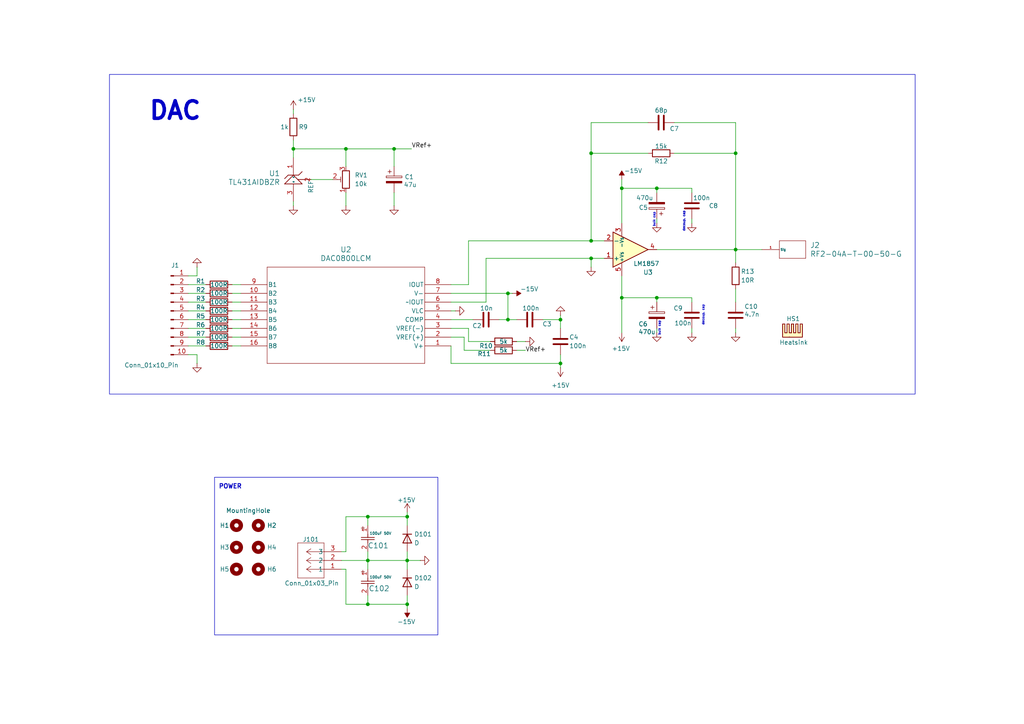
<source format=kicad_sch>
(kicad_sch
	(version 20231120)
	(generator "eeschema")
	(generator_version "8.0")
	(uuid "7b2a32d8-cc7d-471d-a8eb-eea62713ed45")
	(paper "A4")
	(lib_symbols
		(symbol "100uF_50V_Polarized_Cap:50YXJ100MT78X11.5"
			(pin_names
				(offset 0.254)
			)
			(exclude_from_sim no)
			(in_bom yes)
			(on_board yes)
			(property "Reference" "C12"
				(at 3.81 6.35 0)
				(effects
					(font
						(size 1.524 1.524)
					)
				)
			)
			(property "Value" "50YXJ100MT78X11.5"
				(at 3.81 3.81 0)
				(effects
					(font
						(size 1.524 1.524)
					)
				)
			)
			(property "Footprint" "Capacitor_THT:CAP_YX_8X11P5_RUB"
				(at 2.794 -8.636 0)
				(effects
					(font
						(size 1.27 1.27)
						(italic yes)
					)
					(hide yes)
				)
			)
			(property "Datasheet" "50YXJ100MT78X11.5"
				(at 5.588 -6.604 0)
				(effects
					(font
						(size 1.27 1.27)
						(italic yes)
					)
					(hide yes)
				)
			)
			(property "Description" ""
				(at 0 0 0)
				(effects
					(font
						(size 1.27 1.27)
					)
					(hide yes)
				)
			)
			(property "ki_locked" ""
				(at 0 0 0)
				(effects
					(font
						(size 1.27 1.27)
					)
				)
			)
			(property "ki_keywords" "50YXJ100MT78X11.5"
				(at 0 0 0)
				(effects
					(font
						(size 1.27 1.27)
					)
					(hide yes)
				)
			)
			(property "ki_fp_filters" "CAP_YX_8X11P5_RUB"
				(at 0 0 0)
				(effects
					(font
						(size 1.27 1.27)
					)
					(hide yes)
				)
			)
			(symbol "50YXJ100MT78X11.5_1_1"
				(polyline
					(pts
						(xy 2.54 0) (xy 3.4798 0)
					)
					(stroke
						(width 0.2032)
						(type default)
					)
					(fill
						(type none)
					)
				)
				(polyline
					(pts
						(xy 3.4798 -1.905) (xy 3.4798 1.905)
					)
					(stroke
						(width 0.2032)
						(type default)
					)
					(fill
						(type none)
					)
				)
				(polyline
					(pts
						(xy 4.1148 -1.905) (xy 4.1148 1.905)
					)
					(stroke
						(width 0.2032)
						(type default)
					)
					(fill
						(type none)
					)
				)
				(polyline
					(pts
						(xy 4.1148 0) (xy 5.08 0)
					)
					(stroke
						(width 0.2032)
						(type default)
					)
					(fill
						(type none)
					)
				)
				(text "+"
					(at 0.762 -1.524 0)
					(effects
						(font
							(size 1.27 1.27)
						)
					)
				)
				(pin unspecified line
					(at 0 0 0)
					(length 2.54)
					(name ""
						(effects
							(font
								(size 1.27 1.27)
							)
						)
					)
					(number "1"
						(effects
							(font
								(size 1.27 1.27)
							)
						)
					)
				)
				(pin unspecified line
					(at 7.62 0 180)
					(length 2.54)
					(name ""
						(effects
							(font
								(size 1.27 1.27)
							)
						)
					)
					(number "2"
						(effects
							(font
								(size 1.27 1.27)
							)
						)
					)
				)
			)
			(symbol "50YXJ100MT78X11.5_1_2"
				(polyline
					(pts
						(xy -1.905 -4.1148) (xy 1.905 -4.1148)
					)
					(stroke
						(width 0.2032)
						(type default)
					)
					(fill
						(type none)
					)
				)
				(polyline
					(pts
						(xy -1.905 -3.4798) (xy 1.905 -3.4798)
					)
					(stroke
						(width 0.2032)
						(type default)
					)
					(fill
						(type none)
					)
				)
				(polyline
					(pts
						(xy 0 -4.1148) (xy 0 -5.08)
					)
					(stroke
						(width 0.2032)
						(type default)
					)
					(fill
						(type none)
					)
				)
				(polyline
					(pts
						(xy 0 -2.54) (xy 0 -3.4798)
					)
					(stroke
						(width 0.2032)
						(type default)
					)
					(fill
						(type none)
					)
				)
				(pin unspecified line
					(at 0 0 270)
					(length 2.54)
					(name ""
						(effects
							(font
								(size 1.27 1.27)
							)
						)
					)
					(number "1"
						(effects
							(font
								(size 1.27 1.27)
							)
						)
					)
				)
				(pin unspecified line
					(at 0 -7.62 90)
					(length 2.54)
					(name ""
						(effects
							(font
								(size 1.27 1.27)
							)
						)
					)
					(number "2"
						(effects
							(font
								(size 1.27 1.27)
							)
						)
					)
				)
			)
		)
		(symbol "398800303_1"
			(pin_names
				(offset 0.254)
			)
			(exclude_from_sim no)
			(in_bom yes)
			(on_board yes)
			(property "Reference" "J101"
				(at 2.032 -8.128 0)
				(effects
					(font
						(size 1.27 1.27)
					)
				)
			)
			(property "Value" "Conn_01x03_Pin"
				(at -2.54 5.08 0)
				(effects
					(font
						(size 1.27 1.27)
					)
				)
			)
			(property "Footprint" "CONN_39880-0303_MOL"
				(at 0.508 -10.922 0)
				(effects
					(font
						(size 1.27 1.27)
						(italic yes)
					)
					(hide yes)
				)
			)
			(property "Datasheet" "398800303"
				(at -1.524 -17.526 0)
				(effects
					(font
						(size 1.27 1.27)
						(italic yes)
					)
					(hide yes)
				)
			)
			(property "Description" "Generic connector, single row, 01x03, script generated"
				(at 0 3.81 0)
				(effects
					(font
						(size 1.27 1.27)
					)
					(hide yes)
				)
			)
			(property "Distributor Link" "https://www.digikey.ca/en/products/detail/w%C3%BCrth-elektronik/61300311121/4846825 "
				(at 2.286 -20.574 0)
				(effects
					(font
						(size 1.27 1.27)
					)
					(hide yes)
				)
			)
			(property "Manufacturer" "Würth Elektronik "
				(at -0.762 -12.954 0)
				(effects
					(font
						(size 1.27 1.27)
					)
					(hide yes)
				)
			)
			(property "Manufacturer Part" "61300311121 "
				(at -0.762 -15.24 0)
				(effects
					(font
						(size 1.27 1.27)
					)
					(hide yes)
				)
			)
			(property "ki_locked" ""
				(at 0 0 0)
				(effects
					(font
						(size 1.27 1.27)
					)
				)
			)
			(property "ki_keywords" "398800303"
				(at 0 0 0)
				(effects
					(font
						(size 1.27 1.27)
					)
					(hide yes)
				)
			)
			(property "ki_fp_filters" "CONN_39880-0303_MOL"
				(at 0 0 0)
				(effects
					(font
						(size 1.27 1.27)
					)
					(hide yes)
				)
			)
			(symbol "398800303_1_1_1"
				(polyline
					(pts
						(xy 5.08 -7.62) (xy 12.7 -7.62)
					)
					(stroke
						(width 0.127)
						(type default)
					)
					(fill
						(type none)
					)
				)
				(polyline
					(pts
						(xy 5.08 2.54) (xy 5.08 -7.62)
					)
					(stroke
						(width 0.127)
						(type default)
					)
					(fill
						(type none)
					)
				)
				(polyline
					(pts
						(xy 10.16 -5.08) (xy 5.08 -5.08)
					)
					(stroke
						(width 0.127)
						(type default)
					)
					(fill
						(type none)
					)
				)
				(polyline
					(pts
						(xy 10.16 -5.08) (xy 8.89 -5.9267)
					)
					(stroke
						(width 0.127)
						(type default)
					)
					(fill
						(type none)
					)
				)
				(polyline
					(pts
						(xy 10.16 -5.08) (xy 8.89 -4.2333)
					)
					(stroke
						(width 0.127)
						(type default)
					)
					(fill
						(type none)
					)
				)
				(polyline
					(pts
						(xy 10.16 -2.54) (xy 5.08 -2.54)
					)
					(stroke
						(width 0.127)
						(type default)
					)
					(fill
						(type none)
					)
				)
				(polyline
					(pts
						(xy 10.16 -2.54) (xy 8.89 -3.3867)
					)
					(stroke
						(width 0.127)
						(type default)
					)
					(fill
						(type none)
					)
				)
				(polyline
					(pts
						(xy 10.16 -2.54) (xy 8.89 -1.6933)
					)
					(stroke
						(width 0.127)
						(type default)
					)
					(fill
						(type none)
					)
				)
				(polyline
					(pts
						(xy 10.16 0) (xy 5.08 0)
					)
					(stroke
						(width 0.127)
						(type default)
					)
					(fill
						(type none)
					)
				)
				(polyline
					(pts
						(xy 10.16 0) (xy 8.89 -0.8467)
					)
					(stroke
						(width 0.127)
						(type default)
					)
					(fill
						(type none)
					)
				)
				(polyline
					(pts
						(xy 10.16 0) (xy 8.89 0.8467)
					)
					(stroke
						(width 0.127)
						(type default)
					)
					(fill
						(type none)
					)
				)
				(polyline
					(pts
						(xy 12.7 -7.62) (xy 12.7 2.54)
					)
					(stroke
						(width 0.127)
						(type default)
					)
					(fill
						(type none)
					)
				)
				(polyline
					(pts
						(xy 12.7 2.54) (xy 5.08 2.54)
					)
					(stroke
						(width 0.127)
						(type default)
					)
					(fill
						(type none)
					)
				)
				(pin unspecified line
					(at 0 0 0)
					(length 5.08)
					(name "1"
						(effects
							(font
								(size 1.27 1.27)
							)
						)
					)
					(number "1"
						(effects
							(font
								(size 1.27 1.27)
							)
						)
					)
				)
				(pin unspecified line
					(at 0 -2.54 0)
					(length 5.08)
					(name "2"
						(effects
							(font
								(size 1.27 1.27)
							)
						)
					)
					(number "2"
						(effects
							(font
								(size 1.27 1.27)
							)
						)
					)
				)
				(pin unspecified line
					(at 0 -5.08 0)
					(length 5.08)
					(name "3"
						(effects
							(font
								(size 1.27 1.27)
							)
						)
					)
					(number "3"
						(effects
							(font
								(size 1.27 1.27)
							)
						)
					)
				)
			)
			(symbol "398800303_1_1_2"
				(polyline
					(pts
						(xy 5.08 -7.62) (xy 12.7 -7.62)
					)
					(stroke
						(width 0.127)
						(type default)
					)
					(fill
						(type none)
					)
				)
				(polyline
					(pts
						(xy 5.08 2.54) (xy 5.08 -7.62)
					)
					(stroke
						(width 0.127)
						(type default)
					)
					(fill
						(type none)
					)
				)
				(polyline
					(pts
						(xy 7.62 -5.08) (xy 5.08 -5.08)
					)
					(stroke
						(width 0.127)
						(type default)
					)
					(fill
						(type none)
					)
				)
				(polyline
					(pts
						(xy 7.62 -5.08) (xy 8.89 -5.9267)
					)
					(stroke
						(width 0.127)
						(type default)
					)
					(fill
						(type none)
					)
				)
				(polyline
					(pts
						(xy 7.62 -5.08) (xy 8.89 -4.2333)
					)
					(stroke
						(width 0.127)
						(type default)
					)
					(fill
						(type none)
					)
				)
				(polyline
					(pts
						(xy 7.62 -2.54) (xy 5.08 -2.54)
					)
					(stroke
						(width 0.127)
						(type default)
					)
					(fill
						(type none)
					)
				)
				(polyline
					(pts
						(xy 7.62 -2.54) (xy 8.89 -3.3867)
					)
					(stroke
						(width 0.127)
						(type default)
					)
					(fill
						(type none)
					)
				)
				(polyline
					(pts
						(xy 7.62 -2.54) (xy 8.89 -1.6933)
					)
					(stroke
						(width 0.127)
						(type default)
					)
					(fill
						(type none)
					)
				)
				(polyline
					(pts
						(xy 7.62 0) (xy 5.08 0)
					)
					(stroke
						(width 0.127)
						(type default)
					)
					(fill
						(type none)
					)
				)
				(polyline
					(pts
						(xy 7.62 0) (xy 8.89 -0.8467)
					)
					(stroke
						(width 0.127)
						(type default)
					)
					(fill
						(type none)
					)
				)
				(polyline
					(pts
						(xy 7.62 0) (xy 8.89 0.8467)
					)
					(stroke
						(width 0.127)
						(type default)
					)
					(fill
						(type none)
					)
				)
				(polyline
					(pts
						(xy 12.7 -7.62) (xy 12.7 2.54)
					)
					(stroke
						(width 0.127)
						(type default)
					)
					(fill
						(type none)
					)
				)
				(polyline
					(pts
						(xy 12.7 2.54) (xy 5.08 2.54)
					)
					(stroke
						(width 0.127)
						(type default)
					)
					(fill
						(type none)
					)
				)
				(pin unspecified line
					(at 0 0 0)
					(length 5.08)
					(name "1"
						(effects
							(font
								(size 1.27 1.27)
							)
						)
					)
					(number "1"
						(effects
							(font
								(size 1.27 1.27)
							)
						)
					)
				)
				(pin unspecified line
					(at 0 -2.54 0)
					(length 5.08)
					(name "2"
						(effects
							(font
								(size 1.27 1.27)
							)
						)
					)
					(number "2"
						(effects
							(font
								(size 1.27 1.27)
							)
						)
					)
				)
				(pin unspecified line
					(at 0 -5.08 0)
					(length 5.08)
					(name "3"
						(effects
							(font
								(size 1.27 1.27)
							)
						)
					)
					(number "3"
						(effects
							(font
								(size 1.27 1.27)
							)
						)
					)
				)
			)
		)
		(symbol "Amplifier_Audio:TDA2050"
			(pin_names
				(offset 0.127)
			)
			(exclude_from_sim no)
			(in_bom yes)
			(on_board yes)
			(property "Reference" "U"
				(at 3.81 6.35 0)
				(effects
					(font
						(size 1.27 1.27)
					)
				)
			)
			(property "Value" "TDA2050"
				(at 3.81 3.81 0)
				(effects
					(font
						(size 1.27 1.27)
					)
				)
			)
			(property "Footprint" "Package_TO_SOT_THT:TO-220-5_P3.4x3.7mm_StaggerOdd_Lead3.8mm_Vertical"
				(at 0 0 0)
				(effects
					(font
						(size 1.27 1.27)
						(italic yes)
					)
					(hide yes)
				)
			)
			(property "Datasheet" "http://www.st.com/resource/en/datasheet/cd00000131.pdf"
				(at 0 0 0)
				(effects
					(font
						(size 1.27 1.27)
					)
					(hide yes)
				)
			)
			(property "Description" "32W Hi-Fi Audio Amplifier, TO-220-5"
				(at 0 0 0)
				(effects
					(font
						(size 1.27 1.27)
					)
					(hide yes)
				)
			)
			(property "ki_keywords" "audio amplifier"
				(at 0 0 0)
				(effects
					(font
						(size 1.27 1.27)
					)
					(hide yes)
				)
			)
			(property "ki_fp_filters" "TO*220*StaggerOdd*"
				(at 0 0 0)
				(effects
					(font
						(size 1.27 1.27)
					)
					(hide yes)
				)
			)
			(symbol "TDA2050_0_1"
				(polyline
					(pts
						(xy -5.08 5.08) (xy 5.08 0) (xy -5.08 -5.08) (xy -5.08 5.08)
					)
					(stroke
						(width 0.254)
						(type default)
					)
					(fill
						(type background)
					)
				)
			)
			(symbol "TDA2050_1_1"
				(pin input line
					(at -7.62 2.54 0)
					(length 2.54)
					(name "+"
						(effects
							(font
								(size 1.27 1.27)
							)
						)
					)
					(number "1"
						(effects
							(font
								(size 1.27 1.27)
							)
						)
					)
				)
				(pin input line
					(at -7.62 -2.54 0)
					(length 2.54)
					(name "-"
						(effects
							(font
								(size 1.27 1.27)
							)
						)
					)
					(number "2"
						(effects
							(font
								(size 1.27 1.27)
							)
						)
					)
				)
				(pin power_in line
					(at -2.54 -7.62 90)
					(length 3.81)
					(name "-Vs"
						(effects
							(font
								(size 1.016 1.016)
							)
						)
					)
					(number "3"
						(effects
							(font
								(size 1.27 1.27)
							)
						)
					)
				)
				(pin output line
					(at 7.62 0 180)
					(length 2.54)
					(name "~"
						(effects
							(font
								(size 1.27 1.27)
							)
						)
					)
					(number "4"
						(effects
							(font
								(size 1.27 1.27)
							)
						)
					)
				)
				(pin power_in line
					(at -2.54 7.62 270)
					(length 3.81)
					(name "+Vs"
						(effects
							(font
								(size 1.016 1.016)
							)
						)
					)
					(number "5"
						(effects
							(font
								(size 1.27 1.27)
							)
						)
					)
				)
			)
		)
		(symbol "Connector:Conn_01x10_Pin"
			(pin_names
				(offset 1.016) hide)
			(exclude_from_sim no)
			(in_bom yes)
			(on_board yes)
			(property "Reference" "J"
				(at 0 12.7 0)
				(effects
					(font
						(size 1.27 1.27)
					)
				)
			)
			(property "Value" "Conn_01x10_Pin"
				(at 0 -15.24 0)
				(effects
					(font
						(size 1.27 1.27)
					)
				)
			)
			(property "Footprint" ""
				(at 0 0 0)
				(effects
					(font
						(size 1.27 1.27)
					)
					(hide yes)
				)
			)
			(property "Datasheet" "~"
				(at 0 0 0)
				(effects
					(font
						(size 1.27 1.27)
					)
					(hide yes)
				)
			)
			(property "Description" "Generic connector, single row, 01x10, script generated"
				(at 0 0 0)
				(effects
					(font
						(size 1.27 1.27)
					)
					(hide yes)
				)
			)
			(property "ki_locked" ""
				(at 0 0 0)
				(effects
					(font
						(size 1.27 1.27)
					)
				)
			)
			(property "ki_keywords" "connector"
				(at 0 0 0)
				(effects
					(font
						(size 1.27 1.27)
					)
					(hide yes)
				)
			)
			(property "ki_fp_filters" "Connector*:*_1x??_*"
				(at 0 0 0)
				(effects
					(font
						(size 1.27 1.27)
					)
					(hide yes)
				)
			)
			(symbol "Conn_01x10_Pin_1_1"
				(polyline
					(pts
						(xy 1.27 -12.7) (xy 0.8636 -12.7)
					)
					(stroke
						(width 0.1524)
						(type default)
					)
					(fill
						(type none)
					)
				)
				(polyline
					(pts
						(xy 1.27 -10.16) (xy 0.8636 -10.16)
					)
					(stroke
						(width 0.1524)
						(type default)
					)
					(fill
						(type none)
					)
				)
				(polyline
					(pts
						(xy 1.27 -7.62) (xy 0.8636 -7.62)
					)
					(stroke
						(width 0.1524)
						(type default)
					)
					(fill
						(type none)
					)
				)
				(polyline
					(pts
						(xy 1.27 -5.08) (xy 0.8636 -5.08)
					)
					(stroke
						(width 0.1524)
						(type default)
					)
					(fill
						(type none)
					)
				)
				(polyline
					(pts
						(xy 1.27 -2.54) (xy 0.8636 -2.54)
					)
					(stroke
						(width 0.1524)
						(type default)
					)
					(fill
						(type none)
					)
				)
				(polyline
					(pts
						(xy 1.27 0) (xy 0.8636 0)
					)
					(stroke
						(width 0.1524)
						(type default)
					)
					(fill
						(type none)
					)
				)
				(polyline
					(pts
						(xy 1.27 2.54) (xy 0.8636 2.54)
					)
					(stroke
						(width 0.1524)
						(type default)
					)
					(fill
						(type none)
					)
				)
				(polyline
					(pts
						(xy 1.27 5.08) (xy 0.8636 5.08)
					)
					(stroke
						(width 0.1524)
						(type default)
					)
					(fill
						(type none)
					)
				)
				(polyline
					(pts
						(xy 1.27 7.62) (xy 0.8636 7.62)
					)
					(stroke
						(width 0.1524)
						(type default)
					)
					(fill
						(type none)
					)
				)
				(polyline
					(pts
						(xy 1.27 10.16) (xy 0.8636 10.16)
					)
					(stroke
						(width 0.1524)
						(type default)
					)
					(fill
						(type none)
					)
				)
				(rectangle
					(start 0.8636 -12.573)
					(end 0 -12.827)
					(stroke
						(width 0.1524)
						(type default)
					)
					(fill
						(type outline)
					)
				)
				(rectangle
					(start 0.8636 -10.033)
					(end 0 -10.287)
					(stroke
						(width 0.1524)
						(type default)
					)
					(fill
						(type outline)
					)
				)
				(rectangle
					(start 0.8636 -7.493)
					(end 0 -7.747)
					(stroke
						(width 0.1524)
						(type default)
					)
					(fill
						(type outline)
					)
				)
				(rectangle
					(start 0.8636 -4.953)
					(end 0 -5.207)
					(stroke
						(width 0.1524)
						(type default)
					)
					(fill
						(type outline)
					)
				)
				(rectangle
					(start 0.8636 -2.413)
					(end 0 -2.667)
					(stroke
						(width 0.1524)
						(type default)
					)
					(fill
						(type outline)
					)
				)
				(rectangle
					(start 0.8636 0.127)
					(end 0 -0.127)
					(stroke
						(width 0.1524)
						(type default)
					)
					(fill
						(type outline)
					)
				)
				(rectangle
					(start 0.8636 2.667)
					(end 0 2.413)
					(stroke
						(width 0.1524)
						(type default)
					)
					(fill
						(type outline)
					)
				)
				(rectangle
					(start 0.8636 5.207)
					(end 0 4.953)
					(stroke
						(width 0.1524)
						(type default)
					)
					(fill
						(type outline)
					)
				)
				(rectangle
					(start 0.8636 7.747)
					(end 0 7.493)
					(stroke
						(width 0.1524)
						(type default)
					)
					(fill
						(type outline)
					)
				)
				(rectangle
					(start 0.8636 10.287)
					(end 0 10.033)
					(stroke
						(width 0.1524)
						(type default)
					)
					(fill
						(type outline)
					)
				)
				(pin passive line
					(at 5.08 10.16 180)
					(length 3.81)
					(name "Pin_1"
						(effects
							(font
								(size 1.27 1.27)
							)
						)
					)
					(number "1"
						(effects
							(font
								(size 1.27 1.27)
							)
						)
					)
				)
				(pin passive line
					(at 5.08 -12.7 180)
					(length 3.81)
					(name "Pin_10"
						(effects
							(font
								(size 1.27 1.27)
							)
						)
					)
					(number "10"
						(effects
							(font
								(size 1.27 1.27)
							)
						)
					)
				)
				(pin passive line
					(at 5.08 7.62 180)
					(length 3.81)
					(name "Pin_2"
						(effects
							(font
								(size 1.27 1.27)
							)
						)
					)
					(number "2"
						(effects
							(font
								(size 1.27 1.27)
							)
						)
					)
				)
				(pin passive line
					(at 5.08 5.08 180)
					(length 3.81)
					(name "Pin_3"
						(effects
							(font
								(size 1.27 1.27)
							)
						)
					)
					(number "3"
						(effects
							(font
								(size 1.27 1.27)
							)
						)
					)
				)
				(pin passive line
					(at 5.08 2.54 180)
					(length 3.81)
					(name "Pin_4"
						(effects
							(font
								(size 1.27 1.27)
							)
						)
					)
					(number "4"
						(effects
							(font
								(size 1.27 1.27)
							)
						)
					)
				)
				(pin passive line
					(at 5.08 0 180)
					(length 3.81)
					(name "Pin_5"
						(effects
							(font
								(size 1.27 1.27)
							)
						)
					)
					(number "5"
						(effects
							(font
								(size 1.27 1.27)
							)
						)
					)
				)
				(pin passive line
					(at 5.08 -2.54 180)
					(length 3.81)
					(name "Pin_6"
						(effects
							(font
								(size 1.27 1.27)
							)
						)
					)
					(number "6"
						(effects
							(font
								(size 1.27 1.27)
							)
						)
					)
				)
				(pin passive line
					(at 5.08 -5.08 180)
					(length 3.81)
					(name "Pin_7"
						(effects
							(font
								(size 1.27 1.27)
							)
						)
					)
					(number "7"
						(effects
							(font
								(size 1.27 1.27)
							)
						)
					)
				)
				(pin passive line
					(at 5.08 -7.62 180)
					(length 3.81)
					(name "Pin_8"
						(effects
							(font
								(size 1.27 1.27)
							)
						)
					)
					(number "8"
						(effects
							(font
								(size 1.27 1.27)
							)
						)
					)
				)
				(pin passive line
					(at 5.08 -10.16 180)
					(length 3.81)
					(name "Pin_9"
						(effects
							(font
								(size 1.27 1.27)
							)
						)
					)
					(number "9"
						(effects
							(font
								(size 1.27 1.27)
							)
						)
					)
				)
			)
		)
		(symbol "DAC0800LCM_SMT:DAC0800LCM"
			(pin_names
				(offset 0.254)
			)
			(exclude_from_sim no)
			(in_bom yes)
			(on_board yes)
			(property "Reference" "U"
				(at 30.48 10.16 0)
				(effects
					(font
						(size 1.524 1.524)
					)
				)
			)
			(property "Value" "DAC0800LCM"
				(at 30.48 7.62 0)
				(effects
					(font
						(size 1.524 1.524)
					)
				)
			)
			(property "Footprint" "M16A_TEX"
				(at 0 0 0)
				(effects
					(font
						(size 1.27 1.27)
						(italic yes)
					)
					(hide yes)
				)
			)
			(property "Datasheet" "DAC0800LCM"
				(at 0 0 0)
				(effects
					(font
						(size 1.27 1.27)
						(italic yes)
					)
					(hide yes)
				)
			)
			(property "Description" ""
				(at 0 0 0)
				(effects
					(font
						(size 1.27 1.27)
					)
					(hide yes)
				)
			)
			(property "ki_locked" ""
				(at 0 0 0)
				(effects
					(font
						(size 1.27 1.27)
					)
				)
			)
			(property "ki_keywords" "DAC0800LCM"
				(at 0 0 0)
				(effects
					(font
						(size 1.27 1.27)
					)
					(hide yes)
				)
			)
			(property "ki_fp_filters" "M16A_TEX M16A_TEX-M M16A_TEX-L"
				(at 0 0 0)
				(effects
					(font
						(size 1.27 1.27)
					)
					(hide yes)
				)
			)
			(symbol "DAC0800LCM_0_1"
				(polyline
					(pts
						(xy 7.62 -22.86) (xy 53.34 -22.86)
					)
					(stroke
						(width 0.127)
						(type default)
					)
					(fill
						(type none)
					)
				)
				(polyline
					(pts
						(xy 7.62 5.08) (xy 7.62 -22.86)
					)
					(stroke
						(width 0.127)
						(type default)
					)
					(fill
						(type none)
					)
				)
				(polyline
					(pts
						(xy 53.34 -22.86) (xy 53.34 5.08)
					)
					(stroke
						(width 0.127)
						(type default)
					)
					(fill
						(type none)
					)
				)
				(polyline
					(pts
						(xy 53.34 5.08) (xy 7.62 5.08)
					)
					(stroke
						(width 0.127)
						(type default)
					)
					(fill
						(type none)
					)
				)
				(pin power_in line
					(at 0 0 0)
					(length 7.62)
					(name "V+"
						(effects
							(font
								(size 1.27 1.27)
							)
						)
					)
					(number "1"
						(effects
							(font
								(size 1.27 1.27)
							)
						)
					)
				)
				(pin input line
					(at 60.96 -15.24 180)
					(length 7.62)
					(name "B2"
						(effects
							(font
								(size 1.27 1.27)
							)
						)
					)
					(number "10"
						(effects
							(font
								(size 1.27 1.27)
							)
						)
					)
				)
				(pin input line
					(at 60.96 -12.7 180)
					(length 7.62)
					(name "B3"
						(effects
							(font
								(size 1.27 1.27)
							)
						)
					)
					(number "11"
						(effects
							(font
								(size 1.27 1.27)
							)
						)
					)
				)
				(pin input line
					(at 60.96 -10.16 180)
					(length 7.62)
					(name "B4"
						(effects
							(font
								(size 1.27 1.27)
							)
						)
					)
					(number "12"
						(effects
							(font
								(size 1.27 1.27)
							)
						)
					)
				)
				(pin input line
					(at 60.96 -7.62 180)
					(length 7.62)
					(name "B5"
						(effects
							(font
								(size 1.27 1.27)
							)
						)
					)
					(number "13"
						(effects
							(font
								(size 1.27 1.27)
							)
						)
					)
				)
				(pin input line
					(at 60.96 -5.08 180)
					(length 7.62)
					(name "B6"
						(effects
							(font
								(size 1.27 1.27)
							)
						)
					)
					(number "14"
						(effects
							(font
								(size 1.27 1.27)
							)
						)
					)
				)
				(pin input line
					(at 60.96 -2.54 180)
					(length 7.62)
					(name "B7"
						(effects
							(font
								(size 1.27 1.27)
							)
						)
					)
					(number "15"
						(effects
							(font
								(size 1.27 1.27)
							)
						)
					)
				)
				(pin input line
					(at 60.96 0 180)
					(length 7.62)
					(name "B8"
						(effects
							(font
								(size 1.27 1.27)
							)
						)
					)
					(number "16"
						(effects
							(font
								(size 1.27 1.27)
							)
						)
					)
				)
				(pin input line
					(at 0 -2.54 0)
					(length 7.62)
					(name "VREF(+)"
						(effects
							(font
								(size 1.27 1.27)
							)
						)
					)
					(number "2"
						(effects
							(font
								(size 1.27 1.27)
							)
						)
					)
				)
				(pin input line
					(at 0 -5.08 0)
					(length 7.62)
					(name "VREF(-)"
						(effects
							(font
								(size 1.27 1.27)
							)
						)
					)
					(number "3"
						(effects
							(font
								(size 1.27 1.27)
							)
						)
					)
				)
				(pin passive line
					(at 0 -7.62 0)
					(length 7.62)
					(name "COMP"
						(effects
							(font
								(size 1.27 1.27)
							)
						)
					)
					(number "4"
						(effects
							(font
								(size 1.27 1.27)
							)
						)
					)
				)
				(pin input line
					(at 0 -10.16 0)
					(length 7.62)
					(name "VLC"
						(effects
							(font
								(size 1.27 1.27)
							)
						)
					)
					(number "5"
						(effects
							(font
								(size 1.27 1.27)
							)
						)
					)
				)
				(pin output line
					(at 0 -12.7 0)
					(length 7.62)
					(name "~IOUT"
						(effects
							(font
								(size 1.27 1.27)
							)
						)
					)
					(number "6"
						(effects
							(font
								(size 1.27 1.27)
							)
						)
					)
				)
				(pin power_in line
					(at 0 -15.24 0)
					(length 7.62)
					(name "V-"
						(effects
							(font
								(size 1.27 1.27)
							)
						)
					)
					(number "7"
						(effects
							(font
								(size 1.27 1.27)
							)
						)
					)
				)
				(pin output line
					(at 0 -17.78 0)
					(length 7.62)
					(name "IOUT"
						(effects
							(font
								(size 1.27 1.27)
							)
						)
					)
					(number "8"
						(effects
							(font
								(size 1.27 1.27)
							)
						)
					)
				)
				(pin input line
					(at 60.96 -17.78 180)
					(length 7.62)
					(name "B1"
						(effects
							(font
								(size 1.27 1.27)
							)
						)
					)
					(number "9"
						(effects
							(font
								(size 1.27 1.27)
							)
						)
					)
				)
			)
		)
		(symbol "Device:C"
			(pin_numbers hide)
			(pin_names
				(offset 0.254)
			)
			(exclude_from_sim no)
			(in_bom yes)
			(on_board yes)
			(property "Reference" "C"
				(at 0.635 2.54 0)
				(effects
					(font
						(size 1.27 1.27)
					)
					(justify left)
				)
			)
			(property "Value" "C"
				(at 0.635 -2.54 0)
				(effects
					(font
						(size 1.27 1.27)
					)
					(justify left)
				)
			)
			(property "Footprint" ""
				(at 0.9652 -3.81 0)
				(effects
					(font
						(size 1.27 1.27)
					)
					(hide yes)
				)
			)
			(property "Datasheet" "~"
				(at 0 0 0)
				(effects
					(font
						(size 1.27 1.27)
					)
					(hide yes)
				)
			)
			(property "Description" "Unpolarized capacitor"
				(at 0 0 0)
				(effects
					(font
						(size 1.27 1.27)
					)
					(hide yes)
				)
			)
			(property "ki_keywords" "cap capacitor"
				(at 0 0 0)
				(effects
					(font
						(size 1.27 1.27)
					)
					(hide yes)
				)
			)
			(property "ki_fp_filters" "C_*"
				(at 0 0 0)
				(effects
					(font
						(size 1.27 1.27)
					)
					(hide yes)
				)
			)
			(symbol "C_0_1"
				(polyline
					(pts
						(xy -2.032 -0.762) (xy 2.032 -0.762)
					)
					(stroke
						(width 0.508)
						(type default)
					)
					(fill
						(type none)
					)
				)
				(polyline
					(pts
						(xy -2.032 0.762) (xy 2.032 0.762)
					)
					(stroke
						(width 0.508)
						(type default)
					)
					(fill
						(type none)
					)
				)
			)
			(symbol "C_1_1"
				(pin passive line
					(at 0 3.81 270)
					(length 2.794)
					(name "~"
						(effects
							(font
								(size 1.27 1.27)
							)
						)
					)
					(number "1"
						(effects
							(font
								(size 1.27 1.27)
							)
						)
					)
				)
				(pin passive line
					(at 0 -3.81 90)
					(length 2.794)
					(name "~"
						(effects
							(font
								(size 1.27 1.27)
							)
						)
					)
					(number "2"
						(effects
							(font
								(size 1.27 1.27)
							)
						)
					)
				)
			)
		)
		(symbol "Device:C_Polarized"
			(pin_numbers hide)
			(pin_names
				(offset 0.254)
			)
			(exclude_from_sim no)
			(in_bom yes)
			(on_board yes)
			(property "Reference" "C"
				(at 0.635 2.54 0)
				(effects
					(font
						(size 1.27 1.27)
					)
					(justify left)
				)
			)
			(property "Value" "C_Polarized"
				(at 0.635 -2.54 0)
				(effects
					(font
						(size 1.27 1.27)
					)
					(justify left)
				)
			)
			(property "Footprint" ""
				(at 0.9652 -3.81 0)
				(effects
					(font
						(size 1.27 1.27)
					)
					(hide yes)
				)
			)
			(property "Datasheet" "~"
				(at 0 0 0)
				(effects
					(font
						(size 1.27 1.27)
					)
					(hide yes)
				)
			)
			(property "Description" "Polarized capacitor"
				(at 0 0 0)
				(effects
					(font
						(size 1.27 1.27)
					)
					(hide yes)
				)
			)
			(property "ki_keywords" "cap capacitor"
				(at 0 0 0)
				(effects
					(font
						(size 1.27 1.27)
					)
					(hide yes)
				)
			)
			(property "ki_fp_filters" "CP_*"
				(at 0 0 0)
				(effects
					(font
						(size 1.27 1.27)
					)
					(hide yes)
				)
			)
			(symbol "C_Polarized_0_1"
				(rectangle
					(start -2.286 0.508)
					(end 2.286 1.016)
					(stroke
						(width 0)
						(type default)
					)
					(fill
						(type none)
					)
				)
				(polyline
					(pts
						(xy -1.778 2.286) (xy -0.762 2.286)
					)
					(stroke
						(width 0)
						(type default)
					)
					(fill
						(type none)
					)
				)
				(polyline
					(pts
						(xy -1.27 2.794) (xy -1.27 1.778)
					)
					(stroke
						(width 0)
						(type default)
					)
					(fill
						(type none)
					)
				)
				(rectangle
					(start 2.286 -0.508)
					(end -2.286 -1.016)
					(stroke
						(width 0)
						(type default)
					)
					(fill
						(type outline)
					)
				)
			)
			(symbol "C_Polarized_1_1"
				(pin passive line
					(at 0 3.81 270)
					(length 2.794)
					(name "~"
						(effects
							(font
								(size 1.27 1.27)
							)
						)
					)
					(number "1"
						(effects
							(font
								(size 1.27 1.27)
							)
						)
					)
				)
				(pin passive line
					(at 0 -3.81 90)
					(length 2.794)
					(name "~"
						(effects
							(font
								(size 1.27 1.27)
							)
						)
					)
					(number "2"
						(effects
							(font
								(size 1.27 1.27)
							)
						)
					)
				)
			)
		)
		(symbol "Device:D"
			(pin_numbers hide)
			(pin_names
				(offset 1.016) hide)
			(exclude_from_sim no)
			(in_bom yes)
			(on_board yes)
			(property "Reference" "D"
				(at 0 2.54 0)
				(effects
					(font
						(size 1.27 1.27)
					)
				)
			)
			(property "Value" "D"
				(at 0 -2.54 0)
				(effects
					(font
						(size 1.27 1.27)
					)
				)
			)
			(property "Footprint" ""
				(at 0 0 0)
				(effects
					(font
						(size 1.27 1.27)
					)
					(hide yes)
				)
			)
			(property "Datasheet" "~"
				(at 0 0 0)
				(effects
					(font
						(size 1.27 1.27)
					)
					(hide yes)
				)
			)
			(property "Description" "Diode"
				(at 0 0 0)
				(effects
					(font
						(size 1.27 1.27)
					)
					(hide yes)
				)
			)
			(property "Sim.Device" "D"
				(at 0 0 0)
				(effects
					(font
						(size 1.27 1.27)
					)
					(hide yes)
				)
			)
			(property "Sim.Pins" "1=K 2=A"
				(at 0 0 0)
				(effects
					(font
						(size 1.27 1.27)
					)
					(hide yes)
				)
			)
			(property "ki_keywords" "diode"
				(at 0 0 0)
				(effects
					(font
						(size 1.27 1.27)
					)
					(hide yes)
				)
			)
			(property "ki_fp_filters" "TO-???* *_Diode_* *SingleDiode* D_*"
				(at 0 0 0)
				(effects
					(font
						(size 1.27 1.27)
					)
					(hide yes)
				)
			)
			(symbol "D_0_1"
				(polyline
					(pts
						(xy -1.27 1.27) (xy -1.27 -1.27)
					)
					(stroke
						(width 0.254)
						(type default)
					)
					(fill
						(type none)
					)
				)
				(polyline
					(pts
						(xy 1.27 0) (xy -1.27 0)
					)
					(stroke
						(width 0)
						(type default)
					)
					(fill
						(type none)
					)
				)
				(polyline
					(pts
						(xy 1.27 1.27) (xy 1.27 -1.27) (xy -1.27 0) (xy 1.27 1.27)
					)
					(stroke
						(width 0.254)
						(type default)
					)
					(fill
						(type none)
					)
				)
			)
			(symbol "D_1_1"
				(pin passive line
					(at -3.81 0 0)
					(length 2.54)
					(name "K"
						(effects
							(font
								(size 1.27 1.27)
							)
						)
					)
					(number "1"
						(effects
							(font
								(size 1.27 1.27)
							)
						)
					)
				)
				(pin passive line
					(at 3.81 0 180)
					(length 2.54)
					(name "A"
						(effects
							(font
								(size 1.27 1.27)
							)
						)
					)
					(number "2"
						(effects
							(font
								(size 1.27 1.27)
							)
						)
					)
				)
			)
		)
		(symbol "Device:R"
			(pin_numbers hide)
			(pin_names
				(offset 0)
			)
			(exclude_from_sim no)
			(in_bom yes)
			(on_board yes)
			(property "Reference" "R"
				(at 2.032 0 90)
				(effects
					(font
						(size 1.27 1.27)
					)
				)
			)
			(property "Value" "R"
				(at 0 0 90)
				(effects
					(font
						(size 1.27 1.27)
					)
				)
			)
			(property "Footprint" ""
				(at -1.778 0 90)
				(effects
					(font
						(size 1.27 1.27)
					)
					(hide yes)
				)
			)
			(property "Datasheet" "~"
				(at 0 0 0)
				(effects
					(font
						(size 1.27 1.27)
					)
					(hide yes)
				)
			)
			(property "Description" "Resistor"
				(at 0 0 0)
				(effects
					(font
						(size 1.27 1.27)
					)
					(hide yes)
				)
			)
			(property "ki_keywords" "R res resistor"
				(at 0 0 0)
				(effects
					(font
						(size 1.27 1.27)
					)
					(hide yes)
				)
			)
			(property "ki_fp_filters" "R_*"
				(at 0 0 0)
				(effects
					(font
						(size 1.27 1.27)
					)
					(hide yes)
				)
			)
			(symbol "R_0_1"
				(rectangle
					(start -1.016 -2.54)
					(end 1.016 2.54)
					(stroke
						(width 0.254)
						(type default)
					)
					(fill
						(type none)
					)
				)
			)
			(symbol "R_1_1"
				(pin passive line
					(at 0 3.81 270)
					(length 1.27)
					(name "~"
						(effects
							(font
								(size 1.27 1.27)
							)
						)
					)
					(number "1"
						(effects
							(font
								(size 1.27 1.27)
							)
						)
					)
				)
				(pin passive line
					(at 0 -3.81 90)
					(length 1.27)
					(name "~"
						(effects
							(font
								(size 1.27 1.27)
							)
						)
					)
					(number "2"
						(effects
							(font
								(size 1.27 1.27)
							)
						)
					)
				)
			)
		)
		(symbol "Device:R_Potentiometer_Trim"
			(pin_names
				(offset 1.016) hide)
			(exclude_from_sim no)
			(in_bom yes)
			(on_board yes)
			(property "Reference" "RV"
				(at -4.445 0 90)
				(effects
					(font
						(size 1.27 1.27)
					)
				)
			)
			(property "Value" "R_Potentiometer_Trim"
				(at -2.54 0 90)
				(effects
					(font
						(size 1.27 1.27)
					)
				)
			)
			(property "Footprint" ""
				(at 0 0 0)
				(effects
					(font
						(size 1.27 1.27)
					)
					(hide yes)
				)
			)
			(property "Datasheet" "~"
				(at 0 0 0)
				(effects
					(font
						(size 1.27 1.27)
					)
					(hide yes)
				)
			)
			(property "Description" "Trim-potentiometer"
				(at 0 0 0)
				(effects
					(font
						(size 1.27 1.27)
					)
					(hide yes)
				)
			)
			(property "ki_keywords" "resistor variable trimpot trimmer"
				(at 0 0 0)
				(effects
					(font
						(size 1.27 1.27)
					)
					(hide yes)
				)
			)
			(property "ki_fp_filters" "Potentiometer*"
				(at 0 0 0)
				(effects
					(font
						(size 1.27 1.27)
					)
					(hide yes)
				)
			)
			(symbol "R_Potentiometer_Trim_0_1"
				(polyline
					(pts
						(xy 1.524 0.762) (xy 1.524 -0.762)
					)
					(stroke
						(width 0)
						(type default)
					)
					(fill
						(type none)
					)
				)
				(polyline
					(pts
						(xy 2.54 0) (xy 1.524 0)
					)
					(stroke
						(width 0)
						(type default)
					)
					(fill
						(type none)
					)
				)
				(rectangle
					(start 1.016 2.54)
					(end -1.016 -2.54)
					(stroke
						(width 0.254)
						(type default)
					)
					(fill
						(type none)
					)
				)
			)
			(symbol "R_Potentiometer_Trim_1_1"
				(pin passive line
					(at 0 3.81 270)
					(length 1.27)
					(name "1"
						(effects
							(font
								(size 1.27 1.27)
							)
						)
					)
					(number "1"
						(effects
							(font
								(size 1.27 1.27)
							)
						)
					)
				)
				(pin passive line
					(at 3.81 0 180)
					(length 1.27)
					(name "2"
						(effects
							(font
								(size 1.27 1.27)
							)
						)
					)
					(number "2"
						(effects
							(font
								(size 1.27 1.27)
							)
						)
					)
				)
				(pin passive line
					(at 0 -3.81 90)
					(length 1.27)
					(name "3"
						(effects
							(font
								(size 1.27 1.27)
							)
						)
					)
					(number "3"
						(effects
							(font
								(size 1.27 1.27)
							)
						)
					)
				)
			)
		)
		(symbol "Mechanical:Heatsink"
			(pin_names
				(offset 1.016)
			)
			(exclude_from_sim yes)
			(in_bom yes)
			(on_board yes)
			(property "Reference" "HS"
				(at 0 5.08 0)
				(effects
					(font
						(size 1.27 1.27)
					)
				)
			)
			(property "Value" "Heatsink"
				(at 0 -1.27 0)
				(effects
					(font
						(size 1.27 1.27)
					)
				)
			)
			(property "Footprint" ""
				(at 0.3048 0 0)
				(effects
					(font
						(size 1.27 1.27)
					)
					(hide yes)
				)
			)
			(property "Datasheet" "~"
				(at 0.3048 0 0)
				(effects
					(font
						(size 1.27 1.27)
					)
					(hide yes)
				)
			)
			(property "Description" "Heatsink"
				(at 0 0 0)
				(effects
					(font
						(size 1.27 1.27)
					)
					(hide yes)
				)
			)
			(property "ki_keywords" "thermal heat temperature"
				(at 0 0 0)
				(effects
					(font
						(size 1.27 1.27)
					)
					(hide yes)
				)
			)
			(property "ki_fp_filters" "Heatsink_*"
				(at 0 0 0)
				(effects
					(font
						(size 1.27 1.27)
					)
					(hide yes)
				)
			)
			(symbol "Heatsink_0_1"
				(polyline
					(pts
						(xy -0.3302 1.27) (xy -0.9652 1.27) (xy -0.9652 3.81) (xy -1.6002 3.81) (xy -1.6002 1.27) (xy -2.2352 1.27)
						(xy -2.2352 3.81) (xy -2.8702 3.81) (xy -2.8702 0) (xy -0.9652 0)
					)
					(stroke
						(width 0.254)
						(type default)
					)
					(fill
						(type background)
					)
				)
				(polyline
					(pts
						(xy -0.3302 1.27) (xy -0.3302 3.81) (xy 0.3048 3.81) (xy 0.3048 1.27) (xy 0.9398 1.27) (xy 0.9398 3.81)
						(xy 1.5748 3.81) (xy 1.5748 1.27) (xy 2.2098 1.27) (xy 2.2098 3.81) (xy 2.8448 3.81) (xy 2.8448 0)
						(xy -0.9652 0)
					)
					(stroke
						(width 0.254)
						(type default)
					)
					(fill
						(type background)
					)
				)
			)
		)
		(symbol "Mechanical:MountingHole"
			(pin_names
				(offset 1.016)
			)
			(exclude_from_sim yes)
			(in_bom no)
			(on_board yes)
			(property "Reference" "H"
				(at 0 5.08 0)
				(effects
					(font
						(size 1.27 1.27)
					)
				)
			)
			(property "Value" "MountingHole"
				(at 0 3.175 0)
				(effects
					(font
						(size 1.27 1.27)
					)
				)
			)
			(property "Footprint" ""
				(at 0 0 0)
				(effects
					(font
						(size 1.27 1.27)
					)
					(hide yes)
				)
			)
			(property "Datasheet" "~"
				(at 0 0 0)
				(effects
					(font
						(size 1.27 1.27)
					)
					(hide yes)
				)
			)
			(property "Description" "Mounting Hole without connection"
				(at 0 0 0)
				(effects
					(font
						(size 1.27 1.27)
					)
					(hide yes)
				)
			)
			(property "ki_keywords" "mounting hole"
				(at 0 0 0)
				(effects
					(font
						(size 1.27 1.27)
					)
					(hide yes)
				)
			)
			(property "ki_fp_filters" "MountingHole*"
				(at 0 0 0)
				(effects
					(font
						(size 1.27 1.27)
					)
					(hide yes)
				)
			)
			(symbol "MountingHole_0_1"
				(circle
					(center 0 0)
					(radius 1.27)
					(stroke
						(width 1.27)
						(type default)
					)
					(fill
						(type none)
					)
				)
			)
		)
		(symbol "SMA_Connector:RF2-04A-T-00-50-G"
			(pin_names
				(offset 0.254)
			)
			(exclude_from_sim no)
			(in_bom yes)
			(on_board yes)
			(property "Reference" "J"
				(at 8.89 6.35 0)
				(effects
					(font
						(size 1.524 1.524)
					)
				)
			)
			(property "Value" "RF2-04A-T-00-50-G"
				(at -10.668 -7.62 0)
				(effects
					(font
						(size 1.524 1.524)
					)
				)
			)
			(property "Footprint" "CONN_RF2-04A-T-00-50-G_ADM"
				(at 0.762 9.144 0)
				(effects
					(font
						(size 1.27 1.27)
						(italic yes)
					)
					(hide yes)
				)
			)
			(property "Datasheet" "RF2-04A-T-00-50-G"
				(at -7.62 -2.794 0)
				(effects
					(font
						(size 1.27 1.27)
						(italic yes)
					)
					(hide yes)
				)
			)
			(property "Description" ""
				(at 0 0 0)
				(effects
					(font
						(size 1.27 1.27)
					)
					(hide yes)
				)
			)
			(property "ki_locked" ""
				(at 0 0 0)
				(effects
					(font
						(size 1.27 1.27)
					)
				)
			)
			(property "ki_keywords" "RF2-04A-T-00-50-G"
				(at 0 0 0)
				(effects
					(font
						(size 1.27 1.27)
					)
					(hide yes)
				)
			)
			(property "ki_fp_filters" "CONN_RF2-04A-T-00-50-G_ADM"
				(at 0 0 0)
				(effects
					(font
						(size 1.27 1.27)
					)
					(hide yes)
				)
			)
			(symbol "RF2-04A-T-00-50-G_1_1"
				(polyline
					(pts
						(xy 5.08 -2.54) (xy 12.7 -2.54)
					)
					(stroke
						(width 0.127)
						(type default)
					)
					(fill
						(type none)
					)
				)
				(polyline
					(pts
						(xy 5.08 2.54) (xy 5.08 -2.54)
					)
					(stroke
						(width 0.127)
						(type default)
					)
					(fill
						(type none)
					)
				)
				(polyline
					(pts
						(xy 12.7 -2.54) (xy 12.7 2.54)
					)
					(stroke
						(width 0.127)
						(type default)
					)
					(fill
						(type none)
					)
				)
				(polyline
					(pts
						(xy 12.7 2.54) (xy 5.08 2.54)
					)
					(stroke
						(width 0.127)
						(type default)
					)
					(fill
						(type none)
					)
				)
				(pin unspecified line
					(at 0 0 0)
					(length 5.08)
					(name "Sig"
						(effects
							(font
								(size 0.635 0.635)
							)
						)
					)
					(number "1"
						(effects
							(font
								(size 0.635 0.635)
							)
						)
					)
				)
			)
			(symbol "RF2-04A-T-00-50-G_1_2"
				(polyline
					(pts
						(xy 5.08 -2.54) (xy 12.7 -2.54)
					)
					(stroke
						(width 0.127)
						(type default)
					)
					(fill
						(type none)
					)
				)
				(polyline
					(pts
						(xy 5.08 2.54) (xy 5.08 -2.54)
					)
					(stroke
						(width 0.127)
						(type default)
					)
					(fill
						(type none)
					)
				)
				(polyline
					(pts
						(xy 7.62 0) (xy 5.08 0)
					)
					(stroke
						(width 0.127)
						(type default)
					)
					(fill
						(type none)
					)
				)
				(polyline
					(pts
						(xy 7.62 0) (xy 8.89 -0.8467)
					)
					(stroke
						(width 0.127)
						(type default)
					)
					(fill
						(type none)
					)
				)
				(polyline
					(pts
						(xy 7.62 0) (xy 8.89 0.8467)
					)
					(stroke
						(width 0.127)
						(type default)
					)
					(fill
						(type none)
					)
				)
				(polyline
					(pts
						(xy 12.7 -2.54) (xy 12.7 2.54)
					)
					(stroke
						(width 0.127)
						(type default)
					)
					(fill
						(type none)
					)
				)
				(polyline
					(pts
						(xy 12.7 2.54) (xy 5.08 2.54)
					)
					(stroke
						(width 0.127)
						(type default)
					)
					(fill
						(type none)
					)
				)
				(pin unspecified line
					(at 0 0 0)
					(length 5.08)
					(name "1"
						(effects
							(font
								(size 1.27 1.27)
							)
						)
					)
					(number "1"
						(effects
							(font
								(size 1.27 1.27)
							)
						)
					)
				)
			)
		)
		(symbol "TL431AIDBZR_1"
			(pin_names
				(offset 0.254)
			)
			(exclude_from_sim no)
			(in_bom yes)
			(on_board yes)
			(property "Reference" "U4"
				(at 0.762 7.62 0)
				(effects
					(font
						(size 1.524 1.524)
					)
				)
			)
			(property "Value" "TL431AIDBZR"
				(at 0.762 5.08 0)
				(effects
					(font
						(size 1.524 1.524)
					)
				)
			)
			(property "Footprint" "DBZ0003A_N"
				(at -0.762 7.366 0)
				(effects
					(font
						(size 1.27 1.27)
						(italic yes)
					)
					(hide yes)
				)
			)
			(property "Datasheet" "TL431AIDBZR"
				(at -0.508 5.334 0)
				(effects
					(font
						(size 1.27 1.27)
						(italic yes)
					)
					(hide yes)
				)
			)
			(property "Description" ""
				(at 0 0 0)
				(effects
					(font
						(size 1.27 1.27)
					)
					(hide yes)
				)
			)
			(property "ki_locked" ""
				(at 0 0 0)
				(effects
					(font
						(size 1.27 1.27)
					)
				)
			)
			(property "ki_keywords" "TL431AIDBZR"
				(at 0 0 0)
				(effects
					(font
						(size 1.27 1.27)
					)
					(hide yes)
				)
			)
			(property "ki_fp_filters" "DBZ0003A_N DBZ0003A_M DBZ0003A_L"
				(at 0 0 0)
				(effects
					(font
						(size 1.27 1.27)
					)
					(hide yes)
				)
			)
			(symbol "TL431AIDBZR_1_0_1"
				(polyline
					(pts
						(xy -1.016 -2.54) (xy 0 -1.524)
					)
					(stroke
						(width 0.2032)
						(type default)
					)
					(fill
						(type none)
					)
				)
				(polyline
					(pts
						(xy 0 -1.524) (xy 0 1.524)
					)
					(stroke
						(width 0.2032)
						(type default)
					)
					(fill
						(type none)
					)
				)
				(polyline
					(pts
						(xy 0 0) (xy 2.54 2.54)
					)
					(stroke
						(width 0.2032)
						(type default)
					)
					(fill
						(type none)
					)
				)
				(polyline
					(pts
						(xy 0 1.524) (xy 1.016 2.54)
					)
					(stroke
						(width 0.2032)
						(type default)
					)
					(fill
						(type none)
					)
				)
				(polyline
					(pts
						(xy 1.27 -5.08) (xy 1.27 -1.27)
					)
					(stroke
						(width 0.2032)
						(type default)
					)
					(fill
						(type none)
					)
				)
				(polyline
					(pts
						(xy 2.54 -2.54) (xy 0 0)
					)
					(stroke
						(width 0.2032)
						(type default)
					)
					(fill
						(type none)
					)
				)
				(polyline
					(pts
						(xy 2.54 2.54) (xy 2.54 -2.54)
					)
					(stroke
						(width 0.2032)
						(type default)
					)
					(fill
						(type none)
					)
				)
			)
			(symbol "TL431AIDBZR_1_1_1"
				(pin unspecified line
					(at -5.08 0 0)
					(length 5.08)
					(name "c"
						(effects
							(font
								(size 0.508 0.508)
							)
						)
					)
					(number "1"
						(effects
							(font
								(size 1.27 1.27)
							)
						)
					)
				)
				(pin input line
					(at 1.27 -5.08 0)
					(length 0)
					(name "REF"
						(effects
							(font
								(size 1.27 1.27)
							)
						)
					)
					(number "2"
						(effects
							(font
								(size 1.27 1.27)
							)
						)
					)
				)
				(pin unspecified line
					(at 7.62 0 180)
					(length 5.08)
					(name "a"
						(effects
							(font
								(size 0.508 0.508)
							)
						)
					)
					(number "3"
						(effects
							(font
								(size 1.27 1.27)
							)
						)
					)
				)
			)
		)
		(symbol "power:+15V"
			(power)
			(pin_numbers hide)
			(pin_names
				(offset 0) hide)
			(exclude_from_sim no)
			(in_bom yes)
			(on_board yes)
			(property "Reference" "#PWR"
				(at 0 -3.81 0)
				(effects
					(font
						(size 1.27 1.27)
					)
					(hide yes)
				)
			)
			(property "Value" "+15V"
				(at 0 3.556 0)
				(effects
					(font
						(size 1.27 1.27)
					)
				)
			)
			(property "Footprint" ""
				(at 0 0 0)
				(effects
					(font
						(size 1.27 1.27)
					)
					(hide yes)
				)
			)
			(property "Datasheet" ""
				(at 0 0 0)
				(effects
					(font
						(size 1.27 1.27)
					)
					(hide yes)
				)
			)
			(property "Description" "Power symbol creates a global label with name \"+15V\""
				(at 0 0 0)
				(effects
					(font
						(size 1.27 1.27)
					)
					(hide yes)
				)
			)
			(property "ki_keywords" "global power"
				(at 0 0 0)
				(effects
					(font
						(size 1.27 1.27)
					)
					(hide yes)
				)
			)
			(symbol "+15V_0_1"
				(polyline
					(pts
						(xy -0.762 1.27) (xy 0 2.54)
					)
					(stroke
						(width 0)
						(type default)
					)
					(fill
						(type none)
					)
				)
				(polyline
					(pts
						(xy 0 0) (xy 0 2.54)
					)
					(stroke
						(width 0)
						(type default)
					)
					(fill
						(type none)
					)
				)
				(polyline
					(pts
						(xy 0 2.54) (xy 0.762 1.27)
					)
					(stroke
						(width 0)
						(type default)
					)
					(fill
						(type none)
					)
				)
			)
			(symbol "+15V_1_1"
				(pin power_in line
					(at 0 0 90)
					(length 0)
					(name "~"
						(effects
							(font
								(size 1.27 1.27)
							)
						)
					)
					(number "1"
						(effects
							(font
								(size 1.27 1.27)
							)
						)
					)
				)
			)
		)
		(symbol "power:-15V"
			(power)
			(pin_numbers hide)
			(pin_names
				(offset 0) hide)
			(exclude_from_sim no)
			(in_bom yes)
			(on_board yes)
			(property "Reference" "#PWR"
				(at 0 -3.81 0)
				(effects
					(font
						(size 1.27 1.27)
					)
					(hide yes)
				)
			)
			(property "Value" "-15V"
				(at 0 3.556 0)
				(effects
					(font
						(size 1.27 1.27)
					)
				)
			)
			(property "Footprint" ""
				(at 0 0 0)
				(effects
					(font
						(size 1.27 1.27)
					)
					(hide yes)
				)
			)
			(property "Datasheet" ""
				(at 0 0 0)
				(effects
					(font
						(size 1.27 1.27)
					)
					(hide yes)
				)
			)
			(property "Description" "Power symbol creates a global label with name \"-15V\""
				(at 0 0 0)
				(effects
					(font
						(size 1.27 1.27)
					)
					(hide yes)
				)
			)
			(property "ki_keywords" "global power"
				(at 0 0 0)
				(effects
					(font
						(size 1.27 1.27)
					)
					(hide yes)
				)
			)
			(symbol "-15V_0_0"
				(pin power_in line
					(at 0 0 90)
					(length 0)
					(name "~"
						(effects
							(font
								(size 1.27 1.27)
							)
						)
					)
					(number "1"
						(effects
							(font
								(size 1.27 1.27)
							)
						)
					)
				)
			)
			(symbol "-15V_0_1"
				(polyline
					(pts
						(xy 0 0) (xy 0 1.27) (xy 0.762 1.27) (xy 0 2.54) (xy -0.762 1.27) (xy 0 1.27)
					)
					(stroke
						(width 0)
						(type default)
					)
					(fill
						(type outline)
					)
				)
			)
		)
		(symbol "power:GND"
			(power)
			(pin_numbers hide)
			(pin_names
				(offset 0) hide)
			(exclude_from_sim no)
			(in_bom yes)
			(on_board yes)
			(property "Reference" "#PWR"
				(at 0 -6.35 0)
				(effects
					(font
						(size 1.27 1.27)
					)
					(hide yes)
				)
			)
			(property "Value" "GND"
				(at 0 -3.81 0)
				(effects
					(font
						(size 1.27 1.27)
					)
				)
			)
			(property "Footprint" ""
				(at 0 0 0)
				(effects
					(font
						(size 1.27 1.27)
					)
					(hide yes)
				)
			)
			(property "Datasheet" ""
				(at 0 0 0)
				(effects
					(font
						(size 1.27 1.27)
					)
					(hide yes)
				)
			)
			(property "Description" "Power symbol creates a global label with name \"GND\" , ground"
				(at 0 0 0)
				(effects
					(font
						(size 1.27 1.27)
					)
					(hide yes)
				)
			)
			(property "ki_keywords" "global power"
				(at 0 0 0)
				(effects
					(font
						(size 1.27 1.27)
					)
					(hide yes)
				)
			)
			(symbol "GND_0_1"
				(polyline
					(pts
						(xy 0 0) (xy 0 -1.27) (xy 1.27 -1.27) (xy 0 -2.54) (xy -1.27 -1.27) (xy 0 -1.27)
					)
					(stroke
						(width 0)
						(type default)
					)
					(fill
						(type none)
					)
				)
			)
			(symbol "GND_1_1"
				(pin power_in line
					(at 0 0 270)
					(length 0)
					(name "~"
						(effects
							(font
								(size 1.27 1.27)
							)
						)
					)
					(number "1"
						(effects
							(font
								(size 1.27 1.27)
							)
						)
					)
				)
			)
		)
	)
	(junction
		(at 118.11 149.86)
		(diameter 0)
		(color 0 0 0 0)
		(uuid "05a41e85-61e6-4c9f-b7ca-b13fe69626d5")
	)
	(junction
		(at 190.5 86.36)
		(diameter 0)
		(color 0 0 0 0)
		(uuid "09b71f20-fd16-42b4-9973-91663753db0e")
	)
	(junction
		(at 118.11 162.56)
		(diameter 0)
		(color 0 0 0 0)
		(uuid "0b793708-371d-4270-b245-753cdffe468f")
	)
	(junction
		(at 171.45 69.85)
		(diameter 0)
		(color 0 0 0 0)
		(uuid "0fdfa1fd-04f0-4602-b1ec-7da55378c599")
	)
	(junction
		(at 162.56 105.41)
		(diameter 0)
		(color 0 0 0 0)
		(uuid "140e3724-c7f8-478b-b90f-8f12225b871e")
	)
	(junction
		(at 147.32 85.09)
		(diameter 0)
		(color 0 0 0 0)
		(uuid "14114e71-f76e-453c-a755-dfe0dae4b1bc")
	)
	(junction
		(at 106.68 175.26)
		(diameter 0)
		(color 0 0 0 0)
		(uuid "17ded1cf-beb3-43c8-aea2-456a86fbabf2")
	)
	(junction
		(at 162.56 92.71)
		(diameter 0)
		(color 0 0 0 0)
		(uuid "18e24628-d044-45e7-b1ee-75c7f61b6071")
	)
	(junction
		(at 106.68 149.86)
		(diameter 0)
		(color 0 0 0 0)
		(uuid "26b78ecc-6ea9-444a-bc19-d7c77f80d84f")
	)
	(junction
		(at 213.36 44.45)
		(diameter 0)
		(color 0 0 0 0)
		(uuid "29efc382-6cbf-4a32-919b-5602aa6275b8")
	)
	(junction
		(at 114.3 43.18)
		(diameter 0)
		(color 0 0 0 0)
		(uuid "2eec1fde-86a3-4624-bf3c-6e32c1bd3781")
	)
	(junction
		(at 171.45 74.93)
		(diameter 0)
		(color 0 0 0 0)
		(uuid "35597a75-e3c7-4cec-9ec8-a2d6ca0c3daf")
	)
	(junction
		(at 180.34 54.61)
		(diameter 0)
		(color 0 0 0 0)
		(uuid "426200f4-a2c7-4396-a4f7-226abb7b169a")
	)
	(junction
		(at 213.36 72.39)
		(diameter 0)
		(color 0 0 0 0)
		(uuid "56c3e9ed-db13-4a87-9ce1-b4481736dd11")
	)
	(junction
		(at 118.11 175.26)
		(diameter 0)
		(color 0 0 0 0)
		(uuid "6c193acb-908c-4bd3-a3a3-f4414b101488")
	)
	(junction
		(at 180.34 86.36)
		(diameter 0)
		(color 0 0 0 0)
		(uuid "751ce4de-7305-4c91-b540-fc3bd0682ef4")
	)
	(junction
		(at 147.32 92.71)
		(diameter 0)
		(color 0 0 0 0)
		(uuid "b4eb4c96-c6d3-4296-85bc-5c3fd87516a6")
	)
	(junction
		(at 100.33 43.18)
		(diameter 0)
		(color 0 0 0 0)
		(uuid "ddf31831-9184-4cd3-aadc-3c64a8592078")
	)
	(junction
		(at 171.45 44.45)
		(diameter 0)
		(color 0 0 0 0)
		(uuid "f26f45a5-dc8b-4a67-bf05-2b679e1365b2")
	)
	(junction
		(at 85.09 43.18)
		(diameter 0)
		(color 0 0 0 0)
		(uuid "f8d1c31a-1993-4328-a560-6a9fd90d454c")
	)
	(junction
		(at 106.68 162.56)
		(diameter 0)
		(color 0 0 0 0)
		(uuid "feef1f04-e655-43d4-9545-14d0e079f1a7")
	)
	(junction
		(at 190.5 54.61)
		(diameter 0)
		(color 0 0 0 0)
		(uuid "ffa370b0-fe8a-4b32-b2d6-0e8b0918ee98")
	)
	(wire
		(pts
			(xy 67.31 87.63) (xy 69.85 87.63)
		)
		(stroke
			(width 0)
			(type default)
		)
		(uuid "00357e3d-1894-407a-beaa-d3cb68df8f39")
	)
	(wire
		(pts
			(xy 149.86 99.06) (xy 152.4 99.06)
		)
		(stroke
			(width 0)
			(type default)
		)
		(uuid "01263d7d-5dc0-4681-aa68-a682dde666ce")
	)
	(wire
		(pts
			(xy 157.48 92.71) (xy 162.56 92.71)
		)
		(stroke
			(width 0)
			(type default)
		)
		(uuid "01519bd6-6146-49bd-ac66-7ac149675e2e")
	)
	(wire
		(pts
			(xy 130.81 105.41) (xy 162.56 105.41)
		)
		(stroke
			(width 0)
			(type default)
		)
		(uuid "04f7e7ee-f527-4306-a345-ba97b7e0d962")
	)
	(wire
		(pts
			(xy 187.96 44.45) (xy 171.45 44.45)
		)
		(stroke
			(width 0)
			(type default)
		)
		(uuid "06d3fa95-6bc0-41aa-bc36-a0f1ee6de229")
	)
	(wire
		(pts
			(xy 180.34 80.01) (xy 180.34 86.36)
		)
		(stroke
			(width 0)
			(type default)
		)
		(uuid "086cbe95-e41e-4b10-b0db-514d951e8ab0")
	)
	(wire
		(pts
			(xy 135.89 69.85) (xy 171.45 69.85)
		)
		(stroke
			(width 0)
			(type default)
		)
		(uuid "08de654b-bd13-4a20-bf36-96e90c9feb23")
	)
	(wire
		(pts
			(xy 54.61 102.87) (xy 57.15 102.87)
		)
		(stroke
			(width 0)
			(type default)
		)
		(uuid "0a12a39b-73a1-4c9d-9338-6c2391a45283")
	)
	(wire
		(pts
			(xy 100.33 175.26) (xy 100.33 165.1)
		)
		(stroke
			(width 0)
			(type default)
		)
		(uuid "0a70ae55-31e1-4a21-8d60-6b9eb1b52424")
	)
	(wire
		(pts
			(xy 54.61 85.09) (xy 59.69 85.09)
		)
		(stroke
			(width 0)
			(type default)
		)
		(uuid "0c8d2cfb-71c8-4844-9636-729cdf65f653")
	)
	(wire
		(pts
			(xy 57.15 77.47) (xy 57.15 80.01)
		)
		(stroke
			(width 0)
			(type default)
		)
		(uuid "0dc5e83d-f8d0-4967-ba35-e8ba036c4fb3")
	)
	(wire
		(pts
			(xy 213.36 72.39) (xy 213.36 76.2)
		)
		(stroke
			(width 0)
			(type default)
		)
		(uuid "1a03dee7-35d9-4880-8d50-970e61b8b663")
	)
	(wire
		(pts
			(xy 100.33 55.88) (xy 100.33 59.69)
		)
		(stroke
			(width 0)
			(type default)
		)
		(uuid "1a1ce406-add9-4021-ae53-866f1c752480")
	)
	(wire
		(pts
			(xy 118.11 175.26) (xy 118.11 176.53)
		)
		(stroke
			(width 0)
			(type default)
		)
		(uuid "1aa335c9-fbf8-42ed-9d8c-966c9183bc75")
	)
	(wire
		(pts
			(xy 67.31 82.55) (xy 69.85 82.55)
		)
		(stroke
			(width 0)
			(type default)
		)
		(uuid "1acb05d2-2999-46dd-bf25-1b61fd91f8e9")
	)
	(wire
		(pts
			(xy 171.45 44.45) (xy 171.45 69.85)
		)
		(stroke
			(width 0)
			(type default)
		)
		(uuid "1fc17b8b-fb02-474c-9862-6c027ccccc5f")
	)
	(wire
		(pts
			(xy 162.56 105.41) (xy 162.56 106.68)
		)
		(stroke
			(width 0)
			(type default)
		)
		(uuid "2067e299-67ae-4ded-8ba5-2a892ffbeb5e")
	)
	(wire
		(pts
			(xy 190.5 55.88) (xy 190.5 54.61)
		)
		(stroke
			(width 0)
			(type default)
		)
		(uuid "23bf3954-1079-4bef-9ab2-11f7a5852932")
	)
	(wire
		(pts
			(xy 190.5 63.5) (xy 190.5 64.77)
		)
		(stroke
			(width 0)
			(type default)
		)
		(uuid "25d40c83-cc1e-49d7-ada9-146e6eddb8f4")
	)
	(wire
		(pts
			(xy 114.3 43.18) (xy 119.38 43.18)
		)
		(stroke
			(width 0)
			(type default)
		)
		(uuid "27a12c9f-f568-47a9-b8f8-92130f229d79")
	)
	(wire
		(pts
			(xy 130.81 90.17) (xy 132.08 90.17)
		)
		(stroke
			(width 0)
			(type default)
		)
		(uuid "2a3f366f-790e-4e40-b35c-e4d3014e538b")
	)
	(wire
		(pts
			(xy 135.89 95.25) (xy 130.81 95.25)
		)
		(stroke
			(width 0)
			(type default)
		)
		(uuid "2b7ccfe7-711e-4fcb-b746-74fc42bb9379")
	)
	(wire
		(pts
			(xy 144.78 92.71) (xy 147.32 92.71)
		)
		(stroke
			(width 0)
			(type default)
		)
		(uuid "30a8040f-0673-4766-8f16-6682668e53e1")
	)
	(wire
		(pts
			(xy 100.33 175.26) (xy 106.68 175.26)
		)
		(stroke
			(width 0)
			(type default)
		)
		(uuid "31cd0dc9-b639-4e71-a75d-0535f0ba6f09")
	)
	(wire
		(pts
			(xy 190.5 87.63) (xy 190.5 86.36)
		)
		(stroke
			(width 0)
			(type default)
		)
		(uuid "32cdf532-8606-44e5-879f-a0fb350baf56")
	)
	(wire
		(pts
			(xy 118.11 162.56) (xy 121.92 162.56)
		)
		(stroke
			(width 0)
			(type default)
		)
		(uuid "34693582-a206-4512-ac96-f6801ec94d95")
	)
	(wire
		(pts
			(xy 130.81 82.55) (xy 135.89 82.55)
		)
		(stroke
			(width 0)
			(type default)
		)
		(uuid "37907f14-5a2b-4a3a-95b1-51606c3f971a")
	)
	(wire
		(pts
			(xy 54.61 97.79) (xy 59.69 97.79)
		)
		(stroke
			(width 0)
			(type default)
		)
		(uuid "38e097c5-a742-4fde-b37a-87b80efe34eb")
	)
	(wire
		(pts
			(xy 213.36 35.56) (xy 213.36 44.45)
		)
		(stroke
			(width 0)
			(type default)
		)
		(uuid "39a5c4f7-a009-4b74-8273-97ec6bc3ee28")
	)
	(wire
		(pts
			(xy 85.09 43.18) (xy 85.09 45.72)
		)
		(stroke
			(width 0)
			(type default)
		)
		(uuid "3fea9871-8403-42a5-9aa9-89f57a2d568c")
	)
	(wire
		(pts
			(xy 85.09 31.75) (xy 85.09 33.02)
		)
		(stroke
			(width 0)
			(type default)
		)
		(uuid "400fd1a9-6d73-4a93-a216-0ddf5f50dab3")
	)
	(wire
		(pts
			(xy 171.45 35.56) (xy 171.45 44.45)
		)
		(stroke
			(width 0)
			(type default)
		)
		(uuid "41d2f2b7-cca3-4c78-8606-e15160f7d8eb")
	)
	(wire
		(pts
			(xy 140.97 74.93) (xy 171.45 74.93)
		)
		(stroke
			(width 0)
			(type default)
		)
		(uuid "4211e392-0b30-40b1-bbd5-46e47d287c51")
	)
	(wire
		(pts
			(xy 57.15 105.41) (xy 57.15 102.87)
		)
		(stroke
			(width 0)
			(type default)
		)
		(uuid "4a4cccd9-6596-4c96-81cc-89a15bb19e83")
	)
	(wire
		(pts
			(xy 162.56 92.71) (xy 162.56 95.25)
		)
		(stroke
			(width 0)
			(type default)
		)
		(uuid "4b9ad630-e46e-44ac-a79e-80a71cd66747")
	)
	(wire
		(pts
			(xy 114.3 48.26) (xy 114.3 43.18)
		)
		(stroke
			(width 0)
			(type default)
		)
		(uuid "4c085a64-29d6-473b-a534-6f63a5e0d758")
	)
	(wire
		(pts
			(xy 106.68 160.02) (xy 106.68 162.56)
		)
		(stroke
			(width 0)
			(type default)
		)
		(uuid "4c98b599-57fe-4314-8cd5-e0406e04a2c2")
	)
	(wire
		(pts
			(xy 190.5 95.25) (xy 190.5 96.52)
		)
		(stroke
			(width 0)
			(type default)
		)
		(uuid "4cb4045c-ab12-4abc-b51f-f96d90ec6daa")
	)
	(wire
		(pts
			(xy 213.36 95.25) (xy 213.36 96.52)
		)
		(stroke
			(width 0)
			(type default)
		)
		(uuid "4db74e91-578a-42bc-9eca-840ff6a8d866")
	)
	(wire
		(pts
			(xy 118.11 172.72) (xy 118.11 175.26)
		)
		(stroke
			(width 0)
			(type default)
		)
		(uuid "4f3cb15f-2f78-4f23-b218-a46df38d861a")
	)
	(wire
		(pts
			(xy 54.61 92.71) (xy 59.69 92.71)
		)
		(stroke
			(width 0)
			(type default)
		)
		(uuid "4fc8db2c-3852-445a-899c-61a42b7e7ee3")
	)
	(wire
		(pts
			(xy 100.33 149.86) (xy 100.33 160.02)
		)
		(stroke
			(width 0)
			(type default)
		)
		(uuid "5a81c727-93f0-40f6-b5d9-8654679809a1")
	)
	(wire
		(pts
			(xy 106.68 175.26) (xy 118.11 175.26)
		)
		(stroke
			(width 0)
			(type default)
		)
		(uuid "5bf598c8-f622-4979-8023-094dfb054819")
	)
	(wire
		(pts
			(xy 134.62 101.6) (xy 142.24 101.6)
		)
		(stroke
			(width 0)
			(type default)
		)
		(uuid "5c0ad551-b192-41d1-9be2-30b38d26b288")
	)
	(wire
		(pts
			(xy 200.66 87.63) (xy 200.66 86.36)
		)
		(stroke
			(width 0)
			(type default)
		)
		(uuid "5e139579-3ccf-430a-b013-abfaf9e77f3a")
	)
	(wire
		(pts
			(xy 190.5 54.61) (xy 200.66 54.61)
		)
		(stroke
			(width 0)
			(type default)
		)
		(uuid "5e6a569d-2b31-4720-b2f0-e7972dac974c")
	)
	(wire
		(pts
			(xy 106.68 149.86) (xy 118.11 149.86)
		)
		(stroke
			(width 0)
			(type default)
		)
		(uuid "63ae658e-441a-42e9-9ba4-7bd785557978")
	)
	(wire
		(pts
			(xy 213.36 44.45) (xy 195.58 44.45)
		)
		(stroke
			(width 0)
			(type default)
		)
		(uuid "63fd52c7-8047-4421-9ad4-b18d17071412")
	)
	(wire
		(pts
			(xy 54.61 80.01) (xy 57.15 80.01)
		)
		(stroke
			(width 0)
			(type default)
		)
		(uuid "6639e57d-2014-437b-b522-99b5ee6a8431")
	)
	(wire
		(pts
			(xy 200.66 55.88) (xy 200.66 54.61)
		)
		(stroke
			(width 0)
			(type default)
		)
		(uuid "66d344b4-c39e-452d-8ec3-199736b33c7d")
	)
	(wire
		(pts
			(xy 135.89 99.06) (xy 142.24 99.06)
		)
		(stroke
			(width 0)
			(type default)
		)
		(uuid "68394e2c-b18a-4e14-8de0-1ff65780ae2d")
	)
	(wire
		(pts
			(xy 140.97 74.93) (xy 140.97 87.63)
		)
		(stroke
			(width 0)
			(type default)
		)
		(uuid "6d465c73-b2dc-4106-8d6d-3daafea5f9ca")
	)
	(wire
		(pts
			(xy 135.89 99.06) (xy 135.89 95.25)
		)
		(stroke
			(width 0)
			(type default)
		)
		(uuid "737a3cbc-93d2-41a2-b072-27a14bc1cf4a")
	)
	(wire
		(pts
			(xy 54.61 87.63) (xy 59.69 87.63)
		)
		(stroke
			(width 0)
			(type default)
		)
		(uuid "739540e8-69f7-4348-8752-e8e99f635df2")
	)
	(wire
		(pts
			(xy 171.45 74.93) (xy 171.45 77.47)
		)
		(stroke
			(width 0)
			(type default)
		)
		(uuid "73c9f88f-ae96-46db-b620-0e70bca5dc18")
	)
	(wire
		(pts
			(xy 149.86 101.6) (xy 152.4 101.6)
		)
		(stroke
			(width 0)
			(type default)
		)
		(uuid "76533f61-f558-4ab2-9d15-3bc3dabebcb5")
	)
	(wire
		(pts
			(xy 190.5 86.36) (xy 200.66 86.36)
		)
		(stroke
			(width 0)
			(type default)
		)
		(uuid "777914ab-c01c-4ebb-aac5-13b502059ad2")
	)
	(wire
		(pts
			(xy 130.81 92.71) (xy 137.16 92.71)
		)
		(stroke
			(width 0)
			(type default)
		)
		(uuid "779c43b0-492a-49a4-8368-8456f0589361")
	)
	(wire
		(pts
			(xy 187.96 35.56) (xy 171.45 35.56)
		)
		(stroke
			(width 0)
			(type default)
		)
		(uuid "782aa933-7ffd-4a5e-a2b6-13fca3766059")
	)
	(wire
		(pts
			(xy 100.33 43.18) (xy 100.33 48.26)
		)
		(stroke
			(width 0)
			(type default)
		)
		(uuid "7aaf4282-3ee9-455f-acd6-7310914c5698")
	)
	(wire
		(pts
			(xy 171.45 74.93) (xy 175.26 74.93)
		)
		(stroke
			(width 0)
			(type default)
		)
		(uuid "7c6d331a-048d-45a9-82ef-dbc1b62c3f3b")
	)
	(wire
		(pts
			(xy 130.81 100.33) (xy 130.81 105.41)
		)
		(stroke
			(width 0)
			(type default)
		)
		(uuid "7d9f579d-56a8-4967-921a-4bab0ac20ff8")
	)
	(wire
		(pts
			(xy 54.61 95.25) (xy 59.69 95.25)
		)
		(stroke
			(width 0)
			(type default)
		)
		(uuid "85891887-efdf-4618-aa0e-9da3ab63b872")
	)
	(wire
		(pts
			(xy 67.31 97.79) (xy 69.85 97.79)
		)
		(stroke
			(width 0)
			(type default)
		)
		(uuid "887ea58e-0bcd-4a16-bbb5-181ac85e1b3b")
	)
	(wire
		(pts
			(xy 130.81 85.09) (xy 147.32 85.09)
		)
		(stroke
			(width 0)
			(type default)
		)
		(uuid "8992fb94-7b8f-4569-ba67-a83b0deff804")
	)
	(wire
		(pts
			(xy 195.58 35.56) (xy 213.36 35.56)
		)
		(stroke
			(width 0)
			(type default)
		)
		(uuid "8ce800a3-436f-45dd-b267-cacd63ffa7ae")
	)
	(wire
		(pts
			(xy 200.66 63.5) (xy 200.66 64.77)
		)
		(stroke
			(width 0)
			(type default)
		)
		(uuid "8d9c0f1a-2e19-4082-ae14-c4266389ee55")
	)
	(wire
		(pts
			(xy 190.5 72.39) (xy 213.36 72.39)
		)
		(stroke
			(width 0)
			(type default)
		)
		(uuid "915d5f68-aeae-45c1-a517-55d0599f4ece")
	)
	(wire
		(pts
			(xy 67.31 90.17) (xy 69.85 90.17)
		)
		(stroke
			(width 0)
			(type default)
		)
		(uuid "92f5729f-13e2-4867-9b7c-0dfa00dc32bf")
	)
	(wire
		(pts
			(xy 180.34 86.36) (xy 180.34 96.52)
		)
		(stroke
			(width 0)
			(type default)
		)
		(uuid "952398a3-fb0d-4637-8f31-0b5e8fa2f260")
	)
	(wire
		(pts
			(xy 180.34 52.07) (xy 180.34 54.61)
		)
		(stroke
			(width 0)
			(type default)
		)
		(uuid "97e9cf20-c138-4c9a-9c29-cae511ae5f6c")
	)
	(wire
		(pts
			(xy 162.56 102.87) (xy 162.56 105.41)
		)
		(stroke
			(width 0)
			(type default)
		)
		(uuid "9a140757-ef2a-40ad-92ad-64a1d58ed58f")
	)
	(wire
		(pts
			(xy 114.3 55.88) (xy 114.3 59.69)
		)
		(stroke
			(width 0)
			(type default)
		)
		(uuid "9a93e152-45e1-4d58-a393-386ae45135dd")
	)
	(wire
		(pts
			(xy 180.34 54.61) (xy 190.5 54.61)
		)
		(stroke
			(width 0)
			(type default)
		)
		(uuid "9b889c02-80b7-444e-8a5e-75a92bc0dd05")
	)
	(wire
		(pts
			(xy 54.61 90.17) (xy 59.69 90.17)
		)
		(stroke
			(width 0)
			(type default)
		)
		(uuid "9ce8b6ec-a5a0-470d-a5a9-9e28a22a3f8d")
	)
	(wire
		(pts
			(xy 180.34 54.61) (xy 180.34 64.77)
		)
		(stroke
			(width 0)
			(type default)
		)
		(uuid "a65c8dc0-e503-4c00-b090-66cfce5060d7")
	)
	(wire
		(pts
			(xy 162.56 91.44) (xy 162.56 92.71)
		)
		(stroke
			(width 0)
			(type default)
		)
		(uuid "b155b1da-eb65-4721-a136-6caa36028eba")
	)
	(wire
		(pts
			(xy 67.31 100.33) (xy 69.85 100.33)
		)
		(stroke
			(width 0)
			(type default)
		)
		(uuid "b6b25cba-4f46-4027-b25b-e48ba7a02100")
	)
	(wire
		(pts
			(xy 118.11 162.56) (xy 118.11 165.1)
		)
		(stroke
			(width 0)
			(type default)
		)
		(uuid "b95749cd-2be1-4885-b201-3f1e15280c2b")
	)
	(wire
		(pts
			(xy 106.68 162.56) (xy 118.11 162.56)
		)
		(stroke
			(width 0)
			(type default)
		)
		(uuid "b9e12282-2215-41c9-9c1b-8e2e6282aa0a")
	)
	(wire
		(pts
			(xy 99.06 160.02) (xy 100.33 160.02)
		)
		(stroke
			(width 0)
			(type default)
		)
		(uuid "bcab32a9-c685-408f-8921-d2f53cda793e")
	)
	(wire
		(pts
			(xy 67.31 95.25) (xy 69.85 95.25)
		)
		(stroke
			(width 0)
			(type default)
		)
		(uuid "bd8ddc74-e80b-4547-801b-0d22984e1e0d")
	)
	(wire
		(pts
			(xy 147.32 92.71) (xy 149.86 92.71)
		)
		(stroke
			(width 0)
			(type default)
		)
		(uuid "c3effe43-ba6a-4bbd-9423-e71811b5e4a7")
	)
	(wire
		(pts
			(xy 106.68 152.4) (xy 106.68 149.86)
		)
		(stroke
			(width 0)
			(type default)
		)
		(uuid "c4abcff9-cda3-44be-ae06-4656cec56198")
	)
	(wire
		(pts
			(xy 171.45 69.85) (xy 175.26 69.85)
		)
		(stroke
			(width 0)
			(type default)
		)
		(uuid "c5906fc9-dddd-464b-9588-bab87347f499")
	)
	(wire
		(pts
			(xy 148.59 85.09) (xy 147.32 85.09)
		)
		(stroke
			(width 0)
			(type default)
		)
		(uuid "c82b9e6b-7dc8-4020-b488-15d7180c58e8")
	)
	(wire
		(pts
			(xy 106.68 172.72) (xy 106.68 175.26)
		)
		(stroke
			(width 0)
			(type default)
		)
		(uuid "c890ff74-d0d8-4cbd-aacd-135647dc8840")
	)
	(wire
		(pts
			(xy 147.32 85.09) (xy 147.32 92.71)
		)
		(stroke
			(width 0)
			(type default)
		)
		(uuid "c9afc01c-542e-4d92-b680-54ef75f2e394")
	)
	(wire
		(pts
			(xy 118.11 152.4) (xy 118.11 149.86)
		)
		(stroke
			(width 0)
			(type default)
		)
		(uuid "cbac58bd-e7fe-4c3e-83e0-2be65328b25a")
	)
	(wire
		(pts
			(xy 99.06 162.56) (xy 106.68 162.56)
		)
		(stroke
			(width 0)
			(type default)
		)
		(uuid "ce62920c-e2e0-4d7f-a6d5-f42b0dd2d26f")
	)
	(wire
		(pts
			(xy 106.68 162.56) (xy 106.68 165.1)
		)
		(stroke
			(width 0)
			(type default)
		)
		(uuid "ce6d8f49-6374-41e9-b2b1-b73fad3ff62e")
	)
	(wire
		(pts
			(xy 106.68 149.86) (xy 100.33 149.86)
		)
		(stroke
			(width 0)
			(type default)
		)
		(uuid "cf5d54da-7043-4045-9b02-46721294d33b")
	)
	(wire
		(pts
			(xy 200.66 95.25) (xy 200.66 96.52)
		)
		(stroke
			(width 0)
			(type default)
		)
		(uuid "d27a1df2-1def-4e2d-a316-e7b886307a7f")
	)
	(wire
		(pts
			(xy 130.81 87.63) (xy 140.97 87.63)
		)
		(stroke
			(width 0)
			(type default)
		)
		(uuid "d677c7f0-d377-4b2e-9dae-59aff16457ac")
	)
	(wire
		(pts
			(xy 100.33 165.1) (xy 99.06 165.1)
		)
		(stroke
			(width 0)
			(type default)
		)
		(uuid "d732e7bf-9cc7-49a4-aa68-3006ea4d9c68")
	)
	(wire
		(pts
			(xy 213.36 72.39) (xy 220.98 72.39)
		)
		(stroke
			(width 0)
			(type default)
		)
		(uuid "d826fbed-b9d9-4946-8f00-4219f643b0bf")
	)
	(wire
		(pts
			(xy 213.36 87.63) (xy 213.36 83.82)
		)
		(stroke
			(width 0)
			(type default)
		)
		(uuid "dc0a9d08-3828-4195-a8e7-7c0b72109df1")
	)
	(wire
		(pts
			(xy 54.61 82.55) (xy 59.69 82.55)
		)
		(stroke
			(width 0)
			(type default)
		)
		(uuid "ded4d3f2-fa13-4503-80a0-6b18a88c2814")
	)
	(wire
		(pts
			(xy 90.17 52.07) (xy 96.52 52.07)
		)
		(stroke
			(width 0)
			(type default)
		)
		(uuid "e154671c-0ae4-4dfd-83a5-960d07d0ebf8")
	)
	(wire
		(pts
			(xy 213.36 44.45) (xy 213.36 72.39)
		)
		(stroke
			(width 0)
			(type default)
		)
		(uuid "e32e3452-34f0-430f-9f07-2d07082877fd")
	)
	(wire
		(pts
			(xy 54.61 100.33) (xy 59.69 100.33)
		)
		(stroke
			(width 0)
			(type default)
		)
		(uuid "e645080e-20dd-43a3-9413-0979bdb9d11b")
	)
	(wire
		(pts
			(xy 118.11 148.59) (xy 118.11 149.86)
		)
		(stroke
			(width 0)
			(type default)
		)
		(uuid "eaf7ebad-194f-4806-997e-1c388e4e2a75")
	)
	(wire
		(pts
			(xy 134.62 97.79) (xy 130.81 97.79)
		)
		(stroke
			(width 0)
			(type default)
		)
		(uuid "ef173a76-4019-4aa4-944b-1bf4bbfb57e6")
	)
	(wire
		(pts
			(xy 67.31 92.71) (xy 69.85 92.71)
		)
		(stroke
			(width 0)
			(type default)
		)
		(uuid "f4f92439-03a6-431c-a076-f1f5e1110597")
	)
	(wire
		(pts
			(xy 135.89 82.55) (xy 135.89 69.85)
		)
		(stroke
			(width 0)
			(type default)
		)
		(uuid "f5ccc082-b3e3-4f03-aef0-0af75bd68c9c")
	)
	(wire
		(pts
			(xy 85.09 40.64) (xy 85.09 43.18)
		)
		(stroke
			(width 0)
			(type default)
		)
		(uuid "f6f20a10-443e-4063-857f-353302c8b1aa")
	)
	(wire
		(pts
			(xy 134.62 101.6) (xy 134.62 97.79)
		)
		(stroke
			(width 0)
			(type default)
		)
		(uuid "f7b38f0d-5946-4787-961f-0341563da5a7")
	)
	(wire
		(pts
			(xy 85.09 58.42) (xy 85.09 59.69)
		)
		(stroke
			(width 0)
			(type default)
		)
		(uuid "f9e2db66-7e39-458f-9b5a-5e7bdcbed692")
	)
	(wire
		(pts
			(xy 100.33 43.18) (xy 114.3 43.18)
		)
		(stroke
			(width 0)
			(type default)
		)
		(uuid "fbc7339e-8718-490e-858c-de9ba15e3650")
	)
	(wire
		(pts
			(xy 85.09 43.18) (xy 100.33 43.18)
		)
		(stroke
			(width 0)
			(type default)
		)
		(uuid "fc299096-edb9-475d-b4e4-2a34b16d52db")
	)
	(wire
		(pts
			(xy 67.31 85.09) (xy 69.85 85.09)
		)
		(stroke
			(width 0)
			(type default)
		)
		(uuid "fca873b2-beac-4347-9ffe-3453e5d0caa6")
	)
	(wire
		(pts
			(xy 118.11 160.02) (xy 118.11 162.56)
		)
		(stroke
			(width 0)
			(type default)
		)
		(uuid "ffc3bc56-7378-4c9f-9aad-bc96ecfcb5eb")
	)
	(wire
		(pts
			(xy 180.34 86.36) (xy 190.5 86.36)
		)
		(stroke
			(width 0)
			(type default)
		)
		(uuid "ffdf1638-8dc5-4e72-847e-6c1c3a5b0c35")
	)
	(rectangle
		(start 62.23 138.43)
		(end 127 184.15)
		(stroke
			(width 0)
			(type default)
		)
		(fill
			(type none)
		)
		(uuid 92fe0424-2c12-4771-9e7c-38ddaa2e6b00)
	)
	(rectangle
		(start 31.75 21.59)
		(end 265.43 114.3)
		(stroke
			(width 0)
			(type default)
		)
		(fill
			(type none)
		)
		(uuid dc4283c5-971d-4483-bac9-ce450724662c)
	)
	(text "bulk cap"
		(exclude_from_sim no)
		(at 191.262 95.25 90)
		(effects
			(font
				(size 0.635 0.635)
			)
		)
		(uuid "01fd4a91-e745-4420-ba69-97b93a20a586")
	)
	(text "decoup. cap"
		(exclude_from_sim no)
		(at 203.962 91.44 90)
		(effects
			(font
				(size 0.635 0.635)
			)
		)
		(uuid "215e19bd-a718-4cca-b429-51de74edfdcd")
	)
	(text "bulk cap"
		(exclude_from_sim no)
		(at 189.738 63.754 90)
		(effects
			(font
				(size 0.635 0.635)
			)
		)
		(uuid "2f9ed462-491e-4bbd-a29a-27d9c1bee353")
	)
	(text "DAC"
		(exclude_from_sim no)
		(at 50.8 32.258 0)
		(effects
			(font
				(size 5.08 5.08)
				(thickness 1.016)
				(bold yes)
			)
		)
		(uuid "513f8a84-44a5-44c5-8ebd-03930bb76d89")
	)
	(text "POWER"
		(exclude_from_sim no)
		(at 66.802 141.224 0)
		(effects
			(font
				(size 1.27 1.27)
				(thickness 0.254)
				(bold yes)
			)
		)
		(uuid "83a5cb77-b542-4798-858b-07dbc4186926")
	)
	(text "decoup. cap"
		(exclude_from_sim no)
		(at 198.374 64.262 90)
		(effects
			(font
				(size 0.635 0.635)
			)
		)
		(uuid "f0bb1544-dcca-4d68-8e8a-314894006ab4")
	)
	(label "VRef+"
		(at 119.38 43.18 0)
		(fields_autoplaced yes)
		(effects
			(font
				(size 1.27 1.27)
			)
			(justify left bottom)
		)
		(uuid "0d7725e7-ccb7-45cf-871b-0df276e590bf")
	)
	(label "VRef+"
		(at 152.4 101.6 0)
		(fields_autoplaced yes)
		(effects
			(font
				(size 1.27 1.27)
			)
			(justify left)
		)
		(uuid "19ced292-9415-4493-a673-6e4918790831")
	)
	(symbol
		(lib_id "power:GND")
		(at 190.5 64.77 0)
		(unit 1)
		(exclude_from_sim no)
		(in_bom yes)
		(on_board yes)
		(dnp no)
		(fields_autoplaced yes)
		(uuid "0b76dcac-18ba-4f5e-ae08-061d93ac45c3")
		(property "Reference" "#PWR015"
			(at 190.5 71.12 0)
			(effects
				(font
					(size 1.27 1.27)
				)
				(hide yes)
			)
		)
		(property "Value" "GND"
			(at 190.5 69.85 0)
			(effects
				(font
					(size 1.27 1.27)
				)
				(hide yes)
			)
		)
		(property "Footprint" ""
			(at 190.5 64.77 0)
			(effects
				(font
					(size 1.27 1.27)
				)
				(hide yes)
			)
		)
		(property "Datasheet" ""
			(at 190.5 64.77 0)
			(effects
				(font
					(size 1.27 1.27)
				)
				(hide yes)
			)
		)
		(property "Description" "Power symbol creates a global label with name \"GND\" , ground"
			(at 190.5 64.77 0)
			(effects
				(font
					(size 1.27 1.27)
				)
				(hide yes)
			)
		)
		(pin "1"
			(uuid "898fcf06-7988-4508-9e83-0a3685ee73c6")
		)
		(instances
			(project "piezo_nanopositioner_v1"
				(path "/7b2a32d8-cc7d-471d-a8eb-eea62713ed45"
					(reference "#PWR015")
					(unit 1)
				)
			)
		)
	)
	(symbol
		(lib_id "power:GND")
		(at 213.36 96.52 0)
		(unit 1)
		(exclude_from_sim no)
		(in_bom yes)
		(on_board yes)
		(dnp no)
		(fields_autoplaced yes)
		(uuid "0f43f8de-48aa-464f-8a2b-1e397d591c27")
		(property "Reference" "#PWR019"
			(at 213.36 102.87 0)
			(effects
				(font
					(size 1.27 1.27)
				)
				(hide yes)
			)
		)
		(property "Value" "GND"
			(at 213.36 101.6 0)
			(effects
				(font
					(size 1.27 1.27)
				)
				(hide yes)
			)
		)
		(property "Footprint" ""
			(at 213.36 96.52 0)
			(effects
				(font
					(size 1.27 1.27)
				)
				(hide yes)
			)
		)
		(property "Datasheet" ""
			(at 213.36 96.52 0)
			(effects
				(font
					(size 1.27 1.27)
				)
				(hide yes)
			)
		)
		(property "Description" "Power symbol creates a global label with name \"GND\" , ground"
			(at 213.36 96.52 0)
			(effects
				(font
					(size 1.27 1.27)
				)
				(hide yes)
			)
		)
		(pin "1"
			(uuid "2a49e836-1152-45ff-b5c8-0ecb8471870d")
		)
		(instances
			(project "piezo_nanopositioner_v1"
				(path "/7b2a32d8-cc7d-471d-a8eb-eea62713ed45"
					(reference "#PWR019")
					(unit 1)
				)
			)
		)
	)
	(symbol
		(lib_id "power:GND")
		(at 114.3 59.69 0)
		(unit 1)
		(exclude_from_sim no)
		(in_bom yes)
		(on_board yes)
		(dnp no)
		(fields_autoplaced yes)
		(uuid "12890e7e-8e93-4a15-85e9-3c95ced5c52d")
		(property "Reference" "#PWR06"
			(at 114.3 66.04 0)
			(effects
				(font
					(size 1.27 1.27)
				)
				(hide yes)
			)
		)
		(property "Value" "GND"
			(at 114.3 64.77 0)
			(effects
				(font
					(size 1.27 1.27)
				)
				(hide yes)
			)
		)
		(property "Footprint" ""
			(at 114.3 59.69 0)
			(effects
				(font
					(size 1.27 1.27)
				)
				(hide yes)
			)
		)
		(property "Datasheet" ""
			(at 114.3 59.69 0)
			(effects
				(font
					(size 1.27 1.27)
				)
				(hide yes)
			)
		)
		(property "Description" "Power symbol creates a global label with name \"GND\" , ground"
			(at 114.3 59.69 0)
			(effects
				(font
					(size 1.27 1.27)
				)
				(hide yes)
			)
		)
		(pin "1"
			(uuid "eb0b14d7-083e-4185-9f10-3094594a9f94")
		)
		(instances
			(project "piezo_nanopositioner_v1"
				(path "/7b2a32d8-cc7d-471d-a8eb-eea62713ed45"
					(reference "#PWR06")
					(unit 1)
				)
			)
		)
	)
	(symbol
		(lib_id "Device:R")
		(at 213.36 80.01 0)
		(unit 1)
		(exclude_from_sim no)
		(in_bom yes)
		(on_board yes)
		(dnp no)
		(uuid "13234805-93b3-46e5-8b92-6a1f2042b45b")
		(property "Reference" "R13"
			(at 214.884 78.74 0)
			(effects
				(font
					(size 1.27 1.27)
				)
				(justify left)
			)
		)
		(property "Value" "10R"
			(at 214.884 81.28 0)
			(effects
				(font
					(size 1.27 1.27)
				)
				(justify left)
			)
		)
		(property "Footprint" "Resistor_SMD:R_0805_2012Metric"
			(at 211.582 80.01 90)
			(effects
				(font
					(size 1.27 1.27)
				)
				(hide yes)
			)
		)
		(property "Datasheet" "~"
			(at 213.36 80.01 0)
			(effects
				(font
					(size 1.27 1.27)
				)
				(hide yes)
			)
		)
		(property "Description" "Resistor"
			(at 213.36 80.01 0)
			(effects
				(font
					(size 1.27 1.27)
				)
				(hide yes)
			)
		)
		(property "Distributor Link" "https://www.digikey.ca/en/products/detail/bourns-inc/CR0805AFX-10R0EAS/10240125 "
			(at 213.36 80.01 0)
			(effects
				(font
					(size 1.27 1.27)
				)
				(hide yes)
			)
		)
		(property "Manufacturer" "Bourns Inc. "
			(at 213.36 80.01 0)
			(effects
				(font
					(size 1.27 1.27)
				)
				(hide yes)
			)
		)
		(property "Manufacturer Part" "CR0805AFX-10R0EAS "
			(at 213.36 80.01 0)
			(effects
				(font
					(size 1.27 1.27)
				)
				(hide yes)
			)
		)
		(pin "2"
			(uuid "8d4d9baa-b8ba-4e21-8c07-64b2148975a6")
		)
		(pin "1"
			(uuid "0d998220-292d-42cf-a33e-b5163edef66e")
		)
		(instances
			(project "piezo_nanopositioner_v1"
				(path "/7b2a32d8-cc7d-471d-a8eb-eea62713ed45"
					(reference "R13")
					(unit 1)
				)
			)
		)
	)
	(symbol
		(lib_id "Mechanical:Heatsink")
		(at 229.87 97.79 0)
		(unit 1)
		(exclude_from_sim yes)
		(in_bom yes)
		(on_board yes)
		(dnp no)
		(uuid "15043ee7-805b-4bff-82e1-2e5cbce0be86")
		(property "Reference" "HS1"
			(at 228.092 92.456 0)
			(effects
				(font
					(size 1.27 1.27)
				)
				(justify left)
			)
		)
		(property "Value" "Heatsink"
			(at 226.06 99.314 0)
			(effects
				(font
					(size 1.27 1.27)
				)
				(justify left)
			)
		)
		(property "Footprint" "V6560Y:V6560Y"
			(at 230.1748 97.79 0)
			(effects
				(font
					(size 1.27 1.27)
				)
				(hide yes)
			)
		)
		(property "Datasheet" "~"
			(at 230.1748 97.79 0)
			(effects
				(font
					(size 1.27 1.27)
				)
				(hide yes)
			)
		)
		(property "Description" "Heatsink"
			(at 229.87 97.79 0)
			(effects
				(font
					(size 1.27 1.27)
				)
				(hide yes)
			)
		)
		(property "Distributor Link" "https://www.digikey.ca/en/products/detail/assmann-wsw-components/v6560y/3511467"
			(at 229.87 97.79 0)
			(effects
				(font
					(size 1.27 1.27)
				)
				(hide yes)
			)
		)
		(property "Manufacturer" "Assmann WSW Components"
			(at 229.87 97.79 0)
			(effects
				(font
					(size 1.27 1.27)
				)
				(hide yes)
			)
		)
		(property "Manufacturer Part" "V6560Y"
			(at 229.87 97.79 0)
			(effects
				(font
					(size 1.27 1.27)
				)
				(hide yes)
			)
		)
		(instances
			(project "piezo_nanopositioner_v1"
				(path "/7b2a32d8-cc7d-471d-a8eb-eea62713ed45"
					(reference "HS1")
					(unit 1)
				)
			)
		)
	)
	(symbol
		(lib_id "power:GND")
		(at 200.66 96.52 0)
		(unit 1)
		(exclude_from_sim no)
		(in_bom yes)
		(on_board yes)
		(dnp no)
		(fields_autoplaced yes)
		(uuid "16e4f83b-6c65-4d35-a99c-606b9f6246e1")
		(property "Reference" "#PWR018"
			(at 200.66 102.87 0)
			(effects
				(font
					(size 1.27 1.27)
				)
				(hide yes)
			)
		)
		(property "Value" "GND"
			(at 200.66 101.6 0)
			(effects
				(font
					(size 1.27 1.27)
				)
				(hide yes)
			)
		)
		(property "Footprint" ""
			(at 200.66 96.52 0)
			(effects
				(font
					(size 1.27 1.27)
				)
				(hide yes)
			)
		)
		(property "Datasheet" ""
			(at 200.66 96.52 0)
			(effects
				(font
					(size 1.27 1.27)
				)
				(hide yes)
			)
		)
		(property "Description" "Power symbol creates a global label with name \"GND\" , ground"
			(at 200.66 96.52 0)
			(effects
				(font
					(size 1.27 1.27)
				)
				(hide yes)
			)
		)
		(pin "1"
			(uuid "5dd60072-3210-4979-971b-038995e6deae")
		)
		(instances
			(project "piezo_nanopositioner_v1"
				(path "/7b2a32d8-cc7d-471d-a8eb-eea62713ed45"
					(reference "#PWR018")
					(unit 1)
				)
			)
		)
	)
	(symbol
		(lib_id "Device:C")
		(at 153.67 92.71 90)
		(unit 1)
		(exclude_from_sim no)
		(in_bom yes)
		(on_board yes)
		(dnp no)
		(uuid "1be05393-327a-4f61-94e4-e4966f7085f9")
		(property "Reference" "C3"
			(at 160.02 93.98 90)
			(effects
				(font
					(size 1.27 1.27)
				)
				(justify left)
			)
		)
		(property "Value" "100n"
			(at 156.464 89.408 90)
			(effects
				(font
					(size 1.27 1.27)
				)
				(justify left)
			)
		)
		(property "Footprint" "Capacitor_SMD:C_0805_2012Metric"
			(at 157.48 91.7448 0)
			(effects
				(font
					(size 1.27 1.27)
				)
				(hide yes)
			)
		)
		(property "Datasheet" "~"
			(at 153.67 92.71 0)
			(effects
				(font
					(size 1.27 1.27)
				)
				(hide yes)
			)
		)
		(property "Description" "Unpolarized capacitor"
			(at 153.67 92.71 0)
			(effects
				(font
					(size 1.27 1.27)
				)
				(hide yes)
			)
		)
		(property "Distributor Link" "https://www.digikey.ca/en/products/detail/kemet/C0805C104K5RAC7800/411169 "
			(at 153.67 92.71 0)
			(effects
				(font
					(size 1.27 1.27)
				)
				(hide yes)
			)
		)
		(property "Manufacturer" "KEMET "
			(at 153.67 92.71 0)
			(effects
				(font
					(size 1.27 1.27)
				)
				(hide yes)
			)
		)
		(property "Manufacturer Part" "C0805C104K5RACTU "
			(at 153.67 92.71 0)
			(effects
				(font
					(size 1.27 1.27)
				)
				(hide yes)
			)
		)
		(pin "1"
			(uuid "66a37b4c-5213-4f98-9cc3-37f9ec259f72")
		)
		(pin "2"
			(uuid "61758615-6d24-47ae-9c9e-f597340307ca")
		)
		(instances
			(project "piezo_nanopositioner_v1"
				(path "/7b2a32d8-cc7d-471d-a8eb-eea62713ed45"
					(reference "C3")
					(unit 1)
				)
			)
		)
	)
	(symbol
		(lib_id "Device:R")
		(at 63.5 97.79 90)
		(unit 1)
		(exclude_from_sim no)
		(in_bom yes)
		(on_board yes)
		(dnp no)
		(uuid "1dfd3de6-e64b-42a4-82a7-d23a1bab7ae5")
		(property "Reference" "R7"
			(at 58.166 96.774 90)
			(effects
				(font
					(size 1.27 1.27)
				)
			)
		)
		(property "Value" "100R"
			(at 63.5 97.79 90)
			(effects
				(font
					(size 1.27 1.27)
				)
			)
		)
		(property "Footprint" "Resistor_SMD:R_0805_2012Metric"
			(at 63.5 99.568 90)
			(effects
				(font
					(size 1.27 1.27)
				)
				(hide yes)
			)
		)
		(property "Datasheet" "~"
			(at 63.5 97.79 0)
			(effects
				(font
					(size 1.27 1.27)
				)
				(hide yes)
			)
		)
		(property "Description" "Resistor"
			(at 63.5 97.79 0)
			(effects
				(font
					(size 1.27 1.27)
				)
				(hide yes)
			)
		)
		(property "Distributor Link" "https://www.digikey.ca/en/products/detail/vishay-dale/CRCW0805100RJNEC/5073580 "
			(at 63.5 97.79 0)
			(effects
				(font
					(size 1.27 1.27)
				)
				(hide yes)
			)
		)
		(property "Manufacturer" "Vishay Dale"
			(at 63.5 97.79 0)
			(effects
				(font
					(size 1.27 1.27)
				)
				(hide yes)
			)
		)
		(property "Manufacturer Part" "CRCW0805100RJNEC "
			(at 63.5 97.79 0)
			(effects
				(font
					(size 1.27 1.27)
				)
				(hide yes)
			)
		)
		(pin "1"
			(uuid "4ac327d0-1a25-4141-a2a9-0ef2b8c260c7")
		)
		(pin "2"
			(uuid "9ee41cbf-58aa-4d58-8811-be938770b211")
		)
		(instances
			(project "piezo_nanopositioner_v1"
				(path "/7b2a32d8-cc7d-471d-a8eb-eea62713ed45"
					(reference "R7")
					(unit 1)
				)
			)
		)
	)
	(symbol
		(lib_id "DAC0800LCM_SMT:DAC0800LCM")
		(at 130.81 100.33 180)
		(unit 1)
		(exclude_from_sim no)
		(in_bom yes)
		(on_board yes)
		(dnp no)
		(fields_autoplaced yes)
		(uuid "1f6c207f-dc36-4224-a4bb-3072739954d8")
		(property "Reference" "U2"
			(at 100.33 72.39 0)
			(effects
				(font
					(size 1.524 1.524)
				)
			)
		)
		(property "Value" "DAC0800LCM"
			(at 100.33 74.93 0)
			(effects
				(font
					(size 1.524 1.524)
				)
			)
		)
		(property "Footprint" "M16A_TEX"
			(at 130.81 100.33 0)
			(effects
				(font
					(size 1.27 1.27)
					(italic yes)
				)
				(hide yes)
			)
		)
		(property "Datasheet" "DAC0800LCM"
			(at 130.81 100.33 0)
			(effects
				(font
					(size 1.27 1.27)
					(italic yes)
				)
				(hide yes)
			)
		)
		(property "Description" ""
			(at 130.81 100.33 0)
			(effects
				(font
					(size 1.27 1.27)
				)
				(hide yes)
			)
		)
		(property "Distributor Link" "https://www.digikey.ca/en/products/detail/texas-instruments/DAC0800LCM-NOPB/182304 "
			(at 130.81 100.33 0)
			(effects
				(font
					(size 1.27 1.27)
				)
				(hide yes)
			)
		)
		(property "Manufacturer" "Texas Instruments "
			(at 130.81 100.33 0)
			(effects
				(font
					(size 1.27 1.27)
				)
				(hide yes)
			)
		)
		(property "Manufacturer Part" "DAC0800LCM/NOPB "
			(at 130.81 100.33 0)
			(effects
				(font
					(size 1.27 1.27)
				)
				(hide yes)
			)
		)
		(pin "1"
			(uuid "80a45d81-4c95-4094-bba6-bf5331e93616")
		)
		(pin "4"
			(uuid "9e28885e-6f0f-4c7c-a0ea-af2c791c5724")
		)
		(pin "8"
			(uuid "8a504978-0b4c-4ab0-8500-cdcf147dae37")
		)
		(pin "12"
			(uuid "9a81a7fe-064a-428a-9547-2f7f70120b23")
		)
		(pin "14"
			(uuid "ce99debb-1ad3-48bd-b4e1-438ba26b849b")
		)
		(pin "16"
			(uuid "9aa32dbb-f89f-4da5-8d23-5f79b98fb426")
		)
		(pin "2"
			(uuid "d51f8597-e259-4374-94db-6d592efb476e")
		)
		(pin "10"
			(uuid "a891d0ac-a9a5-4295-b6a8-068e4ff31094")
		)
		(pin "11"
			(uuid "99a5c348-5fbf-410d-9582-f23316cb77d5")
		)
		(pin "5"
			(uuid "bf327be4-1ecf-43ef-a922-6e72b82caf93")
		)
		(pin "3"
			(uuid "7fa251f5-ba75-4126-ba7a-8080850b48ca")
		)
		(pin "15"
			(uuid "b229f58e-014d-4b39-833b-71f7f365ba4d")
		)
		(pin "13"
			(uuid "be7d86d8-68de-4039-92ea-084c1841af6d")
		)
		(pin "7"
			(uuid "bd0e8ba2-f7d7-4712-9645-cdfa56883d67")
		)
		(pin "6"
			(uuid "6e2687e4-7dd9-4aa7-9096-1c93f63443df")
		)
		(pin "9"
			(uuid "58d43940-8044-4bed-ac9b-defcb0ab9794")
		)
		(instances
			(project "piezo_nanopositioner_v1"
				(path "/7b2a32d8-cc7d-471d-a8eb-eea62713ed45"
					(reference "U2")
					(unit 1)
				)
			)
		)
	)
	(symbol
		(lib_id "power:-15V")
		(at 118.11 176.53 180)
		(unit 1)
		(exclude_from_sim no)
		(in_bom yes)
		(on_board yes)
		(dnp no)
		(uuid "2a6737aa-0c88-4bed-b933-96b2572940af")
		(property "Reference" "#PWR0102"
			(at 118.11 172.72 0)
			(effects
				(font
					(size 1.27 1.27)
				)
				(hide yes)
			)
		)
		(property "Value" "-15V"
			(at 117.856 180.34 0)
			(effects
				(font
					(size 1.27 1.27)
				)
			)
		)
		(property "Footprint" ""
			(at 118.11 176.53 0)
			(effects
				(font
					(size 1.27 1.27)
				)
				(hide yes)
			)
		)
		(property "Datasheet" ""
			(at 118.11 176.53 0)
			(effects
				(font
					(size 1.27 1.27)
				)
				(hide yes)
			)
		)
		(property "Description" "Power symbol creates a global label with name \"-15V\""
			(at 118.11 176.53 0)
			(effects
				(font
					(size 1.27 1.27)
				)
				(hide yes)
			)
		)
		(pin "1"
			(uuid "6dff3228-324d-4782-90e1-caf660f6f72a")
		)
		(instances
			(project "piezo_nanopositioner_v1"
				(path "/7b2a32d8-cc7d-471d-a8eb-eea62713ed45"
					(reference "#PWR0102")
					(unit 1)
				)
			)
		)
	)
	(symbol
		(lib_id "Device:C")
		(at 191.77 35.56 90)
		(unit 1)
		(exclude_from_sim no)
		(in_bom yes)
		(on_board yes)
		(dnp no)
		(uuid "2ae190b7-2be0-4041-bad7-d8f4793b5441")
		(property "Reference" "C7"
			(at 195.58 37.338 90)
			(effects
				(font
					(size 1.27 1.27)
				)
			)
		)
		(property "Value" "68p"
			(at 191.77 32.004 90)
			(effects
				(font
					(size 1.27 1.27)
				)
			)
		)
		(property "Footprint" "Capacitor_SMD:C_0805_2012Metric"
			(at 195.58 34.5948 0)
			(effects
				(font
					(size 1.27 1.27)
				)
				(hide yes)
			)
		)
		(property "Datasheet" "~"
			(at 191.77 35.56 0)
			(effects
				(font
					(size 1.27 1.27)
				)
				(hide yes)
			)
		)
		(property "Description" "Unpolarized capacitor"
			(at 191.77 35.56 0)
			(effects
				(font
					(size 1.27 1.27)
				)
				(hide yes)
			)
		)
		(property "Distributor Link" "https://www.digikey.ca/en/products/detail/kemet/C0805C680K5GAC7800/2213073 "
			(at 191.77 35.56 0)
			(effects
				(font
					(size 1.27 1.27)
				)
				(hide yes)
			)
		)
		(property "Manufacturer" "KEMET "
			(at 191.77 35.56 0)
			(effects
				(font
					(size 1.27 1.27)
				)
				(hide yes)
			)
		)
		(property "Manufacturer Part" "C0805C680K5GACTU "
			(at 191.77 35.56 0)
			(effects
				(font
					(size 1.27 1.27)
				)
				(hide yes)
			)
		)
		(pin "1"
			(uuid "cb713179-44e7-4218-8ba2-f8cbfd40c88d")
		)
		(pin "2"
			(uuid "c2de5ad8-d7ba-4c59-b626-109b5c7d91f8")
		)
		(instances
			(project "piezo_nanopositioner_v1"
				(path "/7b2a32d8-cc7d-471d-a8eb-eea62713ed45"
					(reference "C7")
					(unit 1)
				)
			)
		)
	)
	(symbol
		(lib_id "power:GND")
		(at 190.5 96.52 0)
		(unit 1)
		(exclude_from_sim no)
		(in_bom yes)
		(on_board yes)
		(dnp no)
		(fields_autoplaced yes)
		(uuid "2ccae28b-1d4c-4b08-9cb3-8c1b4e8434d7")
		(property "Reference" "#PWR016"
			(at 190.5 102.87 0)
			(effects
				(font
					(size 1.27 1.27)
				)
				(hide yes)
			)
		)
		(property "Value" "GND"
			(at 190.5 101.6 0)
			(effects
				(font
					(size 1.27 1.27)
				)
				(hide yes)
			)
		)
		(property "Footprint" ""
			(at 190.5 96.52 0)
			(effects
				(font
					(size 1.27 1.27)
				)
				(hide yes)
			)
		)
		(property "Datasheet" ""
			(at 190.5 96.52 0)
			(effects
				(font
					(size 1.27 1.27)
				)
				(hide yes)
			)
		)
		(property "Description" "Power symbol creates a global label with name \"GND\" , ground"
			(at 190.5 96.52 0)
			(effects
				(font
					(size 1.27 1.27)
				)
				(hide yes)
			)
		)
		(pin "1"
			(uuid "64c2a8b2-453e-4190-8981-21047af3da32")
		)
		(instances
			(project "piezo_nanopositioner_v1"
				(path "/7b2a32d8-cc7d-471d-a8eb-eea62713ed45"
					(reference "#PWR016")
					(unit 1)
				)
			)
		)
	)
	(symbol
		(lib_id "power:GND")
		(at 171.45 77.47 0)
		(unit 1)
		(exclude_from_sim no)
		(in_bom yes)
		(on_board yes)
		(dnp no)
		(fields_autoplaced yes)
		(uuid "2cce0c2a-6447-4139-b3be-6bc4fdba7049")
		(property "Reference" "#PWR012"
			(at 171.45 83.82 0)
			(effects
				(font
					(size 1.27 1.27)
				)
				(hide yes)
			)
		)
		(property "Value" "GND"
			(at 171.45 82.55 0)
			(effects
				(font
					(size 1.27 1.27)
				)
				(hide yes)
			)
		)
		(property "Footprint" ""
			(at 171.45 77.47 0)
			(effects
				(font
					(size 1.27 1.27)
				)
				(hide yes)
			)
		)
		(property "Datasheet" ""
			(at 171.45 77.47 0)
			(effects
				(font
					(size 1.27 1.27)
				)
				(hide yes)
			)
		)
		(property "Description" "Power symbol creates a global label with name \"GND\" , ground"
			(at 171.45 77.47 0)
			(effects
				(font
					(size 1.27 1.27)
				)
				(hide yes)
			)
		)
		(pin "1"
			(uuid "ffccd86b-27ad-4171-a1b7-59b9aa695e92")
		)
		(instances
			(project "piezo_nanopositioner_v1"
				(path "/7b2a32d8-cc7d-471d-a8eb-eea62713ed45"
					(reference "#PWR012")
					(unit 1)
				)
			)
		)
	)
	(symbol
		(lib_id "Device:R")
		(at 146.05 99.06 90)
		(unit 1)
		(exclude_from_sim no)
		(in_bom yes)
		(on_board yes)
		(dnp no)
		(uuid "33053b45-3cd2-4210-9fee-1fe539bbc09b")
		(property "Reference" "R10"
			(at 140.97 100.33 90)
			(effects
				(font
					(size 1.27 1.27)
				)
			)
		)
		(property "Value" "5k"
			(at 146.05 99.06 90)
			(effects
				(font
					(size 1.27 1.27)
				)
			)
		)
		(property "Footprint" "Resistor_SMD:R_0805_2012Metric"
			(at 146.05 100.838 90)
			(effects
				(font
					(size 1.27 1.27)
				)
				(hide yes)
			)
		)
		(property "Datasheet" "~"
			(at 146.05 99.06 0)
			(effects
				(font
					(size 1.27 1.27)
				)
				(hide yes)
			)
		)
		(property "Description" "Resistor"
			(at 146.05 99.06 0)
			(effects
				(font
					(size 1.27 1.27)
				)
				(hide yes)
			)
		)
		(property "Distributor Link" "https://www.digikey.ca/en/products/detail/te-connectivity-passive-product/RLC73K2A1R0FTD/19238956 "
			(at 146.05 99.06 0)
			(effects
				(font
					(size 1.27 1.27)
				)
				(hide yes)
			)
		)
		(property "Manufacturer" "TE Connectivity Passive Product "
			(at 146.05 99.06 0)
			(effects
				(font
					(size 1.27 1.27)
				)
				(hide yes)
			)
		)
		(property "Manufacturer Part" "RLC73K2A1R0FTD "
			(at 146.05 99.06 0)
			(effects
				(font
					(size 1.27 1.27)
				)
				(hide yes)
			)
		)
		(pin "2"
			(uuid "e33a2ece-1382-4e43-b6d8-9608c5a07763")
		)
		(pin "1"
			(uuid "0fe7b44e-4ee1-4cfe-aad0-58be21fd0d08")
		)
		(instances
			(project "piezo_nanopositioner_v1"
				(path "/7b2a32d8-cc7d-471d-a8eb-eea62713ed45"
					(reference "R10")
					(unit 1)
				)
			)
		)
	)
	(symbol
		(lib_id "Device:R")
		(at 85.09 36.83 0)
		(unit 1)
		(exclude_from_sim no)
		(in_bom yes)
		(on_board yes)
		(dnp no)
		(uuid "41b72d3a-6801-4998-8a58-d592f727da2c")
		(property "Reference" "R9"
			(at 86.614 36.83 0)
			(effects
				(font
					(size 1.27 1.27)
				)
				(justify left)
			)
		)
		(property "Value" "1k"
			(at 81.28 36.83 0)
			(effects
				(font
					(size 1.27 1.27)
				)
				(justify left)
			)
		)
		(property "Footprint" "Resistor_SMD:R_0805_2012Metric"
			(at 83.312 36.83 90)
			(effects
				(font
					(size 1.27 1.27)
				)
				(hide yes)
			)
		)
		(property "Datasheet" "~"
			(at 85.09 36.83 0)
			(effects
				(font
					(size 1.27 1.27)
				)
				(hide yes)
			)
		)
		(property "Description" "Resistor"
			(at 85.09 36.83 0)
			(effects
				(font
					(size 1.27 1.27)
				)
				(hide yes)
			)
		)
		(property "Distributor Link" "https://www.digikey.ca/en/products/detail/bourns-inc/CR0805-JW-102ELF/3593156 "
			(at 85.09 36.83 0)
			(effects
				(font
					(size 1.27 1.27)
				)
				(hide yes)
			)
		)
		(property "Manufacturer" "Bourns Inc. "
			(at 85.09 36.83 0)
			(effects
				(font
					(size 1.27 1.27)
				)
				(hide yes)
			)
		)
		(property "Manufacturer Part" "CR0805-JW-102ELF "
			(at 85.09 36.83 0)
			(effects
				(font
					(size 1.27 1.27)
				)
				(hide yes)
			)
		)
		(pin "1"
			(uuid "c0aed9f7-ef48-4f13-a438-9debf64a515f")
		)
		(pin "2"
			(uuid "eac71d12-232e-4061-87ef-fcdffc992fb2")
		)
		(instances
			(project "piezo_nanopositioner_v1"
				(path "/7b2a32d8-cc7d-471d-a8eb-eea62713ed45"
					(reference "R9")
					(unit 1)
				)
			)
		)
	)
	(symbol
		(lib_id "Device:R")
		(at 146.05 101.6 90)
		(unit 1)
		(exclude_from_sim no)
		(in_bom yes)
		(on_board yes)
		(dnp no)
		(uuid "4452ab5b-4c06-4c4a-a3e1-0ba19394ca4c")
		(property "Reference" "R11"
			(at 140.462 102.616 90)
			(effects
				(font
					(size 1.27 1.27)
				)
			)
		)
		(property "Value" "5k"
			(at 146.05 101.6 90)
			(effects
				(font
					(size 1.27 1.27)
				)
			)
		)
		(property "Footprint" "Resistor_SMD:R_0805_2012Metric"
			(at 146.05 103.378 90)
			(effects
				(font
					(size 1.27 1.27)
				)
				(hide yes)
			)
		)
		(property "Datasheet" "~"
			(at 146.05 101.6 0)
			(effects
				(font
					(size 1.27 1.27)
				)
				(hide yes)
			)
		)
		(property "Description" "Resistor"
			(at 146.05 101.6 0)
			(effects
				(font
					(size 1.27 1.27)
				)
				(hide yes)
			)
		)
		(property "Distributor Link" "https://www.digikey.ca/en/products/detail/te-connectivity-passive-product/RLC73K2A1R0FTD/19238956 "
			(at 146.05 101.6 0)
			(effects
				(font
					(size 1.27 1.27)
				)
				(hide yes)
			)
		)
		(property "Manufacturer" "TE Connectivity Passive Product "
			(at 146.05 101.6 0)
			(effects
				(font
					(size 1.27 1.27)
				)
				(hide yes)
			)
		)
		(property "Manufacturer Part" "RLC73K2A1R0FTD "
			(at 146.05 101.6 0)
			(effects
				(font
					(size 1.27 1.27)
				)
				(hide yes)
			)
		)
		(pin "2"
			(uuid "aaa5fd10-fd90-48a7-a738-4b9f98915666")
		)
		(pin "1"
			(uuid "e548b752-cdf2-4410-b8c3-c15c3284d3d3")
		)
		(instances
			(project "piezo_nanopositioner_v1"
				(path "/7b2a32d8-cc7d-471d-a8eb-eea62713ed45"
					(reference "R11")
					(unit 1)
				)
			)
		)
	)
	(symbol
		(lib_id "100uF_50V_Polarized_Cap:50YXJ100MT78X11.5")
		(at 106.68 152.4 270)
		(unit 1)
		(exclude_from_sim no)
		(in_bom yes)
		(on_board yes)
		(dnp no)
		(uuid "4c3a133a-b0c3-4ba7-bd64-be7d8b16f5c3")
		(property "Reference" "C101"
			(at 112.776 158.242 90)
			(effects
				(font
					(size 1.524 1.524)
				)
				(justify right)
			)
		)
		(property "Value" "100uF 50V"
			(at 113.538 154.686 90)
			(effects
				(font
					(size 0.762 0.762)
				)
				(justify right)
			)
		)
		(property "Footprint" "Capacitor_THT:CAP_YX_8X11P5_RUB"
			(at 98.044 155.194 0)
			(effects
				(font
					(size 1.27 1.27)
					(italic yes)
				)
				(hide yes)
			)
		)
		(property "Datasheet" "50YXJ100MT78X11.5"
			(at 100.076 157.988 0)
			(effects
				(font
					(size 1.27 1.27)
					(italic yes)
				)
				(hide yes)
			)
		)
		(property "Description" ""
			(at 106.68 152.4 0)
			(effects
				(font
					(size 1.27 1.27)
				)
				(hide yes)
			)
		)
		(property "Distributor Link" "https://www.digikey.ca/en/products/detail/rubycon/50YXJ100MT78X11-5/3134938"
			(at 106.68 152.4 0)
			(effects
				(font
					(size 1.27 1.27)
				)
				(hide yes)
			)
		)
		(property "Manufacturer" "Rubycon"
			(at 106.68 152.4 0)
			(effects
				(font
					(size 1.27 1.27)
				)
				(hide yes)
			)
		)
		(property "Manufacturer Part" "50YXJ100MT78X11.5"
			(at 106.68 152.4 0)
			(effects
				(font
					(size 1.27 1.27)
				)
				(hide yes)
			)
		)
		(pin "1"
			(uuid "3883c76c-0160-48e1-a131-ba2253960841")
		)
		(pin "2"
			(uuid "9f4366d1-c617-48ab-b2f5-462d6762617e")
		)
		(instances
			(project "piezo_nanopositioner_v1"
				(path "/7b2a32d8-cc7d-471d-a8eb-eea62713ed45"
					(reference "C101")
					(unit 1)
				)
			)
		)
	)
	(symbol
		(lib_id "power:GND")
		(at 100.33 59.69 0)
		(unit 1)
		(exclude_from_sim no)
		(in_bom yes)
		(on_board yes)
		(dnp no)
		(fields_autoplaced yes)
		(uuid "4cf3fd81-a2cb-4e46-b2b3-c8b9b3f1776f")
		(property "Reference" "#PWR05"
			(at 100.33 66.04 0)
			(effects
				(font
					(size 1.27 1.27)
				)
				(hide yes)
			)
		)
		(property "Value" "GND"
			(at 100.33 64.77 0)
			(effects
				(font
					(size 1.27 1.27)
				)
				(hide yes)
			)
		)
		(property "Footprint" ""
			(at 100.33 59.69 0)
			(effects
				(font
					(size 1.27 1.27)
				)
				(hide yes)
			)
		)
		(property "Datasheet" ""
			(at 100.33 59.69 0)
			(effects
				(font
					(size 1.27 1.27)
				)
				(hide yes)
			)
		)
		(property "Description" "Power symbol creates a global label with name \"GND\" , ground"
			(at 100.33 59.69 0)
			(effects
				(font
					(size 1.27 1.27)
				)
				(hide yes)
			)
		)
		(pin "1"
			(uuid "7ed0b8df-731f-4570-8436-d705505d7bef")
		)
		(instances
			(project "piezo_nanopositioner_v1"
				(path "/7b2a32d8-cc7d-471d-a8eb-eea62713ed45"
					(reference "#PWR05")
					(unit 1)
				)
			)
		)
	)
	(symbol
		(lib_id "Mechanical:MountingHole")
		(at 74.93 152.4 0)
		(unit 1)
		(exclude_from_sim yes)
		(in_bom no)
		(on_board yes)
		(dnp no)
		(uuid "4d228fe0-32cc-4455-9b44-01e440ff9889")
		(property "Reference" "H2"
			(at 77.47 152.4 0)
			(effects
				(font
					(size 1.27 1.27)
				)
				(justify left)
			)
		)
		(property "Value" "MountingHole"
			(at 71.882 148.082 0)
			(effects
				(font
					(size 1.27 1.27)
				)
				(justify left)
				(hide yes)
			)
		)
		(property "Footprint" "MountingHole:MountingHole_3.2mm_M3_Pad_Via"
			(at 74.93 152.4 0)
			(effects
				(font
					(size 1.27 1.27)
				)
				(hide yes)
			)
		)
		(property "Datasheet" "~"
			(at 74.93 152.4 0)
			(effects
				(font
					(size 1.27 1.27)
				)
				(hide yes)
			)
		)
		(property "Description" "Mounting Hole without connection"
			(at 74.93 152.4 0)
			(effects
				(font
					(size 1.27 1.27)
				)
				(hide yes)
			)
		)
		(instances
			(project "piezo_nanopositioner_v1"
				(path "/7b2a32d8-cc7d-471d-a8eb-eea62713ed45"
					(reference "H2")
					(unit 1)
				)
			)
		)
	)
	(symbol
		(lib_name "398800303_1")
		(lib_id "Molex Connector:398800303")
		(at 99.06 165.1 180)
		(unit 1)
		(exclude_from_sim no)
		(in_bom yes)
		(on_board yes)
		(dnp no)
		(uuid "4d276ee0-d7f4-4426-8741-93c81268215b")
		(property "Reference" "J101"
			(at 90.17 156.464 0)
			(effects
				(font
					(size 1.27 1.27)
				)
			)
		)
		(property "Value" "Conn_01x03_Pin"
			(at 90.424 169.164 0)
			(effects
				(font
					(size 1.27 1.27)
				)
			)
		)
		(property "Footprint" "CONN_39880-0303_MOL"
			(at 98.552 154.178 0)
			(effects
				(font
					(size 1.27 1.27)
					(italic yes)
				)
				(hide yes)
			)
		)
		(property "Datasheet" "398800303"
			(at 100.584 147.574 0)
			(effects
				(font
					(size 1.27 1.27)
					(italic yes)
				)
				(hide yes)
			)
		)
		(property "Description" "Generic connector, single row, 01x03, script generated"
			(at 99.06 168.91 0)
			(effects
				(font
					(size 1.27 1.27)
				)
				(hide yes)
			)
		)
		(property "Distributor Link" "https://www.digikey.ca/en/products/detail/w%C3%BCrth-elektronik/61300311121/4846825 "
			(at 96.774 144.526 0)
			(effects
				(font
					(size 1.27 1.27)
				)
				(hide yes)
			)
		)
		(property "Manufacturer" "Würth Elektronik "
			(at 99.822 152.146 0)
			(effects
				(font
					(size 1.27 1.27)
				)
				(hide yes)
			)
		)
		(property "Manufacturer Part" "61300311121 "
			(at 99.822 149.86 0)
			(effects
				(font
					(size 1.27 1.27)
				)
				(hide yes)
			)
		)
		(pin "3"
			(uuid "73d99b0c-d343-43ca-960a-c7c06fdeeb05")
		)
		(pin "1"
			(uuid "58b522e3-575c-4d3e-9a60-3a77a774748d")
		)
		(pin "2"
			(uuid "368b4719-3de6-40ee-b335-d88a93f654be")
		)
		(instances
			(project "piezo_nanopositioner_v1"
				(path "/7b2a32d8-cc7d-471d-a8eb-eea62713ed45"
					(reference "J101")
					(unit 1)
				)
			)
		)
	)
	(symbol
		(lib_id "Amplifier_Audio:TDA2050")
		(at 182.88 72.39 0)
		(mirror x)
		(unit 1)
		(exclude_from_sim no)
		(in_bom yes)
		(on_board yes)
		(dnp no)
		(uuid "4f0ab2ef-b14e-4675-9ec7-7212f51b43e3")
		(property "Reference" "U3"
			(at 187.96 78.994 0)
			(effects
				(font
					(size 1.27 1.27)
				)
			)
		)
		(property "Value" "LM1857 "
			(at 187.96 76.454 0)
			(effects
				(font
					(size 1.27 1.27)
				)
			)
		)
		(property "Footprint" "Package_TO_SOT_THT:TO-220-5_P3.4x3.7mm_StaggerOdd_Lead3.8mm_Vertical"
			(at 182.88 72.39 0)
			(effects
				(font
					(size 1.27 1.27)
					(italic yes)
				)
				(hide yes)
			)
		)
		(property "Datasheet" "~"
			(at 182.88 72.39 0)
			(effects
				(font
					(size 1.27 1.27)
				)
				(hide yes)
			)
		)
		(property "Description" "32W Hi-Fi Audio Amplifier, TO-220-5"
			(at 182.88 72.39 0)
			(effects
				(font
					(size 1.27 1.27)
				)
				(hide yes)
			)
		)
		(property "Distributor Link" "https://www.digikey.com/en/products/detail/texas-instruments/LM1875T-NOPB/1669 "
			(at 182.88 72.39 0)
			(effects
				(font
					(size 1.27 1.27)
				)
				(hide yes)
			)
		)
		(property "Manufacturer" "Texas Instruments "
			(at 182.88 72.39 0)
			(effects
				(font
					(size 1.27 1.27)
				)
				(hide yes)
			)
		)
		(property "Manufacturer Part" "LM1875T/NOPB "
			(at 182.88 72.39 0)
			(effects
				(font
					(size 1.27 1.27)
				)
				(hide yes)
			)
		)
		(pin "4"
			(uuid "651dbdad-df3e-4fe7-9f70-e7efdd963364")
		)
		(pin "1"
			(uuid "4a4f9e5b-fa3c-4355-bc53-1ceec9b5c8b2")
		)
		(pin "5"
			(uuid "682811cd-40a6-47f9-9985-6fced8ebae22")
		)
		(pin "2"
			(uuid "9dbe6e78-b230-4360-a7e1-845515c76662")
		)
		(pin "3"
			(uuid "8e953688-1054-42a5-958f-c80757bb2b6a")
		)
		(instances
			(project "piezo_nanopositioner_v1"
				(path "/7b2a32d8-cc7d-471d-a8eb-eea62713ed45"
					(reference "U3")
					(unit 1)
				)
			)
		)
	)
	(symbol
		(lib_id "power:GND")
		(at 85.09 59.69 0)
		(unit 1)
		(exclude_from_sim no)
		(in_bom yes)
		(on_board yes)
		(dnp no)
		(fields_autoplaced yes)
		(uuid "4fdf962b-1f7c-4f6c-8373-0cd0cea183b7")
		(property "Reference" "#PWR04"
			(at 85.09 66.04 0)
			(effects
				(font
					(size 1.27 1.27)
				)
				(hide yes)
			)
		)
		(property "Value" "GND"
			(at 85.09 64.77 0)
			(effects
				(font
					(size 1.27 1.27)
				)
				(hide yes)
			)
		)
		(property "Footprint" ""
			(at 85.09 59.69 0)
			(effects
				(font
					(size 1.27 1.27)
				)
				(hide yes)
			)
		)
		(property "Datasheet" ""
			(at 85.09 59.69 0)
			(effects
				(font
					(size 1.27 1.27)
				)
				(hide yes)
			)
		)
		(property "Description" "Power symbol creates a global label with name \"GND\" , ground"
			(at 85.09 59.69 0)
			(effects
				(font
					(size 1.27 1.27)
				)
				(hide yes)
			)
		)
		(pin "1"
			(uuid "e9e32988-e560-43b3-bdfa-94abc6965846")
		)
		(instances
			(project "piezo_nanopositioner_v1"
				(path "/7b2a32d8-cc7d-471d-a8eb-eea62713ed45"
					(reference "#PWR04")
					(unit 1)
				)
			)
		)
	)
	(symbol
		(lib_id "Mechanical:MountingHole")
		(at 68.58 152.4 0)
		(unit 1)
		(exclude_from_sim yes)
		(in_bom no)
		(on_board yes)
		(dnp no)
		(uuid "50334617-58bd-4f35-a9b3-5723e4848cc3")
		(property "Reference" "H1"
			(at 63.754 152.4 0)
			(effects
				(font
					(size 1.27 1.27)
				)
				(justify left)
			)
		)
		(property "Value" "MountingHole"
			(at 65.532 148.082 0)
			(effects
				(font
					(size 1.27 1.27)
				)
				(justify left)
			)
		)
		(property "Footprint" "MountingHole:MountingHole_3.2mm_M3_Pad_Via"
			(at 68.58 152.4 0)
			(effects
				(font
					(size 1.27 1.27)
				)
				(hide yes)
			)
		)
		(property "Datasheet" "~"
			(at 68.58 152.4 0)
			(effects
				(font
					(size 1.27 1.27)
				)
				(hide yes)
			)
		)
		(property "Description" "Mounting Hole without connection"
			(at 68.58 152.4 0)
			(effects
				(font
					(size 1.27 1.27)
				)
				(hide yes)
			)
		)
		(instances
			(project "piezo_nanopositioner_v1"
				(path "/7b2a32d8-cc7d-471d-a8eb-eea62713ed45"
					(reference "H1")
					(unit 1)
				)
			)
		)
	)
	(symbol
		(lib_id "power:+15V")
		(at 118.11 148.59 0)
		(unit 1)
		(exclude_from_sim no)
		(in_bom yes)
		(on_board yes)
		(dnp no)
		(uuid "59f5ece4-acf9-433d-95b6-a25888982e0a")
		(property "Reference" "#PWR0101"
			(at 118.11 152.4 0)
			(effects
				(font
					(size 1.27 1.27)
				)
				(hide yes)
			)
		)
		(property "Value" "+15V"
			(at 117.856 145.034 0)
			(effects
				(font
					(size 1.27 1.27)
				)
			)
		)
		(property "Footprint" ""
			(at 118.11 148.59 0)
			(effects
				(font
					(size 1.27 1.27)
				)
				(hide yes)
			)
		)
		(property "Datasheet" ""
			(at 118.11 148.59 0)
			(effects
				(font
					(size 1.27 1.27)
				)
				(hide yes)
			)
		)
		(property "Description" "Power symbol creates a global label with name \"+15V\""
			(at 118.11 148.59 0)
			(effects
				(font
					(size 1.27 1.27)
				)
				(hide yes)
			)
		)
		(pin "1"
			(uuid "db3181d6-086e-4080-9dbd-537471f19abf")
		)
		(instances
			(project "piezo_nanopositioner_v1"
				(path "/7b2a32d8-cc7d-471d-a8eb-eea62713ed45"
					(reference "#PWR0101")
					(unit 1)
				)
			)
		)
	)
	(symbol
		(lib_id "Mechanical:MountingHole")
		(at 74.93 158.75 0)
		(unit 1)
		(exclude_from_sim yes)
		(in_bom no)
		(on_board yes)
		(dnp no)
		(uuid "715ea2cb-d63d-4dd7-855f-75bca065f7eb")
		(property "Reference" "H4"
			(at 77.47 158.75 0)
			(effects
				(font
					(size 1.27 1.27)
				)
				(justify left)
			)
		)
		(property "Value" "MountingHole"
			(at 71.882 154.432 0)
			(effects
				(font
					(size 1.27 1.27)
				)
				(justify left)
				(hide yes)
			)
		)
		(property "Footprint" "MountingHole:MountingHole_3.2mm_M3_Pad_Via"
			(at 74.93 158.75 0)
			(effects
				(font
					(size 1.27 1.27)
				)
				(hide yes)
			)
		)
		(property "Datasheet" "~"
			(at 74.93 158.75 0)
			(effects
				(font
					(size 1.27 1.27)
				)
				(hide yes)
			)
		)
		(property "Description" "Mounting Hole without connection"
			(at 74.93 158.75 0)
			(effects
				(font
					(size 1.27 1.27)
				)
				(hide yes)
			)
		)
		(instances
			(project "piezo_nanopositioner_v1"
				(path "/7b2a32d8-cc7d-471d-a8eb-eea62713ed45"
					(reference "H4")
					(unit 1)
				)
			)
		)
	)
	(symbol
		(lib_name "TL431AIDBZR_1")
		(lib_id "TL431AIDBZR:TL431AIDBZR")
		(at 85.09 50.8 90)
		(mirror x)
		(unit 1)
		(exclude_from_sim no)
		(in_bom yes)
		(on_board yes)
		(dnp no)
		(uuid "759bf560-c0ff-4975-971a-0ae78c7a3c58")
		(property "Reference" "U1"
			(at 81.28 50.2919 90)
			(effects
				(font
					(size 1.524 1.524)
				)
				(justify left)
			)
		)
		(property "Value" "TL431AIDBZR"
			(at 81.28 52.8319 90)
			(effects
				(font
					(size 1.524 1.524)
				)
				(justify left)
			)
		)
		(property "Footprint" "DBZ0003A_N"
			(at 77.724 50.038 0)
			(effects
				(font
					(size 1.27 1.27)
					(italic yes)
				)
				(hide yes)
			)
		)
		(property "Datasheet" "TL431AIDBZR"
			(at 79.756 50.292 0)
			(effects
				(font
					(size 1.27 1.27)
					(italic yes)
				)
				(hide yes)
			)
		)
		(property "Description" ""
			(at 85.09 50.8 0)
			(effects
				(font
					(size 1.27 1.27)
				)
				(hide yes)
			)
		)
		(property "Distributor Link" "https://www.digikey.ca/en/products/detail/texas-instruments/TL431AIDBZR/686856 "
			(at 85.09 50.8 0)
			(effects
				(font
					(size 1.27 1.27)
				)
				(hide yes)
			)
		)
		(property "Manufacturer" "Texas Instruments "
			(at 85.09 50.8 0)
			(effects
				(font
					(size 1.27 1.27)
				)
				(hide yes)
			)
		)
		(property "Manufacturer Part" "TL431AIDBZR "
			(at 85.09 50.8 0)
			(effects
				(font
					(size 1.27 1.27)
				)
				(hide yes)
			)
		)
		(pin "1"
			(uuid "d0f58c71-fe54-4b4b-9fec-766ab3a4d662")
		)
		(pin "3"
			(uuid "f3127fbf-86e6-4b14-b2a1-6f6e74c37903")
		)
		(pin "2"
			(uuid "eab4d31e-a8a5-44a0-812a-f4f6391de195")
		)
		(instances
			(project "piezo_nanopositioner_v1"
				(path "/7b2a32d8-cc7d-471d-a8eb-eea62713ed45"
					(reference "U1")
					(unit 1)
				)
			)
		)
	)
	(symbol
		(lib_id "Connector:Conn_01x10_Pin")
		(at 49.53 90.17 0)
		(unit 1)
		(exclude_from_sim no)
		(in_bom yes)
		(on_board yes)
		(dnp no)
		(uuid "83e4ae8c-8632-454e-8c26-d575b6f6e265")
		(property "Reference" "J1"
			(at 50.8 76.962 0)
			(effects
				(font
					(size 1.27 1.27)
				)
			)
		)
		(property "Value" "Conn_01x10_Pin"
			(at 43.942 105.918 0)
			(effects
				(font
					(size 1.27 1.27)
				)
			)
		)
		(property "Footprint" "Connector_PinHeader_2.54mm:PinHeader_1x10_P2.54mm_Vertical"
			(at 49.53 90.17 0)
			(effects
				(font
					(size 1.27 1.27)
				)
				(hide yes)
			)
		)
		(property "Datasheet" "~"
			(at 49.53 90.17 0)
			(effects
				(font
					(size 1.27 1.27)
				)
				(hide yes)
			)
		)
		(property "Description" "Generic connector, single row, 01x10, script generated"
			(at 49.53 90.17 0)
			(effects
				(font
					(size 1.27 1.27)
				)
				(hide yes)
			)
		)
		(property "Distributor Link" "https://www.digikey.ca/en/products/detail/harwin-inc/M22-2511005/2264297 "
			(at 49.53 90.17 0)
			(effects
				(font
					(size 1.27 1.27)
				)
				(hide yes)
			)
		)
		(property "Manufacturer" "Harwin Inc. "
			(at 49.53 90.17 0)
			(effects
				(font
					(size 1.27 1.27)
				)
				(hide yes)
			)
		)
		(property "Manufacturer Part" "M22-2511005 "
			(at 49.53 90.17 0)
			(effects
				(font
					(size 1.27 1.27)
				)
				(hide yes)
			)
		)
		(pin "10"
			(uuid "1b097121-ca63-4e34-90a7-c15fdb2b365d")
		)
		(pin "9"
			(uuid "edf01ead-fc83-455b-874f-7be6224d8f63")
		)
		(pin "3"
			(uuid "a04e2984-624b-41a5-ac59-57e871eb35c2")
		)
		(pin "2"
			(uuid "ebb0af61-f10c-4688-8ae9-7a65ee40a3b1")
		)
		(pin "1"
			(uuid "20c0d581-8d87-43b3-8e6d-05d0c9ac6ca5")
		)
		(pin "4"
			(uuid "97704a0a-642c-46ab-8f6e-40c29bda9277")
		)
		(pin "7"
			(uuid "ba22e13c-22cd-4ac3-b1f9-bd9c1970b572")
		)
		(pin "8"
			(uuid "966aa1cb-3bdf-4e7c-af6d-c837e00f5285")
		)
		(pin "6"
			(uuid "2b3c5a64-4f5c-427f-a751-978e4b3851a1")
		)
		(pin "5"
			(uuid "9079c430-823c-4c54-9f06-4eb4c966f4fc")
		)
		(instances
			(project "piezo_nanopositioner_v1"
				(path "/7b2a32d8-cc7d-471d-a8eb-eea62713ed45"
					(reference "J1")
					(unit 1)
				)
			)
		)
	)
	(symbol
		(lib_id "power:GND")
		(at 57.15 105.41 0)
		(unit 1)
		(exclude_from_sim no)
		(in_bom yes)
		(on_board yes)
		(dnp no)
		(fields_autoplaced yes)
		(uuid "856aaf6f-72ff-48d1-9b16-46530a24993b")
		(property "Reference" "#PWR02"
			(at 57.15 111.76 0)
			(effects
				(font
					(size 1.27 1.27)
				)
				(hide yes)
			)
		)
		(property "Value" "GND"
			(at 57.15 110.49 0)
			(effects
				(font
					(size 1.27 1.27)
				)
				(hide yes)
			)
		)
		(property "Footprint" ""
			(at 57.15 105.41 0)
			(effects
				(font
					(size 1.27 1.27)
				)
				(hide yes)
			)
		)
		(property "Datasheet" ""
			(at 57.15 105.41 0)
			(effects
				(font
					(size 1.27 1.27)
				)
				(hide yes)
			)
		)
		(property "Description" "Power symbol creates a global label with name \"GND\" , ground"
			(at 57.15 105.41 0)
			(effects
				(font
					(size 1.27 1.27)
				)
				(hide yes)
			)
		)
		(pin "1"
			(uuid "476ee445-1cd9-42eb-a676-7199614f4588")
		)
		(instances
			(project "piezo_nanopositioner_v1"
				(path "/7b2a32d8-cc7d-471d-a8eb-eea62713ed45"
					(reference "#PWR02")
					(unit 1)
				)
			)
		)
	)
	(symbol
		(lib_id "power:GND")
		(at 132.08 90.17 90)
		(unit 1)
		(exclude_from_sim no)
		(in_bom yes)
		(on_board yes)
		(dnp no)
		(fields_autoplaced yes)
		(uuid "85ff6513-9316-4f8e-8c42-5ea6d8af077a")
		(property "Reference" "#PWR07"
			(at 138.43 90.17 0)
			(effects
				(font
					(size 1.27 1.27)
				)
				(hide yes)
			)
		)
		(property "Value" "GND"
			(at 135.89 90.1699 90)
			(effects
				(font
					(size 1.27 1.27)
				)
				(justify right)
				(hide yes)
			)
		)
		(property "Footprint" ""
			(at 132.08 90.17 0)
			(effects
				(font
					(size 1.27 1.27)
				)
				(hide yes)
			)
		)
		(property "Datasheet" ""
			(at 132.08 90.17 0)
			(effects
				(font
					(size 1.27 1.27)
				)
				(hide yes)
			)
		)
		(property "Description" "Power symbol creates a global label with name \"GND\" , ground"
			(at 132.08 90.17 0)
			(effects
				(font
					(size 1.27 1.27)
				)
				(hide yes)
			)
		)
		(pin "1"
			(uuid "38b6ae16-515a-450a-80d3-5b0dd7af03bc")
		)
		(instances
			(project "piezo_nanopositioner_v1"
				(path "/7b2a32d8-cc7d-471d-a8eb-eea62713ed45"
					(reference "#PWR07")
					(unit 1)
				)
			)
		)
	)
	(symbol
		(lib_id "power:GND")
		(at 121.92 162.56 90)
		(unit 1)
		(exclude_from_sim no)
		(in_bom yes)
		(on_board yes)
		(dnp no)
		(fields_autoplaced yes)
		(uuid "87341191-ecbc-4aab-b687-20f346e86c15")
		(property "Reference" "#PWR0103"
			(at 128.27 162.56 0)
			(effects
				(font
					(size 1.27 1.27)
				)
				(hide yes)
			)
		)
		(property "Value" "GND"
			(at 125.73 162.5599 90)
			(effects
				(font
					(size 1.27 1.27)
				)
				(justify right)
				(hide yes)
			)
		)
		(property "Footprint" ""
			(at 121.92 162.56 0)
			(effects
				(font
					(size 1.27 1.27)
				)
				(hide yes)
			)
		)
		(property "Datasheet" ""
			(at 121.92 162.56 0)
			(effects
				(font
					(size 1.27 1.27)
				)
				(hide yes)
			)
		)
		(property "Description" "Power symbol creates a global label with name \"GND\" , ground"
			(at 121.92 162.56 0)
			(effects
				(font
					(size 1.27 1.27)
				)
				(hide yes)
			)
		)
		(pin "1"
			(uuid "58cacf28-ad81-489d-a2f4-abe30e59c798")
		)
		(instances
			(project "piezo_nanopositioner_v1"
				(path "/7b2a32d8-cc7d-471d-a8eb-eea62713ed45"
					(reference "#PWR0103")
					(unit 1)
				)
			)
		)
	)
	(symbol
		(lib_id "power:-15V")
		(at 180.34 52.07 0)
		(unit 1)
		(exclude_from_sim no)
		(in_bom yes)
		(on_board yes)
		(dnp no)
		(uuid "8d14994a-33ed-4511-8f77-990ab71a872a")
		(property "Reference" "#PWR013"
			(at 180.34 55.88 0)
			(effects
				(font
					(size 1.27 1.27)
				)
				(hide yes)
			)
		)
		(property "Value" "-15V"
			(at 183.642 49.53 0)
			(effects
				(font
					(size 1.27 1.27)
				)
			)
		)
		(property "Footprint" ""
			(at 180.34 52.07 0)
			(effects
				(font
					(size 1.27 1.27)
				)
				(hide yes)
			)
		)
		(property "Datasheet" ""
			(at 180.34 52.07 0)
			(effects
				(font
					(size 1.27 1.27)
				)
				(hide yes)
			)
		)
		(property "Description" "Power symbol creates a global label with name \"-15V\""
			(at 180.34 52.07 0)
			(effects
				(font
					(size 1.27 1.27)
				)
				(hide yes)
			)
		)
		(pin "1"
			(uuid "9e3948b9-3b4f-4016-b91c-87ecdee93148")
		)
		(instances
			(project "piezo_nanopositioner_v1"
				(path "/7b2a32d8-cc7d-471d-a8eb-eea62713ed45"
					(reference "#PWR013")
					(unit 1)
				)
			)
		)
	)
	(symbol
		(lib_id "power:-15V")
		(at 148.59 85.09 270)
		(unit 1)
		(exclude_from_sim no)
		(in_bom yes)
		(on_board yes)
		(dnp no)
		(uuid "8ddbef1c-805f-43e4-958f-87eb19268c36")
		(property "Reference" "#PWR08"
			(at 144.78 85.09 0)
			(effects
				(font
					(size 1.27 1.27)
				)
				(hide yes)
			)
		)
		(property "Value" "-15V"
			(at 150.876 83.82 90)
			(effects
				(font
					(size 1.27 1.27)
				)
				(justify left)
			)
		)
		(property "Footprint" ""
			(at 148.59 85.09 0)
			(effects
				(font
					(size 1.27 1.27)
				)
				(hide yes)
			)
		)
		(property "Datasheet" ""
			(at 148.59 85.09 0)
			(effects
				(font
					(size 1.27 1.27)
				)
				(hide yes)
			)
		)
		(property "Description" "Power symbol creates a global label with name \"-15V\""
			(at 148.59 85.09 0)
			(effects
				(font
					(size 1.27 1.27)
				)
				(hide yes)
			)
		)
		(pin "1"
			(uuid "74847e9f-4621-41d8-897f-2b3c7312dbed")
		)
		(instances
			(project "piezo_nanopositioner_v1"
				(path "/7b2a32d8-cc7d-471d-a8eb-eea62713ed45"
					(reference "#PWR08")
					(unit 1)
				)
			)
		)
	)
	(symbol
		(lib_id "power:GND")
		(at 162.56 91.44 180)
		(unit 1)
		(exclude_from_sim no)
		(in_bom yes)
		(on_board yes)
		(dnp no)
		(fields_autoplaced yes)
		(uuid "915026de-767e-451a-b1fd-8905d8d9a0e9")
		(property "Reference" "#PWR010"
			(at 162.56 85.09 0)
			(effects
				(font
					(size 1.27 1.27)
				)
				(hide yes)
			)
		)
		(property "Value" "GND"
			(at 162.56 86.36 0)
			(effects
				(font
					(size 1.27 1.27)
				)
				(hide yes)
			)
		)
		(property "Footprint" ""
			(at 162.56 91.44 0)
			(effects
				(font
					(size 1.27 1.27)
				)
				(hide yes)
			)
		)
		(property "Datasheet" ""
			(at 162.56 91.44 0)
			(effects
				(font
					(size 1.27 1.27)
				)
				(hide yes)
			)
		)
		(property "Description" "Power symbol creates a global label with name \"GND\" , ground"
			(at 162.56 91.44 0)
			(effects
				(font
					(size 1.27 1.27)
				)
				(hide yes)
			)
		)
		(pin "1"
			(uuid "d1bc8b4f-1d64-4754-a6e7-a4de7953b819")
		)
		(instances
			(project "piezo_nanopositioner_v1"
				(path "/7b2a32d8-cc7d-471d-a8eb-eea62713ed45"
					(reference "#PWR010")
					(unit 1)
				)
			)
		)
	)
	(symbol
		(lib_id "Device:C_Polarized")
		(at 190.5 91.44 0)
		(unit 1)
		(exclude_from_sim no)
		(in_bom yes)
		(on_board yes)
		(dnp no)
		(uuid "9b094118-90a5-4060-be5b-18429b98947d")
		(property "Reference" "C6"
			(at 185.166 93.98 0)
			(effects
				(font
					(size 1.27 1.27)
				)
				(justify left)
			)
		)
		(property "Value" "470u"
			(at 185.166 96.266 0)
			(effects
				(font
					(size 1.27 1.27)
				)
				(justify left)
			)
		)
		(property "Footprint" "Capacitor_THT:CAP_ZSU_G12_PAN"
			(at 191.4652 95.25 0)
			(effects
				(font
					(size 1.27 1.27)
				)
				(hide yes)
			)
		)
		(property "Datasheet" "~"
			(at 190.5 91.44 0)
			(effects
				(font
					(size 1.27 1.27)
				)
				(hide yes)
			)
		)
		(property "Description" "Polarized capacitor"
			(at 190.5 91.44 0)
			(effects
				(font
					(size 1.27 1.27)
				)
				(hide yes)
			)
		)
		(property "Distributor Link" "https://www.digikey.ca/en/products/detail/panasonic-electronic-components/EEH-ZS1E471P/12550087 "
			(at 190.5 91.44 0)
			(effects
				(font
					(size 1.27 1.27)
				)
				(hide yes)
			)
		)
		(property "Manufacturer" "Panasonic Electronic Components "
			(at 190.5 91.44 0)
			(effects
				(font
					(size 1.27 1.27)
				)
				(hide yes)
			)
		)
		(property "Manufacturer Part" "EEH-ZS1E471P "
			(at 190.5 91.44 0)
			(effects
				(font
					(size 1.27 1.27)
				)
				(hide yes)
			)
		)
		(pin "1"
			(uuid "dff72e6c-e7e5-4001-93de-cfde271be789")
		)
		(pin "2"
			(uuid "21774f92-b4a9-4bfd-a81d-e93af6586f77")
		)
		(instances
			(project "piezo_nanopositioner_v1"
				(path "/7b2a32d8-cc7d-471d-a8eb-eea62713ed45"
					(reference "C6")
					(unit 1)
				)
			)
		)
	)
	(symbol
		(lib_id "Device:R")
		(at 63.5 87.63 90)
		(unit 1)
		(exclude_from_sim no)
		(in_bom yes)
		(on_board yes)
		(dnp no)
		(uuid "9c4bc4af-af24-41c0-b1a4-aabbecf20738")
		(property "Reference" "R3"
			(at 58.166 86.614 90)
			(effects
				(font
					(size 1.27 1.27)
				)
			)
		)
		(property "Value" "100R"
			(at 63.5 87.63 90)
			(effects
				(font
					(size 1.27 1.27)
				)
			)
		)
		(property "Footprint" "Resistor_SMD:R_0805_2012Metric"
			(at 63.5 89.408 90)
			(effects
				(font
					(size 1.27 1.27)
				)
				(hide yes)
			)
		)
		(property "Datasheet" "~"
			(at 63.5 87.63 0)
			(effects
				(font
					(size 1.27 1.27)
				)
				(hide yes)
			)
		)
		(property "Description" "Resistor"
			(at 63.5 87.63 0)
			(effects
				(font
					(size 1.27 1.27)
				)
				(hide yes)
			)
		)
		(property "Distributor Link" "https://www.digikey.ca/en/products/detail/vishay-dale/CRCW0805100RJNEC/5073580 "
			(at 63.5 87.63 0)
			(effects
				(font
					(size 1.27 1.27)
				)
				(hide yes)
			)
		)
		(property "Manufacturer" "Vishay Dale"
			(at 63.5 87.63 0)
			(effects
				(font
					(size 1.27 1.27)
				)
				(hide yes)
			)
		)
		(property "Manufacturer Part" "CRCW0805100RJNEC "
			(at 63.5 87.63 0)
			(effects
				(font
					(size 1.27 1.27)
				)
				(hide yes)
			)
		)
		(pin "1"
			(uuid "fee286af-94f3-4e24-8c60-4001fc368b2b")
		)
		(pin "2"
			(uuid "7c27e3f9-9060-4fb7-8e4e-15ce95fba362")
		)
		(instances
			(project "piezo_nanopositioner_v1"
				(path "/7b2a32d8-cc7d-471d-a8eb-eea62713ed45"
					(reference "R3")
					(unit 1)
				)
			)
		)
	)
	(symbol
		(lib_id "Device:R")
		(at 63.5 85.09 90)
		(unit 1)
		(exclude_from_sim no)
		(in_bom yes)
		(on_board yes)
		(dnp no)
		(uuid "9fbdbf20-94db-4937-8a1d-d345ea9793b4")
		(property "Reference" "R2"
			(at 58.166 84.074 90)
			(effects
				(font
					(size 1.27 1.27)
				)
			)
		)
		(property "Value" "100R"
			(at 63.5 85.09 90)
			(effects
				(font
					(size 1.27 1.27)
				)
			)
		)
		(property "Footprint" "Resistor_SMD:R_0805_2012Metric"
			(at 63.5 86.868 90)
			(effects
				(font
					(size 1.27 1.27)
				)
				(hide yes)
			)
		)
		(property "Datasheet" "~"
			(at 63.5 85.09 0)
			(effects
				(font
					(size 1.27 1.27)
				)
				(hide yes)
			)
		)
		(property "Description" "Resistor"
			(at 63.5 85.09 0)
			(effects
				(font
					(size 1.27 1.27)
				)
				(hide yes)
			)
		)
		(property "Distributor Link" "https://www.digikey.ca/en/products/detail/vishay-dale/CRCW0805100RJNEC/5073580 "
			(at 63.5 85.09 0)
			(effects
				(font
					(size 1.27 1.27)
				)
				(hide yes)
			)
		)
		(property "Manufacturer" "Vishay Dale"
			(at 63.5 85.09 0)
			(effects
				(font
					(size 1.27 1.27)
				)
				(hide yes)
			)
		)
		(property "Manufacturer Part" "CRCW0805100RJNEC "
			(at 63.5 85.09 0)
			(effects
				(font
					(size 1.27 1.27)
				)
				(hide yes)
			)
		)
		(pin "1"
			(uuid "66e124aa-0245-48c8-8a7c-da09935ba2f0")
		)
		(pin "2"
			(uuid "8722e965-eb19-4101-a958-28c1eb1d704e")
		)
		(instances
			(project "piezo_nanopositioner_v1"
				(path "/7b2a32d8-cc7d-471d-a8eb-eea62713ed45"
					(reference "R2")
					(unit 1)
				)
			)
		)
	)
	(symbol
		(lib_id "Mechanical:MountingHole")
		(at 74.93 165.1 0)
		(unit 1)
		(exclude_from_sim yes)
		(in_bom no)
		(on_board yes)
		(dnp no)
		(uuid "a0caea0a-3d75-4468-8fee-be3e7132e976")
		(property "Reference" "H6"
			(at 77.47 165.1 0)
			(effects
				(font
					(size 1.27 1.27)
				)
				(justify left)
			)
		)
		(property "Value" "MountingHole"
			(at 71.882 160.782 0)
			(effects
				(font
					(size 1.27 1.27)
				)
				(justify left)
				(hide yes)
			)
		)
		(property "Footprint" "MountingHole:MountingHole_3.2mm_M3_Pad_Via"
			(at 74.93 165.1 0)
			(effects
				(font
					(size 1.27 1.27)
				)
				(hide yes)
			)
		)
		(property "Datasheet" "~"
			(at 74.93 165.1 0)
			(effects
				(font
					(size 1.27 1.27)
				)
				(hide yes)
			)
		)
		(property "Description" "Mounting Hole without connection"
			(at 74.93 165.1 0)
			(effects
				(font
					(size 1.27 1.27)
				)
				(hide yes)
			)
		)
		(instances
			(project "piezo_nanopositioner_v1"
				(path "/7b2a32d8-cc7d-471d-a8eb-eea62713ed45"
					(reference "H6")
					(unit 1)
				)
			)
		)
	)
	(symbol
		(lib_id "power:+15V")
		(at 180.34 96.52 180)
		(unit 1)
		(exclude_from_sim no)
		(in_bom yes)
		(on_board yes)
		(dnp no)
		(uuid "a0edb851-ee28-4b54-a059-e8c7bc26eea4")
		(property "Reference" "#PWR014"
			(at 180.34 92.71 0)
			(effects
				(font
					(size 1.27 1.27)
				)
				(hide yes)
			)
		)
		(property "Value" "+15V"
			(at 180.086 101.092 0)
			(effects
				(font
					(size 1.27 1.27)
				)
			)
		)
		(property "Footprint" ""
			(at 180.34 96.52 0)
			(effects
				(font
					(size 1.27 1.27)
				)
				(hide yes)
			)
		)
		(property "Datasheet" ""
			(at 180.34 96.52 0)
			(effects
				(font
					(size 1.27 1.27)
				)
				(hide yes)
			)
		)
		(property "Description" "Power symbol creates a global label with name \"+15V\""
			(at 180.34 96.52 0)
			(effects
				(font
					(size 1.27 1.27)
				)
				(hide yes)
			)
		)
		(pin "1"
			(uuid "c78000ac-f2a2-49ad-aede-b0971ab689c7")
		)
		(instances
			(project "piezo_nanopositioner_v1"
				(path "/7b2a32d8-cc7d-471d-a8eb-eea62713ed45"
					(reference "#PWR014")
					(unit 1)
				)
			)
		)
	)
	(symbol
		(lib_id "Device:C")
		(at 140.97 92.71 90)
		(unit 1)
		(exclude_from_sim no)
		(in_bom yes)
		(on_board yes)
		(dnp no)
		(uuid "a11d9c4e-9478-4896-aa29-11beeea45613")
		(property "Reference" "C2"
			(at 139.7 94.488 90)
			(effects
				(font
					(size 1.27 1.27)
				)
				(justify left)
			)
		)
		(property "Value" "10n"
			(at 143.002 89.408 90)
			(effects
				(font
					(size 1.27 1.27)
				)
				(justify left)
			)
		)
		(property "Footprint" "Capacitor_SMD:C_0805_2012Metric"
			(at 144.78 91.7448 0)
			(effects
				(font
					(size 1.27 1.27)
				)
				(hide yes)
			)
		)
		(property "Datasheet" "~"
			(at 140.97 92.71 0)
			(effects
				(font
					(size 1.27 1.27)
				)
				(hide yes)
			)
		)
		(property "Description" "Unpolarized capacitor"
			(at 140.97 92.71 0)
			(effects
				(font
					(size 1.27 1.27)
				)
				(hide yes)
			)
		)
		(property "Distributor Link" "https://www.digikey.ca/en/products/detail/kemet/C0805C103F5GECAUTO/8647276 "
			(at 140.97 92.71 0)
			(effects
				(font
					(size 1.27 1.27)
				)
				(hide yes)
			)
		)
		(property "Manufacturer" "KEMET "
			(at 140.97 92.71 0)
			(effects
				(font
					(size 1.27 1.27)
				)
				(hide yes)
			)
		)
		(property "Manufacturer Part" "C0805C103F5GECAUTO "
			(at 140.97 92.71 0)
			(effects
				(font
					(size 1.27 1.27)
				)
				(hide yes)
			)
		)
		(pin "1"
			(uuid "820eee0c-de11-41f0-89b7-d1d27e4ade05")
		)
		(pin "2"
			(uuid "57c3cd32-abf5-4837-add9-be0e81d24d1c")
		)
		(instances
			(project "piezo_nanopositioner_v1"
				(path "/7b2a32d8-cc7d-471d-a8eb-eea62713ed45"
					(reference "C2")
					(unit 1)
				)
			)
		)
	)
	(symbol
		(lib_id "power:GND")
		(at 57.15 77.47 180)
		(unit 1)
		(exclude_from_sim no)
		(in_bom yes)
		(on_board yes)
		(dnp no)
		(fields_autoplaced yes)
		(uuid "a6284f33-566d-4fad-ba60-260a46a016e9")
		(property "Reference" "#PWR01"
			(at 57.15 71.12 0)
			(effects
				(font
					(size 1.27 1.27)
				)
				(hide yes)
			)
		)
		(property "Value" "GND"
			(at 57.15 72.39 0)
			(effects
				(font
					(size 1.27 1.27)
				)
				(hide yes)
			)
		)
		(property "Footprint" ""
			(at 57.15 77.47 0)
			(effects
				(font
					(size 1.27 1.27)
				)
				(hide yes)
			)
		)
		(property "Datasheet" ""
			(at 57.15 77.47 0)
			(effects
				(font
					(size 1.27 1.27)
				)
				(hide yes)
			)
		)
		(property "Description" "Power symbol creates a global label with name \"GND\" , ground"
			(at 57.15 77.47 0)
			(effects
				(font
					(size 1.27 1.27)
				)
				(hide yes)
			)
		)
		(pin "1"
			(uuid "19f7b3fe-a881-4d60-a3ba-33d99c60cdaf")
		)
		(instances
			(project "piezo_nanopositioner_v1"
				(path "/7b2a32d8-cc7d-471d-a8eb-eea62713ed45"
					(reference "#PWR01")
					(unit 1)
				)
			)
		)
	)
	(symbol
		(lib_id "Device:R")
		(at 63.5 95.25 90)
		(unit 1)
		(exclude_from_sim no)
		(in_bom yes)
		(on_board yes)
		(dnp no)
		(uuid "a821f594-4830-4995-90a2-f6a7a16dc360")
		(property "Reference" "R6"
			(at 58.166 94.234 90)
			(effects
				(font
					(size 1.27 1.27)
				)
			)
		)
		(property "Value" "100R"
			(at 63.5 95.25 90)
			(effects
				(font
					(size 1.27 1.27)
				)
			)
		)
		(property "Footprint" "Resistor_SMD:R_0805_2012Metric"
			(at 63.5 97.028 90)
			(effects
				(font
					(size 1.27 1.27)
				)
				(hide yes)
			)
		)
		(property "Datasheet" "~"
			(at 63.5 95.25 0)
			(effects
				(font
					(size 1.27 1.27)
				)
				(hide yes)
			)
		)
		(property "Description" "Resistor"
			(at 63.5 95.25 0)
			(effects
				(font
					(size 1.27 1.27)
				)
				(hide yes)
			)
		)
		(property "Distributor Link" "https://www.digikey.ca/en/products/detail/vishay-dale/CRCW0805100RJNEC/5073580 "
			(at 63.5 95.25 0)
			(effects
				(font
					(size 1.27 1.27)
				)
				(hide yes)
			)
		)
		(property "Manufacturer" "Vishay Dale"
			(at 63.5 95.25 0)
			(effects
				(font
					(size 1.27 1.27)
				)
				(hide yes)
			)
		)
		(property "Manufacturer Part" "CRCW0805100RJNEC "
			(at 63.5 95.25 0)
			(effects
				(font
					(size 1.27 1.27)
				)
				(hide yes)
			)
		)
		(pin "1"
			(uuid "221b27e6-1c54-423d-9344-987a07367514")
		)
		(pin "2"
			(uuid "c1b284bb-bde8-4095-a158-27bf326d36bd")
		)
		(instances
			(project "piezo_nanopositioner_v1"
				(path "/7b2a32d8-cc7d-471d-a8eb-eea62713ed45"
					(reference "R6")
					(unit 1)
				)
			)
		)
	)
	(symbol
		(lib_id "100uF_50V_Polarized_Cap:50YXJ100MT78X11.5")
		(at 106.68 165.1 270)
		(unit 1)
		(exclude_from_sim no)
		(in_bom yes)
		(on_board yes)
		(dnp no)
		(uuid "b314a370-4778-4783-92e7-b45ce90864e2")
		(property "Reference" "C102"
			(at 113.03 170.688 90)
			(effects
				(font
					(size 1.524 1.524)
				)
				(justify right)
			)
		)
		(property "Value" "100uF 50V"
			(at 113.538 167.386 90)
			(effects
				(font
					(size 0.762 0.762)
				)
				(justify right)
			)
		)
		(property "Footprint" "Capacitor_THT:CAP_YX_8X11P5_RUB"
			(at 98.044 167.894 0)
			(effects
				(font
					(size 1.27 1.27)
					(italic yes)
				)
				(hide yes)
			)
		)
		(property "Datasheet" "50YXJ100MT78X11.5"
			(at 100.076 170.688 0)
			(effects
				(font
					(size 1.27 1.27)
					(italic yes)
				)
				(hide yes)
			)
		)
		(property "Description" ""
			(at 106.68 165.1 0)
			(effects
				(font
					(size 1.27 1.27)
				)
				(hide yes)
			)
		)
		(property "Distributor Link" "https://www.digikey.ca/en/products/detail/rubycon/50YXJ100MT78X11-5/3134938"
			(at 106.68 165.1 0)
			(effects
				(font
					(size 1.27 1.27)
				)
				(hide yes)
			)
		)
		(property "Manufacturer" "Rubycon"
			(at 106.68 165.1 0)
			(effects
				(font
					(size 1.27 1.27)
				)
				(hide yes)
			)
		)
		(property "Manufacturer Part" "50YXJ100MT78X11.5"
			(at 106.68 165.1 0)
			(effects
				(font
					(size 1.27 1.27)
				)
				(hide yes)
			)
		)
		(pin "1"
			(uuid "2b5ef97c-0411-47cf-a2c2-f1b6be40d47f")
		)
		(pin "2"
			(uuid "0c10bfd3-3fc8-45c8-916a-53a3a900d0b3")
		)
		(instances
			(project "piezo_nanopositioner_v1"
				(path "/7b2a32d8-cc7d-471d-a8eb-eea62713ed45"
					(reference "C102")
					(unit 1)
				)
			)
		)
	)
	(symbol
		(lib_id "Device:R")
		(at 63.5 90.17 90)
		(unit 1)
		(exclude_from_sim no)
		(in_bom yes)
		(on_board yes)
		(dnp no)
		(uuid "b6731c13-fb97-4ec1-99fe-dd0383d5c4cb")
		(property "Reference" "R4"
			(at 58.166 89.154 90)
			(effects
				(font
					(size 1.27 1.27)
				)
			)
		)
		(property "Value" "100R"
			(at 63.5 90.17 90)
			(effects
				(font
					(size 1.27 1.27)
				)
			)
		)
		(property "Footprint" "Resistor_SMD:R_0805_2012Metric"
			(at 63.5 91.948 90)
			(effects
				(font
					(size 1.27 1.27)
				)
				(hide yes)
			)
		)
		(property "Datasheet" "~"
			(at 63.5 90.17 0)
			(effects
				(font
					(size 1.27 1.27)
				)
				(hide yes)
			)
		)
		(property "Description" "Resistor"
			(at 63.5 90.17 0)
			(effects
				(font
					(size 1.27 1.27)
				)
				(hide yes)
			)
		)
		(property "Distributor Link" "https://www.digikey.ca/en/products/detail/vishay-dale/CRCW0805100RJNEC/5073580 "
			(at 63.5 90.17 0)
			(effects
				(font
					(size 1.27 1.27)
				)
				(hide yes)
			)
		)
		(property "Manufacturer" "Vishay Dale"
			(at 63.5 90.17 0)
			(effects
				(font
					(size 1.27 1.27)
				)
				(hide yes)
			)
		)
		(property "Manufacturer Part" "CRCW0805100RJNEC "
			(at 63.5 90.17 0)
			(effects
				(font
					(size 1.27 1.27)
				)
				(hide yes)
			)
		)
		(pin "1"
			(uuid "b4af6cfd-237f-44ec-950c-c24e1a06ffa6")
		)
		(pin "2"
			(uuid "7779ade0-fa92-44b0-b528-7fd95fbbf177")
		)
		(instances
			(project "piezo_nanopositioner_v1"
				(path "/7b2a32d8-cc7d-471d-a8eb-eea62713ed45"
					(reference "R4")
					(unit 1)
				)
			)
		)
	)
	(symbol
		(lib_id "Device:C")
		(at 213.36 91.44 0)
		(unit 1)
		(exclude_from_sim no)
		(in_bom yes)
		(on_board yes)
		(dnp no)
		(uuid "bada7697-e9d2-4232-a914-5bb9329b4f74")
		(property "Reference" "C10"
			(at 215.9 88.9 0)
			(effects
				(font
					(size 1.27 1.27)
				)
				(justify left)
			)
		)
		(property "Value" "4.7n"
			(at 215.9 91.186 0)
			(effects
				(font
					(size 1.27 1.27)
				)
				(justify left)
			)
		)
		(property "Footprint" "Capacitor_SMD:C_0805_2012Metric"
			(at 214.3252 95.25 0)
			(effects
				(font
					(size 1.27 1.27)
				)
				(hide yes)
			)
		)
		(property "Datasheet" "~"
			(at 213.36 91.44 0)
			(effects
				(font
					(size 1.27 1.27)
				)
				(hide yes)
			)
		)
		(property "Description" "Unpolarized capacitor"
			(at 213.36 91.44 0)
			(effects
				(font
					(size 1.27 1.27)
				)
				(hide yes)
			)
		)
		(property "Distributor Link" "https://www.digikey.ca/en/products/detail/kemet/C0805C472KDRACAUTO/8109840 "
			(at 213.36 91.44 0)
			(effects
				(font
					(size 1.27 1.27)
				)
				(hide yes)
			)
		)
		(property "Manufacturer" "KEMET "
			(at 213.36 91.44 0)
			(effects
				(font
					(size 1.27 1.27)
				)
				(hide yes)
			)
		)
		(property "Manufacturer Part" "C0805C472KDRACAUTO "
			(at 213.36 91.44 0)
			(effects
				(font
					(size 1.27 1.27)
				)
				(hide yes)
			)
		)
		(pin "1"
			(uuid "bcdc9986-bd49-44d7-b739-9e3bf05b25d9")
		)
		(pin "2"
			(uuid "f1b82218-10db-4acf-a0e5-7ae73308ab77")
		)
		(instances
			(project "piezo_nanopositioner_v1"
				(path "/7b2a32d8-cc7d-471d-a8eb-eea62713ed45"
					(reference "C10")
					(unit 1)
				)
			)
		)
	)
	(symbol
		(lib_id "power:+15V")
		(at 85.09 31.75 0)
		(unit 1)
		(exclude_from_sim no)
		(in_bom yes)
		(on_board yes)
		(dnp no)
		(uuid "be98e20d-76e2-4d54-b05f-e5419eabddf5")
		(property "Reference" "#PWR03"
			(at 85.09 35.56 0)
			(effects
				(font
					(size 1.27 1.27)
				)
				(hide yes)
			)
		)
		(property "Value" "+15V"
			(at 88.9 28.956 0)
			(effects
				(font
					(size 1.27 1.27)
				)
			)
		)
		(property "Footprint" ""
			(at 85.09 31.75 0)
			(effects
				(font
					(size 1.27 1.27)
				)
				(hide yes)
			)
		)
		(property "Datasheet" ""
			(at 85.09 31.75 0)
			(effects
				(font
					(size 1.27 1.27)
				)
				(hide yes)
			)
		)
		(property "Description" "Power symbol creates a global label with name \"+15V\""
			(at 85.09 31.75 0)
			(effects
				(font
					(size 1.27 1.27)
				)
				(hide yes)
			)
		)
		(pin "1"
			(uuid "19a80e1f-db84-471f-83cb-7d32ad6509c3")
		)
		(instances
			(project "piezo_nanopositioner_v1"
				(path "/7b2a32d8-cc7d-471d-a8eb-eea62713ed45"
					(reference "#PWR03")
					(unit 1)
				)
			)
		)
	)
	(symbol
		(lib_id "Device:R")
		(at 63.5 100.33 90)
		(unit 1)
		(exclude_from_sim no)
		(in_bom yes)
		(on_board yes)
		(dnp no)
		(uuid "bfa8f498-3add-44c7-a931-60e41f798772")
		(property "Reference" "R8"
			(at 58.166 99.314 90)
			(effects
				(font
					(size 1.27 1.27)
				)
			)
		)
		(property "Value" "100R"
			(at 63.5 100.33 90)
			(effects
				(font
					(size 1.27 1.27)
				)
			)
		)
		(property "Footprint" "Resistor_SMD:R_0805_2012Metric"
			(at 63.5 102.108 90)
			(effects
				(font
					(size 1.27 1.27)
				)
				(hide yes)
			)
		)
		(property "Datasheet" "~"
			(at 63.5 100.33 0)
			(effects
				(font
					(size 1.27 1.27)
				)
				(hide yes)
			)
		)
		(property "Description" "Resistor"
			(at 63.5 100.33 0)
			(effects
				(font
					(size 1.27 1.27)
				)
				(hide yes)
			)
		)
		(property "Distributor Link" "https://www.digikey.ca/en/products/detail/vishay-dale/CRCW0805100RJNEC/5073580 "
			(at 63.5 100.33 0)
			(effects
				(font
					(size 1.27 1.27)
				)
				(hide yes)
			)
		)
		(property "Manufacturer" "Vishay Dale"
			(at 63.5 100.33 0)
			(effects
				(font
					(size 1.27 1.27)
				)
				(hide yes)
			)
		)
		(property "Manufacturer Part" "CRCW0805100RJNEC "
			(at 63.5 100.33 0)
			(effects
				(font
					(size 1.27 1.27)
				)
				(hide yes)
			)
		)
		(pin "1"
			(uuid "3f83ede8-98da-4d47-8bc2-65d31a4ae983")
		)
		(pin "2"
			(uuid "8e14cb19-e1b9-4ac9-8285-2d217c30bdce")
		)
		(instances
			(project "piezo_nanopositioner_v1"
				(path "/7b2a32d8-cc7d-471d-a8eb-eea62713ed45"
					(reference "R8")
					(unit 1)
				)
			)
		)
	)
	(symbol
		(lib_id "Device:D")
		(at 118.11 156.21 270)
		(unit 1)
		(exclude_from_sim no)
		(in_bom yes)
		(on_board yes)
		(dnp no)
		(uuid "c0f97c2c-0dbb-4801-a4f6-3d6ad3ea82d4")
		(property "Reference" "D101"
			(at 120.142 154.94 90)
			(effects
				(font
					(size 1.27 1.27)
				)
				(justify left)
			)
		)
		(property "Value" "D"
			(at 120.142 157.48 90)
			(effects
				(font
					(size 1.27 1.27)
				)
				(justify left)
			)
		)
		(property "Footprint" "Diode_THT:DO-41_DIO"
			(at 118.11 156.21 0)
			(effects
				(font
					(size 1.27 1.27)
				)
				(hide yes)
			)
		)
		(property "Datasheet" "~"
			(at 118.11 156.21 0)
			(effects
				(font
					(size 1.27 1.27)
				)
				(hide yes)
			)
		)
		(property "Description" "Diode"
			(at 118.11 156.21 0)
			(effects
				(font
					(size 1.27 1.27)
				)
				(hide yes)
			)
		)
		(property "Sim.Device" "D"
			(at 118.11 156.21 0)
			(effects
				(font
					(size 1.27 1.27)
				)
				(hide yes)
			)
		)
		(property "Sim.Pins" "1=K 2=A"
			(at 118.11 156.21 0)
			(effects
				(font
					(size 1.27 1.27)
				)
				(hide yes)
			)
		)
		(property "Distributor Link" "https://www.digikey.ca/en/products/detail/onsemi/1N4001RLG/917621 "
			(at 118.11 156.21 0)
			(effects
				(font
					(size 1.27 1.27)
				)
				(hide yes)
			)
		)
		(property "Manufacturer" "onsemi "
			(at 118.11 156.21 0)
			(effects
				(font
					(size 1.27 1.27)
				)
				(hide yes)
			)
		)
		(property "Manufacturer Part" "1N4001RLG "
			(at 118.11 156.21 0)
			(effects
				(font
					(size 1.27 1.27)
				)
				(hide yes)
			)
		)
		(pin "2"
			(uuid "0b688a33-9f97-4ae8-a20e-2b9368991359")
		)
		(pin "1"
			(uuid "2e02ffeb-8e34-4383-909d-35b9930db140")
		)
		(instances
			(project "piezo_nanopositioner_v1"
				(path "/7b2a32d8-cc7d-471d-a8eb-eea62713ed45"
					(reference "D101")
					(unit 1)
				)
			)
		)
	)
	(symbol
		(lib_id "Device:D")
		(at 118.11 168.91 270)
		(unit 1)
		(exclude_from_sim no)
		(in_bom yes)
		(on_board yes)
		(dnp no)
		(uuid "c3b880d4-d8dc-4396-a051-f9ad4f45bc94")
		(property "Reference" "D102"
			(at 120.142 167.64 90)
			(effects
				(font
					(size 1.27 1.27)
				)
				(justify left)
			)
		)
		(property "Value" "D"
			(at 120.142 170.18 90)
			(effects
				(font
					(size 1.27 1.27)
				)
				(justify left)
			)
		)
		(property "Footprint" "Diode_THT:DO-41_DIO"
			(at 118.11 168.91 0)
			(effects
				(font
					(size 1.27 1.27)
				)
				(hide yes)
			)
		)
		(property "Datasheet" "~"
			(at 118.11 168.91 0)
			(effects
				(font
					(size 1.27 1.27)
				)
				(hide yes)
			)
		)
		(property "Description" "Diode"
			(at 118.11 168.91 0)
			(effects
				(font
					(size 1.27 1.27)
				)
				(hide yes)
			)
		)
		(property "Sim.Device" "D"
			(at 118.11 168.91 0)
			(effects
				(font
					(size 1.27 1.27)
				)
				(hide yes)
			)
		)
		(property "Sim.Pins" "1=K 2=A"
			(at 118.11 168.91 0)
			(effects
				(font
					(size 1.27 1.27)
				)
				(hide yes)
			)
		)
		(property "Distributor Link" "https://www.digikey.ca/en/products/detail/onsemi/1N4001RLG/917621 "
			(at 118.11 168.91 0)
			(effects
				(font
					(size 1.27 1.27)
				)
				(hide yes)
			)
		)
		(property "Manufacturer" "onsemi "
			(at 118.11 168.91 0)
			(effects
				(font
					(size 1.27 1.27)
				)
				(hide yes)
			)
		)
		(property "Manufacturer Part" "1N4001RLG "
			(at 118.11 168.91 0)
			(effects
				(font
					(size 1.27 1.27)
				)
				(hide yes)
			)
		)
		(pin "2"
			(uuid "16618353-2691-45cb-8a6d-341fd951b240")
		)
		(pin "1"
			(uuid "898a589a-99e9-49d5-9a5d-aed9b588d96d")
		)
		(instances
			(project "piezo_nanopositioner_v1"
				(path "/7b2a32d8-cc7d-471d-a8eb-eea62713ed45"
					(reference "D102")
					(unit 1)
				)
			)
		)
	)
	(symbol
		(lib_id "SMA_Connector:RF2-04A-T-00-50-G")
		(at 220.98 72.39 0)
		(unit 1)
		(exclude_from_sim no)
		(in_bom yes)
		(on_board yes)
		(dnp no)
		(fields_autoplaced yes)
		(uuid "c5d1d21a-1cba-4b36-b4fd-b8275225a02a")
		(property "Reference" "J2"
			(at 234.95 71.1199 0)
			(effects
				(font
					(size 1.524 1.524)
				)
				(justify left)
			)
		)
		(property "Value" "RF2-04A-T-00-50-G"
			(at 234.95 73.6599 0)
			(effects
				(font
					(size 1.524 1.524)
				)
				(justify left)
			)
		)
		(property "Footprint" "CONN_RF2-04A-T-00-50-G_ADM"
			(at 221.742 63.246 0)
			(effects
				(font
					(size 1.27 1.27)
					(italic yes)
				)
				(hide yes)
			)
		)
		(property "Datasheet" "RF2-04A-T-00-50-G"
			(at 213.36 75.184 0)
			(effects
				(font
					(size 1.27 1.27)
					(italic yes)
				)
				(hide yes)
			)
		)
		(property "Description" ""
			(at 220.98 72.39 0)
			(effects
				(font
					(size 1.27 1.27)
				)
				(hide yes)
			)
		)
		(property "Distributor Link" "https://www.digikey.ca/en/products/detail/adam-tech/RF2-04A-T-00-50-G/9830588 "
			(at 220.98 72.39 0)
			(effects
				(font
					(size 1.27 1.27)
				)
				(hide yes)
			)
		)
		(property "Manufacturer" "Adam Tech "
			(at 220.98 72.39 0)
			(effects
				(font
					(size 1.27 1.27)
				)
				(hide yes)
			)
		)
		(property "Manufacturer Part" "RF2-04A-T-00-50-G "
			(at 220.98 72.39 0)
			(effects
				(font
					(size 1.27 1.27)
				)
				(hide yes)
			)
		)
		(pin "1"
			(uuid "1dc09c84-b572-48a2-aac9-fbe339acb84d")
		)
		(instances
			(project "piezo_nanopositioner_v1"
				(path "/7b2a32d8-cc7d-471d-a8eb-eea62713ed45"
					(reference "J2")
					(unit 1)
				)
			)
		)
	)
	(symbol
		(lib_id "power:GND")
		(at 200.66 64.77 0)
		(unit 1)
		(exclude_from_sim no)
		(in_bom yes)
		(on_board yes)
		(dnp no)
		(fields_autoplaced yes)
		(uuid "c811f6a4-3377-46d3-abef-ba52b3583bd4")
		(property "Reference" "#PWR017"
			(at 200.66 71.12 0)
			(effects
				(font
					(size 1.27 1.27)
				)
				(hide yes)
			)
		)
		(property "Value" "GND"
			(at 200.66 69.85 0)
			(effects
				(font
					(size 1.27 1.27)
				)
				(hide yes)
			)
		)
		(property "Footprint" ""
			(at 200.66 64.77 0)
			(effects
				(font
					(size 1.27 1.27)
				)
				(hide yes)
			)
		)
		(property "Datasheet" ""
			(at 200.66 64.77 0)
			(effects
				(font
					(size 1.27 1.27)
				)
				(hide yes)
			)
		)
		(property "Description" "Power symbol creates a global label with name \"GND\" , ground"
			(at 200.66 64.77 0)
			(effects
				(font
					(size 1.27 1.27)
				)
				(hide yes)
			)
		)
		(pin "1"
			(uuid "0d5d6573-0a8d-401a-a128-64ff40156d43")
		)
		(instances
			(project "piezo_nanopositioner_v1"
				(path "/7b2a32d8-cc7d-471d-a8eb-eea62713ed45"
					(reference "#PWR017")
					(unit 1)
				)
			)
		)
	)
	(symbol
		(lib_id "Device:C_Polarized")
		(at 114.3 52.07 0)
		(unit 1)
		(exclude_from_sim no)
		(in_bom yes)
		(on_board yes)
		(dnp no)
		(uuid "c9f8fe23-0899-4c6e-8661-60c14ac41465")
		(property "Reference" "C1"
			(at 117.348 51.308 0)
			(effects
				(font
					(size 1.27 1.27)
				)
				(justify left)
			)
		)
		(property "Value" "47u"
			(at 117.094 53.594 0)
			(effects
				(font
					(size 1.27 1.27)
				)
				(justify left)
			)
		)
		(property "Footprint" "Capacitor_SMD:CAP_EEFC_E_PAN"
			(at 115.2652 55.88 0)
			(effects
				(font
					(size 1.27 1.27)
				)
				(hide yes)
			)
		)
		(property "Datasheet" "~"
			(at 114.3 52.07 0)
			(effects
				(font
					(size 1.27 1.27)
				)
				(hide yes)
			)
		)
		(property "Description" "Polarized capacitor"
			(at 114.3 52.07 0)
			(effects
				(font
					(size 1.27 1.27)
				)
				(hide yes)
			)
		)
		(property "Distributor Link" "https://www.digikey.ca/en/products/detail/panasonic-electronic-components/EEE-FC1E470P/817417"
			(at 114.3 52.07 0)
			(effects
				(font
					(size 1.27 1.27)
				)
				(hide yes)
			)
		)
		(property "Manufacturer" "Panasonic Electronic Components"
			(at 114.3 52.07 0)
			(effects
				(font
					(size 1.27 1.27)
				)
				(hide yes)
			)
		)
		(property "Manufacturer Part" "EEE-FC1E470P"
			(at 114.3 52.07 0)
			(effects
				(font
					(size 1.27 1.27)
				)
				(hide yes)
			)
		)
		(pin "1"
			(uuid "a8ef5a17-df2e-4598-999f-af4e8368020a")
		)
		(pin "2"
			(uuid "78dde0b3-1d60-4cfc-adc4-dfef133a98e4")
		)
		(instances
			(project "piezo_nanopositioner_v1"
				(path "/7b2a32d8-cc7d-471d-a8eb-eea62713ed45"
					(reference "C1")
					(unit 1)
				)
			)
		)
	)
	(symbol
		(lib_id "Device:R_Potentiometer_Trim")
		(at 100.33 52.07 180)
		(unit 1)
		(exclude_from_sim no)
		(in_bom yes)
		(on_board yes)
		(dnp no)
		(fields_autoplaced yes)
		(uuid "cbc3b645-f7e7-479f-9c63-cfaf7f62303f")
		(property "Reference" "RV1"
			(at 102.87 50.7999 0)
			(effects
				(font
					(size 1.27 1.27)
				)
				(justify right)
			)
		)
		(property "Value" "10k"
			(at 102.87 53.3399 0)
			(effects
				(font
					(size 1.27 1.27)
				)
				(justify right)
			)
		)
		(property "Footprint" "Potentiometer_THT:TRIM_COM-09806"
			(at 100.33 52.07 0)
			(effects
				(font
					(size 1.27 1.27)
				)
				(hide yes)
			)
		)
		(property "Datasheet" "~"
			(at 100.33 52.07 0)
			(effects
				(font
					(size 1.27 1.27)
				)
				(hide yes)
			)
		)
		(property "Description" "Trim-potentiometer"
			(at 100.33 52.07 0)
			(effects
				(font
					(size 1.27 1.27)
				)
				(hide yes)
			)
		)
		(property "Distributor Link" "https://www.digikey.ca/en/products/detail/sparkfun-electronics/COM-09806/7319606?s=N4IgTCBcDaIMIHkCyBaADATgBxoGwgF0BfIA "
			(at 100.33 52.07 0)
			(effects
				(font
					(size 1.27 1.27)
				)
				(hide yes)
			)
		)
		(property "Manufacturer" "SparkFun Electronics "
			(at 100.33 52.07 0)
			(effects
				(font
					(size 1.27 1.27)
				)
				(hide yes)
			)
		)
		(property "Manufacturer Part" "COM-09806 "
			(at 100.33 52.07 0)
			(effects
				(font
					(size 1.27 1.27)
				)
				(hide yes)
			)
		)
		(pin "2"
			(uuid "bdf03314-1ab7-4caf-b272-ebfd4fa8393b")
		)
		(pin "1"
			(uuid "d3d204d2-bf2b-4191-afde-38f30392a7cd")
		)
		(pin "3"
			(uuid "f47b9977-2cd3-4c86-b699-f47596fdda9a")
		)
		(instances
			(project "piezo_nanopositioner_v1"
				(path "/7b2a32d8-cc7d-471d-a8eb-eea62713ed45"
					(reference "RV1")
					(unit 1)
				)
			)
		)
	)
	(symbol
		(lib_id "Device:C")
		(at 200.66 59.69 180)
		(unit 1)
		(exclude_from_sim no)
		(in_bom yes)
		(on_board yes)
		(dnp no)
		(uuid "d4e91051-9715-4c68-acd8-eab10946c8f6")
		(property "Reference" "C8"
			(at 208.28 59.69 0)
			(effects
				(font
					(size 1.27 1.27)
				)
				(justify left)
			)
		)
		(property "Value" "100n"
			(at 205.994 57.404 0)
			(effects
				(font
					(size 1.27 1.27)
				)
				(justify left)
			)
		)
		(property "Footprint" "Capacitor_SMD:C_0805_2012Metric"
			(at 199.6948 55.88 0)
			(effects
				(font
					(size 1.27 1.27)
				)
				(hide yes)
			)
		)
		(property "Datasheet" "~"
			(at 200.66 59.69 0)
			(effects
				(font
					(size 1.27 1.27)
				)
				(hide yes)
			)
		)
		(property "Description" "Unpolarized capacitor"
			(at 200.66 59.69 0)
			(effects
				(font
					(size 1.27 1.27)
				)
				(hide yes)
			)
		)
		(property "Distributor Link" "https://www.digikey.ca/en/products/detail/kemet/C0805C104K5RAC7800/411169 "
			(at 200.66 59.69 0)
			(effects
				(font
					(size 1.27 1.27)
				)
				(hide yes)
			)
		)
		(property "Manufacturer" "KEMET "
			(at 200.66 59.69 0)
			(effects
				(font
					(size 1.27 1.27)
				)
				(hide yes)
			)
		)
		(property "Manufacturer Part" "C0805C104K5RACTU "
			(at 200.66 59.69 0)
			(effects
				(font
					(size 1.27 1.27)
				)
				(hide yes)
			)
		)
		(pin "1"
			(uuid "a54a9f00-4d61-4af6-b4db-fdcb46bc5a13")
		)
		(pin "2"
			(uuid "52a52158-a185-4eaf-9a5e-550ab6d68b12")
		)
		(instances
			(project "piezo_nanopositioner_v1"
				(path "/7b2a32d8-cc7d-471d-a8eb-eea62713ed45"
					(reference "C8")
					(unit 1)
				)
			)
		)
	)
	(symbol
		(lib_id "Mechanical:MountingHole")
		(at 68.58 165.1 0)
		(unit 1)
		(exclude_from_sim yes)
		(in_bom no)
		(on_board yes)
		(dnp no)
		(uuid "d6fd2883-b66a-4c96-a50c-35fe9b4213c9")
		(property "Reference" "H5"
			(at 63.754 165.1 0)
			(effects
				(font
					(size 1.27 1.27)
				)
				(justify left)
			)
		)
		(property "Value" "MountingHole"
			(at 65.532 160.782 0)
			(effects
				(font
					(size 1.27 1.27)
				)
				(justify left)
				(hide yes)
			)
		)
		(property "Footprint" "MountingHole:MountingHole_3.2mm_M3_Pad_Via"
			(at 68.58 165.1 0)
			(effects
				(font
					(size 1.27 1.27)
				)
				(hide yes)
			)
		)
		(property "Datasheet" "~"
			(at 68.58 165.1 0)
			(effects
				(font
					(size 1.27 1.27)
				)
				(hide yes)
			)
		)
		(property "Description" "Mounting Hole without connection"
			(at 68.58 165.1 0)
			(effects
				(font
					(size 1.27 1.27)
				)
				(hide yes)
			)
		)
		(instances
			(project "piezo_nanopositioner_v1"
				(path "/7b2a32d8-cc7d-471d-a8eb-eea62713ed45"
					(reference "H5")
					(unit 1)
				)
			)
		)
	)
	(symbol
		(lib_id "Device:R")
		(at 191.77 44.45 90)
		(unit 1)
		(exclude_from_sim no)
		(in_bom yes)
		(on_board yes)
		(dnp no)
		(uuid "ded76c3e-a0dc-4ce2-b314-c0d6371c6a92")
		(property "Reference" "R12"
			(at 191.77 46.736 90)
			(effects
				(font
					(size 1.27 1.27)
				)
			)
		)
		(property "Value" "15k"
			(at 191.77 42.418 90)
			(effects
				(font
					(size 1.27 1.27)
				)
			)
		)
		(property "Footprint" "Resistor_SMD:R_0805_2012Metric"
			(at 191.77 46.228 90)
			(effects
				(font
					(size 1.27 1.27)
				)
				(hide yes)
			)
		)
		(property "Datasheet" "~"
			(at 191.77 44.45 0)
			(effects
				(font
					(size 1.27 1.27)
				)
				(hide yes)
			)
		)
		(property "Description" "Resistor"
			(at 191.77 44.45 0)
			(effects
				(font
					(size 1.27 1.27)
				)
				(hide yes)
			)
		)
		(property "Distributor Link" "https://www.digikey.ca/en/products/detail/rohm-semiconductor/ESR10EZPJ153/4051313 "
			(at 191.77 44.45 0)
			(effects
				(font
					(size 1.27 1.27)
				)
				(hide yes)
			)
		)
		(property "Manufacturer" "Rohm Semiconductor "
			(at 191.77 44.45 0)
			(effects
				(font
					(size 1.27 1.27)
				)
				(hide yes)
			)
		)
		(property "Manufacturer Part" "ESR10EZPJ153 "
			(at 191.77 44.45 0)
			(effects
				(font
					(size 1.27 1.27)
				)
				(hide yes)
			)
		)
		(pin "2"
			(uuid "156bc70a-3a9a-4e26-96f0-6e7448a50b65")
		)
		(pin "1"
			(uuid "eba765bd-b0df-495d-bd03-d634b4eedee6")
		)
		(instances
			(project "piezo_nanopositioner_v1"
				(path "/7b2a32d8-cc7d-471d-a8eb-eea62713ed45"
					(reference "R12")
					(unit 1)
				)
			)
		)
	)
	(symbol
		(lib_id "Device:R")
		(at 63.5 92.71 90)
		(unit 1)
		(exclude_from_sim no)
		(in_bom yes)
		(on_board yes)
		(dnp no)
		(uuid "df7e89c0-15b7-41f8-96e9-8c83c1df4216")
		(property "Reference" "R5"
			(at 58.166 91.694 90)
			(effects
				(font
					(size 1.27 1.27)
				)
			)
		)
		(property "Value" "100R"
			(at 63.5 92.71 90)
			(effects
				(font
					(size 1.27 1.27)
				)
			)
		)
		(property "Footprint" "Resistor_SMD:R_0805_2012Metric"
			(at 63.5 94.488 90)
			(effects
				(font
					(size 1.27 1.27)
				)
				(hide yes)
			)
		)
		(property "Datasheet" "~"
			(at 63.5 92.71 0)
			(effects
				(font
					(size 1.27 1.27)
				)
				(hide yes)
			)
		)
		(property "Description" "Resistor"
			(at 63.5 92.71 0)
			(effects
				(font
					(size 1.27 1.27)
				)
				(hide yes)
			)
		)
		(property "Distributor Link" "https://www.digikey.ca/en/products/detail/vishay-dale/CRCW0805100RJNEC/5073580 "
			(at 63.5 92.71 0)
			(effects
				(font
					(size 1.27 1.27)
				)
				(hide yes)
			)
		)
		(property "Manufacturer" "Vishay Dale"
			(at 63.5 92.71 0)
			(effects
				(font
					(size 1.27 1.27)
				)
				(hide yes)
			)
		)
		(property "Manufacturer Part" "CRCW0805100RJNEC "
			(at 63.5 92.71 0)
			(effects
				(font
					(size 1.27 1.27)
				)
				(hide yes)
			)
		)
		(pin "1"
			(uuid "e4b182b6-3707-464d-9f1b-bf8fea73a7ac")
		)
		(pin "2"
			(uuid "29ea5782-fe4f-40cd-8c39-962eca026159")
		)
		(instances
			(project "piezo_nanopositioner_v1"
				(path "/7b2a32d8-cc7d-471d-a8eb-eea62713ed45"
					(reference "R5")
					(unit 1)
				)
			)
		)
	)
	(symbol
		(lib_id "Mechanical:MountingHole")
		(at 68.58 158.75 0)
		(unit 1)
		(exclude_from_sim yes)
		(in_bom no)
		(on_board yes)
		(dnp no)
		(uuid "eca4238f-ce36-4fa4-9477-ea11d3a6eac1")
		(property "Reference" "H3"
			(at 63.754 158.75 0)
			(effects
				(font
					(size 1.27 1.27)
				)
				(justify left)
			)
		)
		(property "Value" "MountingHole"
			(at 65.532 154.432 0)
			(effects
				(font
					(size 1.27 1.27)
				)
				(justify left)
				(hide yes)
			)
		)
		(property "Footprint" "MountingHole:MountingHole_3.2mm_M3_Pad_Via"
			(at 68.58 158.75 0)
			(effects
				(font
					(size 1.27 1.27)
				)
				(hide yes)
			)
		)
		(property "Datasheet" "~"
			(at 68.58 158.75 0)
			(effects
				(font
					(size 1.27 1.27)
				)
				(hide yes)
			)
		)
		(property "Description" "Mounting Hole without connection"
			(at 68.58 158.75 0)
			(effects
				(font
					(size 1.27 1.27)
				)
				(hide yes)
			)
		)
		(instances
			(project "piezo_nanopositioner_v1"
				(path "/7b2a32d8-cc7d-471d-a8eb-eea62713ed45"
					(reference "H3")
					(unit 1)
				)
			)
		)
	)
	(symbol
		(lib_id "Device:C")
		(at 162.56 99.06 0)
		(unit 1)
		(exclude_from_sim no)
		(in_bom yes)
		(on_board yes)
		(dnp no)
		(uuid "eec083f2-dece-40fc-8a52-d464d8e747a8")
		(property "Reference" "C4"
			(at 165.1 97.79 0)
			(effects
				(font
					(size 1.27 1.27)
				)
				(justify left)
			)
		)
		(property "Value" "100n"
			(at 165.1 100.33 0)
			(effects
				(font
					(size 1.27 1.27)
				)
				(justify left)
			)
		)
		(property "Footprint" "Capacitor_SMD:C_0805_2012Metric"
			(at 163.5252 102.87 0)
			(effects
				(font
					(size 1.27 1.27)
				)
				(hide yes)
			)
		)
		(property "Datasheet" "~"
			(at 162.56 99.06 0)
			(effects
				(font
					(size 1.27 1.27)
				)
				(hide yes)
			)
		)
		(property "Description" "Unpolarized capacitor"
			(at 162.56 99.06 0)
			(effects
				(font
					(size 1.27 1.27)
				)
				(hide yes)
			)
		)
		(property "Distributor Link" "https://www.digikey.ca/en/products/detail/kemet/C0805C104K5RAC7800/411169 "
			(at 162.56 99.06 0)
			(effects
				(font
					(size 1.27 1.27)
				)
				(hide yes)
			)
		)
		(property "Manufacturer" "KEMET "
			(at 162.56 99.06 0)
			(effects
				(font
					(size 1.27 1.27)
				)
				(hide yes)
			)
		)
		(property "Manufacturer Part" "C0805C104K5RACTU "
			(at 162.56 99.06 0)
			(effects
				(font
					(size 1.27 1.27)
				)
				(hide yes)
			)
		)
		(pin "1"
			(uuid "68510060-c0ed-4e6e-a30f-212f881fcaef")
		)
		(pin "2"
			(uuid "b441f53f-6f19-4a9d-8d90-6ac69a48cea7")
		)
		(instances
			(project "piezo_nanopositioner_v1"
				(path "/7b2a32d8-cc7d-471d-a8eb-eea62713ed45"
					(reference "C4")
					(unit 1)
				)
			)
		)
	)
	(symbol
		(lib_id "power:GND")
		(at 152.4 99.06 90)
		(unit 1)
		(exclude_from_sim no)
		(in_bom yes)
		(on_board yes)
		(dnp no)
		(fields_autoplaced yes)
		(uuid "efbaaab7-254a-4a16-9fa0-cff699a70c6c")
		(property "Reference" "#PWR09"
			(at 158.75 99.06 0)
			(effects
				(font
					(size 1.27 1.27)
				)
				(hide yes)
			)
		)
		(property "Value" "GND"
			(at 156.21 99.0599 90)
			(effects
				(font
					(size 1.27 1.27)
				)
				(justify right)
				(hide yes)
			)
		)
		(property "Footprint" ""
			(at 152.4 99.06 0)
			(effects
				(font
					(size 1.27 1.27)
				)
				(hide yes)
			)
		)
		(property "Datasheet" ""
			(at 152.4 99.06 0)
			(effects
				(font
					(size 1.27 1.27)
				)
				(hide yes)
			)
		)
		(property "Description" "Power symbol creates a global label with name \"GND\" , ground"
			(at 152.4 99.06 0)
			(effects
				(font
					(size 1.27 1.27)
				)
				(hide yes)
			)
		)
		(pin "1"
			(uuid "92ca800b-d7e7-4712-8415-62bdb1ff6a7e")
		)
		(instances
			(project "piezo_nanopositioner_v1"
				(path "/7b2a32d8-cc7d-471d-a8eb-eea62713ed45"
					(reference "#PWR09")
					(unit 1)
				)
			)
		)
	)
	(symbol
		(lib_id "power:+15V")
		(at 162.56 106.68 180)
		(unit 1)
		(exclude_from_sim no)
		(in_bom yes)
		(on_board yes)
		(dnp no)
		(fields_autoplaced yes)
		(uuid "f0dffc9b-dc27-4519-bcc2-0f1dbfa3a158")
		(property "Reference" "#PWR011"
			(at 162.56 102.87 0)
			(effects
				(font
					(size 1.27 1.27)
				)
				(hide yes)
			)
		)
		(property "Value" "+15V"
			(at 162.56 111.76 0)
			(effects
				(font
					(size 1.27 1.27)
				)
			)
		)
		(property "Footprint" ""
			(at 162.56 106.68 0)
			(effects
				(font
					(size 1.27 1.27)
				)
				(hide yes)
			)
		)
		(property "Datasheet" ""
			(at 162.56 106.68 0)
			(effects
				(font
					(size 1.27 1.27)
				)
				(hide yes)
			)
		)
		(property "Description" "Power symbol creates a global label with name \"+15V\""
			(at 162.56 106.68 0)
			(effects
				(font
					(size 1.27 1.27)
				)
				(hide yes)
			)
		)
		(pin "1"
			(uuid "34e05f58-42e1-4918-b9a8-96ed409b8b10")
		)
		(instances
			(project "piezo_nanopositioner_v1"
				(path "/7b2a32d8-cc7d-471d-a8eb-eea62713ed45"
					(reference "#PWR011")
					(unit 1)
				)
			)
		)
	)
	(symbol
		(lib_id "Device:R")
		(at 63.5 82.55 90)
		(unit 1)
		(exclude_from_sim no)
		(in_bom yes)
		(on_board yes)
		(dnp no)
		(uuid "f1ec5d4b-4876-42c7-8187-fb9483b2d334")
		(property "Reference" "R1"
			(at 58.166 81.534 90)
			(effects
				(font
					(size 1.27 1.27)
				)
			)
		)
		(property "Value" "100R"
			(at 63.5 82.55 90)
			(effects
				(font
					(size 1.27 1.27)
				)
			)
		)
		(property "Footprint" "Resistor_SMD:R_0805_2012Metric"
			(at 63.5 84.328 90)
			(effects
				(font
					(size 1.27 1.27)
				)
				(hide yes)
			)
		)
		(property "Datasheet" "~"
			(at 63.5 82.55 0)
			(effects
				(font
					(size 1.27 1.27)
				)
				(hide yes)
			)
		)
		(property "Description" "Resistor"
			(at 63.5 82.55 0)
			(effects
				(font
					(size 1.27 1.27)
				)
				(hide yes)
			)
		)
		(property "Distributor Link" "https://www.digikey.ca/en/products/detail/vishay-dale/CRCW0805100RJNEC/5073580 "
			(at 63.5 82.55 0)
			(effects
				(font
					(size 1.27 1.27)
				)
				(hide yes)
			)
		)
		(property "Manufacturer" "Vishay Dale"
			(at 63.5 82.55 0)
			(effects
				(font
					(size 1.27 1.27)
				)
				(hide yes)
			)
		)
		(property "Manufacturer Part" "CRCW0805100RJNEC "
			(at 63.5 82.55 0)
			(effects
				(font
					(size 1.27 1.27)
				)
				(hide yes)
			)
		)
		(pin "1"
			(uuid "fb5f30b8-88ee-4ee7-9aa4-56d009042eae")
		)
		(pin "2"
			(uuid "02c936e3-f710-4204-9e34-20db276dd7ee")
		)
		(instances
			(project "piezo_nanopositioner_v1"
				(path "/7b2a32d8-cc7d-471d-a8eb-eea62713ed45"
					(reference "R1")
					(unit 1)
				)
			)
		)
	)
	(symbol
		(lib_id "Device:C_Polarized")
		(at 190.5 59.69 180)
		(unit 1)
		(exclude_from_sim no)
		(in_bom yes)
		(on_board yes)
		(dnp no)
		(uuid "fb1199ad-e610-41ec-8846-14a1de770484")
		(property "Reference" "C5"
			(at 187.96 60.198 0)
			(effects
				(font
					(size 1.27 1.27)
				)
				(justify left)
			)
		)
		(property "Value" "470u"
			(at 189.484 57.404 0)
			(effects
				(font
					(size 1.27 1.27)
				)
				(justify left)
			)
		)
		(property "Footprint" "Capacitor_THT:CAP_ZSU_G12_PAN"
			(at 189.5348 55.88 0)
			(effects
				(font
					(size 1.27 1.27)
				)
				(hide yes)
			)
		)
		(property "Datasheet" "~"
			(at 190.5 59.69 0)
			(effects
				(font
					(size 1.27 1.27)
				)
				(hide yes)
			)
		)
		(property "Description" "Polarized capacitor"
			(at 190.5 59.69 0)
			(effects
				(font
					(size 1.27 1.27)
				)
				(hide yes)
			)
		)
		(property "Distributor Link" "https://www.digikey.ca/en/products/detail/panasonic-electronic-components/EEH-ZS1E471P/12550087 "
			(at 190.5 59.69 0)
			(effects
				(font
					(size 1.27 1.27)
				)
				(hide yes)
			)
		)
		(property "Manufacturer" "Panasonic Electronic Components "
			(at 190.5 59.69 0)
			(effects
				(font
					(size 1.27 1.27)
				)
				(hide yes)
			)
		)
		(property "Manufacturer Part" "EEH-ZS1E471P "
			(at 190.5 59.69 0)
			(effects
				(font
					(size 1.27 1.27)
				)
				(hide yes)
			)
		)
		(pin "1"
			(uuid "70cee903-aa96-4bfb-b488-fbcf40821633")
		)
		(pin "2"
			(uuid "4b62e1d0-8c1d-402d-9f4b-fc3ba40853e9")
		)
		(instances
			(project "piezo_nanopositioner_v1"
				(path "/7b2a32d8-cc7d-471d-a8eb-eea62713ed45"
					(reference "C5")
					(unit 1)
				)
			)
		)
	)
	(symbol
		(lib_id "Device:C")
		(at 200.66 91.44 0)
		(unit 1)
		(exclude_from_sim no)
		(in_bom yes)
		(on_board yes)
		(dnp no)
		(uuid "fbf94e40-6650-4b4b-85bc-2e988bae299e")
		(property "Reference" "C9"
			(at 195.326 89.408 0)
			(effects
				(font
					(size 1.27 1.27)
				)
				(justify left)
			)
		)
		(property "Value" "100n"
			(at 195.58 93.726 0)
			(effects
				(font
					(size 1.27 1.27)
				)
				(justify left)
			)
		)
		(property "Footprint" "Capacitor_SMD:C_0805_2012Metric"
			(at 201.6252 95.25 0)
			(effects
				(font
					(size 1.27 1.27)
				)
				(hide yes)
			)
		)
		(property "Datasheet" "~"
			(at 200.66 91.44 0)
			(effects
				(font
					(size 1.27 1.27)
				)
				(hide yes)
			)
		)
		(property "Description" "Unpolarized capacitor"
			(at 200.66 91.44 0)
			(effects
				(font
					(size 1.27 1.27)
				)
				(hide yes)
			)
		)
		(property "Distributor Link" "https://www.digikey.ca/en/products/detail/kemet/C0805C104K5RAC7800/411169 "
			(at 200.66 91.44 0)
			(effects
				(font
					(size 1.27 1.27)
				)
				(hide yes)
			)
		)
		(property "Manufacturer" "KEMET "
			(at 200.66 91.44 0)
			(effects
				(font
					(size 1.27 1.27)
				)
				(hide yes)
			)
		)
		(property "Manufacturer Part" "C0805C104K5RACTU "
			(at 200.66 91.44 0)
			(effects
				(font
					(size 1.27 1.27)
				)
				(hide yes)
			)
		)
		(pin "1"
			(uuid "535327d7-9522-454d-a130-c8668183111d")
		)
		(pin "2"
			(uuid "9b5ef0b2-eccb-4fda-b3d3-325df67cc15d")
		)
		(instances
			(project "piezo_nanopositioner_v1"
				(path "/7b2a32d8-cc7d-471d-a8eb-eea62713ed45"
					(reference "C9")
					(unit 1)
				)
			)
		)
	)
	(sheet_instances
		(path "/"
			(page "1")
		)
	)
)

</source>
